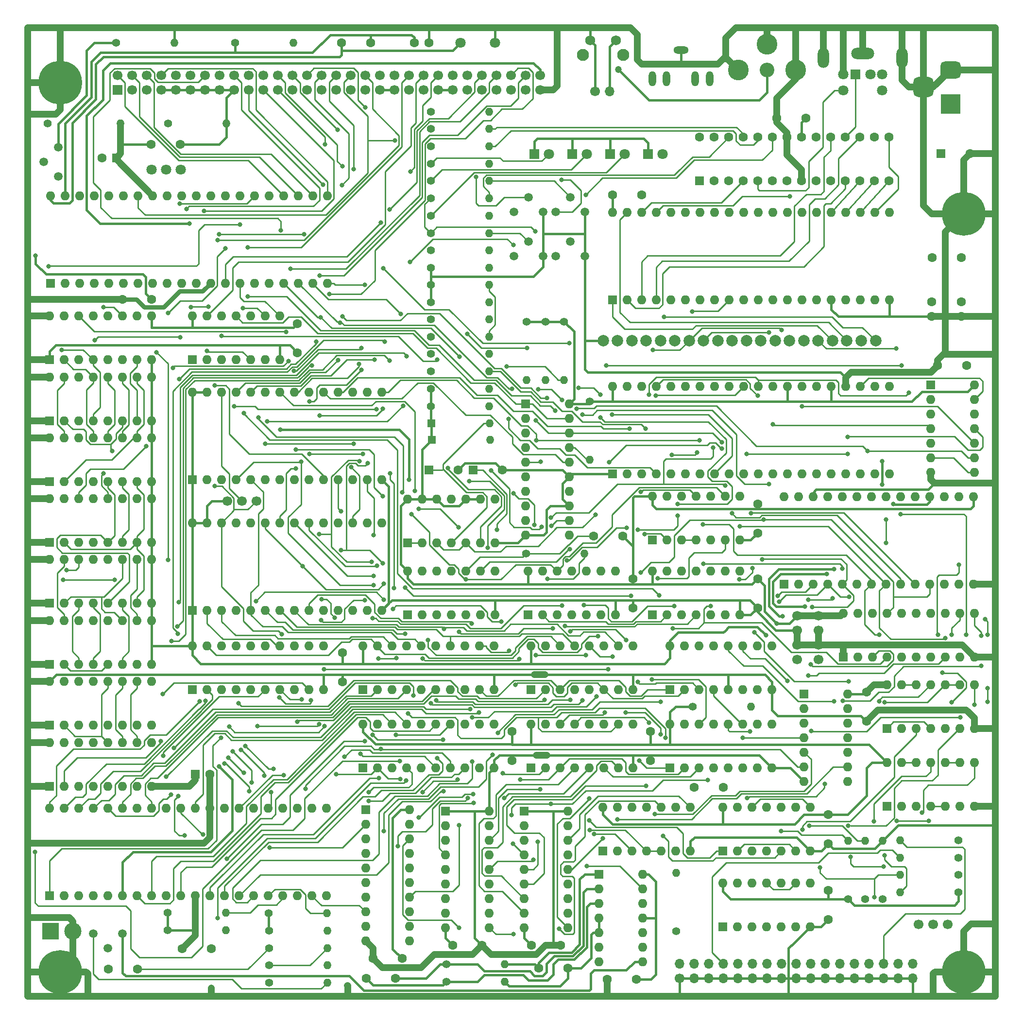
<source format=gbr>
%TF.GenerationSoftware,KiCad,Pcbnew,9.0.6*%
%TF.CreationDate,2026-01-15T01:14:34+00:00*%
%TF.ProjectId,EinsteinCE,45696e73-7465-4696-9e43-452e6b696361,rev?*%
%TF.SameCoordinates,Original*%
%TF.FileFunction,Copper,L2,Bot*%
%TF.FilePolarity,Positive*%
%FSLAX46Y46*%
G04 Gerber Fmt 4.6, Leading zero omitted, Abs format (unit mm)*
G04 Created by KiCad (PCBNEW 9.0.6) date 2026-01-15 01:14:34*
%MOMM*%
%LPD*%
G01*
G04 APERTURE LIST*
G04 Aperture macros list*
%AMRoundRect*
0 Rectangle with rounded corners*
0 $1 Rounding radius*
0 $2 $3 $4 $5 $6 $7 $8 $9 X,Y pos of 4 corners*
0 Add a 4 corners polygon primitive as box body*
4,1,4,$2,$3,$4,$5,$6,$7,$8,$9,$2,$3,0*
0 Add four circle primitives for the rounded corners*
1,1,$1+$1,$2,$3*
1,1,$1+$1,$4,$5*
1,1,$1+$1,$6,$7*
1,1,$1+$1,$8,$9*
0 Add four rect primitives between the rounded corners*
20,1,$1+$1,$2,$3,$4,$5,0*
20,1,$1+$1,$4,$5,$6,$7,0*
20,1,$1+$1,$6,$7,$8,$9,0*
20,1,$1+$1,$8,$9,$2,$3,0*%
G04 Aperture macros list end*
%TA.AperFunction,ComponentPad*%
%ADD10C,1.400000*%
%TD*%
%TA.AperFunction,ComponentPad*%
%ADD11O,1.400000X1.400000*%
%TD*%
%TA.AperFunction,ComponentPad*%
%ADD12C,1.600000*%
%TD*%
%TA.AperFunction,ComponentPad*%
%ADD13R,1.600000X1.600000*%
%TD*%
%TA.AperFunction,ComponentPad*%
%ADD14O,1.600000X1.600000*%
%TD*%
%TA.AperFunction,ComponentPad*%
%ADD15C,1.700000*%
%TD*%
%TA.AperFunction,ComponentPad*%
%ADD16C,1.800000*%
%TD*%
%TA.AperFunction,ComponentPad*%
%ADD17C,1.500000*%
%TD*%
%TA.AperFunction,ComponentPad*%
%ADD18C,0.800000*%
%TD*%
%TA.AperFunction,ComponentPad*%
%ADD19C,7.620000*%
%TD*%
%TA.AperFunction,ComponentPad*%
%ADD20O,1.700000X1.700000*%
%TD*%
%TA.AperFunction,ComponentPad*%
%ADD21C,2.550000*%
%TD*%
%TA.AperFunction,ComponentPad*%
%ADD22C,3.616000*%
%TD*%
%TA.AperFunction,ComponentPad*%
%ADD23R,3.000000X3.000000*%
%TD*%
%TA.AperFunction,ComponentPad*%
%ADD24C,3.000000*%
%TD*%
%TA.AperFunction,ComponentPad*%
%ADD25C,2.100000*%
%TD*%
%TA.AperFunction,ComponentPad*%
%ADD26C,1.750000*%
%TD*%
%TA.AperFunction,ComponentPad*%
%ADD27RoundRect,0.250000X0.550000X-0.550000X0.550000X0.550000X-0.550000X0.550000X-0.550000X-0.550000X0*%
%TD*%
%TA.AperFunction,ComponentPad*%
%ADD28R,1.800000X1.800000*%
%TD*%
%TA.AperFunction,ComponentPad*%
%ADD29R,1.700000X1.700000*%
%TD*%
%TA.AperFunction,ComponentPad*%
%ADD30R,1.400000X1.400000*%
%TD*%
%TA.AperFunction,ComponentPad*%
%ADD31O,2.616000X1.308000*%
%TD*%
%TA.AperFunction,ComponentPad*%
%ADD32O,1.308000X2.616000*%
%TD*%
%TA.AperFunction,ComponentPad*%
%ADD33O,2.000000X3.500000*%
%TD*%
%TA.AperFunction,ComponentPad*%
%ADD34O,4.000000X2.000000*%
%TD*%
%TA.AperFunction,ComponentPad*%
%ADD35C,2.000000*%
%TD*%
%TA.AperFunction,ComponentPad*%
%ADD36R,3.500000X3.500000*%
%TD*%
%TA.AperFunction,ComponentPad*%
%ADD37RoundRect,0.750000X-1.000000X0.750000X-1.000000X-0.750000X1.000000X-0.750000X1.000000X0.750000X0*%
%TD*%
%TA.AperFunction,ComponentPad*%
%ADD38RoundRect,0.875000X-0.875000X0.875000X-0.875000X-0.875000X0.875000X-0.875000X0.875000X0.875000X0*%
%TD*%
%TA.AperFunction,ViaPad*%
%ADD39C,0.800000*%
%TD*%
%TA.AperFunction,ViaPad*%
%ADD40C,1.200000*%
%TD*%
%TA.AperFunction,Conductor*%
%ADD41C,0.254000*%
%TD*%
%TA.AperFunction,Conductor*%
%ADD42C,1.200000*%
%TD*%
%TA.AperFunction,Conductor*%
%ADD43C,0.400000*%
%TD*%
%TA.AperFunction,Conductor*%
%ADD44C,0.800000*%
%TD*%
G04 APERTURE END LIST*
D10*
%TO.P,R3,1*%
%TO.N,+5V*%
X72810000Y-202090000D03*
D11*
%TO.P,R3,2*%
%TO.N,~{WAIT}*%
X82970000Y-202090000D03*
%TD*%
D12*
%TO.P,C122,1*%
%TO.N,Net-(I121-PB7)*%
X206030000Y-92640000D03*
%TO.P,C122,2*%
%TO.N,GND*%
X206030000Y-95180000D03*
%TD*%
%TO.P,C37,1*%
%TO.N,GND*%
X108625000Y-207020000D03*
%TO.P,C37,2*%
%TO.N,+5V*%
X113705000Y-207020000D03*
%TD*%
%TO.P,X121,1,1*%
%TO.N,Net-(I121-PB7)*%
X206050000Y-84890000D03*
%TO.P,X121,2,2*%
%TO.N,Net-(I121-PB6)*%
X211130000Y-84890000D03*
%TD*%
D13*
%TO.P,I17,1*%
%TO.N,/Addressing/A15*%
X157360000Y-134130000D03*
D14*
%TO.P,I17,2*%
%TO.N,~{ROMCE}*%
X159900000Y-134130000D03*
%TO.P,I17,3*%
%TO.N,Net-(I17-Pad3)*%
X162440000Y-134130000D03*
%TO.P,I17,4*%
X164980000Y-134130000D03*
%TO.P,I17,5*%
%TO.N,Net-(I17-Pad5)*%
X167520000Y-134130000D03*
%TO.P,I17,6*%
%TO.N,Net-(I17-Pad13)*%
X170060000Y-134130000D03*
%TO.P,I17,7,GND*%
%TO.N,GND*%
X172600000Y-134130000D03*
%TO.P,I17,8*%
%TO.N,Net-(I17-Pad5)*%
X172600000Y-126510000D03*
%TO.P,I17,9*%
%TO.N,~{RD}*%
X170060000Y-126510000D03*
%TO.P,I17,10*%
%TO.N,~{MREQ}*%
X167520000Y-126510000D03*
%TO.P,I17,11*%
%TO.N,~{ROM1}*%
X164980000Y-126510000D03*
%TO.P,I17,12*%
%TO.N,/Addressing/A14*%
X162440000Y-126510000D03*
%TO.P,I17,13*%
%TO.N,Net-(I17-Pad13)*%
X159900000Y-126510000D03*
%TO.P,I17,14,VCC*%
%TO.N,+5V*%
X157360000Y-126510000D03*
%TD*%
D13*
%TO.P,I42,1,~{CS}*%
%TO.N,~{FDC}*%
X180245000Y-141790000D03*
D14*
%TO.P,I42,2,R~{W}*%
%TO.N,~{WR}*%
X182785000Y-141790000D03*
%TO.P,I42,3,A0*%
%TO.N,/Addressing/A0*%
X185325000Y-141790000D03*
%TO.P,I42,4,A1*%
%TO.N,/Addressing/A1*%
X187865000Y-141790000D03*
%TO.P,I42,5,DAL0*%
%TO.N,/CPU and Buffers/D0*%
X190405000Y-141790000D03*
%TO.P,I42,6,DAL1*%
%TO.N,/CPU and Buffers/D1*%
X192945000Y-141790000D03*
%TO.P,I42,7,DAL2*%
%TO.N,/CPU and Buffers/D2*%
X195485000Y-141790000D03*
%TO.P,I42,8,DAL3*%
%TO.N,/CPU and Buffers/D3*%
X198025000Y-141790000D03*
%TO.P,I42,9,DAL4*%
%TO.N,/CPU and Buffers/D4*%
X200565000Y-141790000D03*
%TO.P,I42,10,DAL5*%
%TO.N,/CPU and Buffers/D5*%
X203105000Y-141790000D03*
%TO.P,I42,11,DAL6*%
%TO.N,/CPU and Buffers/D6*%
X205645000Y-141790000D03*
%TO.P,I42,12,DAL7*%
%TO.N,/CPU and Buffers/D7*%
X208185000Y-141790000D03*
%TO.P,I42,13,~{MR}*%
%TO.N,~{SFTRST}*%
X210725000Y-141790000D03*
%TO.P,I42,14,GND*%
%TO.N,GND*%
X213265000Y-141790000D03*
%TO.P,I42,15,VCC*%
%TO.N,+5V*%
X213265000Y-126550000D03*
%TO.P,I42,16,STEP*%
%TO.N,Net-(I42-STEP)*%
X210725000Y-126550000D03*
%TO.P,I42,17,DIRC*%
%TO.N,Net-(I42-DIRC)*%
X208185000Y-126550000D03*
%TO.P,I42,18,CLK*%
%TO.N,8MHZ*%
X205645000Y-126550000D03*
%TO.P,I42,19,~{RD}*%
%TO.N,fREAD*%
X203105000Y-126550000D03*
%TO.P,I42,20,MO*%
%TO.N,Net-(I42-MO)*%
X200565000Y-126550000D03*
%TO.P,I42,21,WG*%
%TO.N,Net-(I42-WG)*%
X198025000Y-126550000D03*
%TO.P,I42,22,WD*%
%TO.N,Net-(I42-WD)*%
X195485000Y-126550000D03*
%TO.P,I42,23,~{TR00}*%
%TO.N,fTRACK0*%
X192945000Y-126550000D03*
%TO.P,I42,24,~{IP}*%
%TO.N,fINDEX*%
X190405000Y-126550000D03*
%TO.P,I42,25,~{WPRT}*%
%TO.N,fWRITEPROT*%
X187865000Y-126550000D03*
%TO.P,I42,26,~{DDEN}*%
%TO.N,GND*%
X185325000Y-126550000D03*
%TO.P,I42,27,DRQ*%
%TO.N,unconnected-(I42-DRQ-Pad27)*%
X182785000Y-126550000D03*
%TO.P,I42,28,INTRQ*%
%TO.N,unconnected-(I42-INTRQ-Pad28)*%
X180245000Y-126550000D03*
%TD*%
D15*
%TO.P,M12,1,Pin_1*%
%TO.N,Net-(M12-Pin_1)*%
X203690000Y-201040000D03*
%TO.P,M12,2,Pin_2*%
%TO.N,Net-(M12-Pin_2)*%
X206230000Y-201040000D03*
%TO.P,M12,3,Pin_3*%
%TO.N,+5V*%
X208770000Y-201040000D03*
%TD*%
D10*
%TO.P,R123,1*%
%TO.N,Net-(D121-A)*%
X118700000Y-68550000D03*
D11*
%TO.P,R123,2*%
%TO.N,Net-(Q121-B)*%
X128860000Y-68550000D03*
%TD*%
D10*
%TO.P,R1,1*%
%TO.N,+5V*%
X72810000Y-199040000D03*
D11*
%TO.P,R1,2*%
%TO.N,~{NMI}*%
X82970000Y-199040000D03*
%TD*%
D13*
%TO.P,I48,1,Ms1*%
%TO.N,unconnected-(I48-Ms1-Pad1)*%
X169630000Y-201460000D03*
D14*
%TO.P,I48,2*%
%TO.N,N/C*%
X172170000Y-201460000D03*
%TO.P,I48,3,Ms2*%
%TO.N,unconnected-(I48-Ms2-Pad3)*%
X174710000Y-201460000D03*
%TO.P,I48,4,Q2*%
%TO.N,unconnected-(I48-Q2-Pad4)*%
X177250000Y-201460000D03*
%TO.P,I48,5,Q1*%
%TO.N,2MHZ*%
X179790000Y-201460000D03*
%TO.P,I48,6*%
%TO.N,N/C*%
X182330000Y-201460000D03*
%TO.P,I48,7,GND*%
%TO.N,GND*%
X184870000Y-201460000D03*
%TO.P,I48,8,Q3*%
%TO.N,unconnected-(I48-Q3-Pad8)*%
X184870000Y-193840000D03*
%TO.P,I48,9,Q0*%
%TO.N,Net-(I48-Cp1)*%
X182330000Y-193840000D03*
%TO.P,I48,10,Cp0*%
%TO.N,8MHZ*%
X179790000Y-193840000D03*
%TO.P,I48,11,Cp1*%
%TO.N,Net-(I48-Cp1)*%
X177250000Y-193840000D03*
%TO.P,I48,12,Mr1*%
%TO.N,GND*%
X174710000Y-193840000D03*
%TO.P,I48,13,Mr2*%
X172170000Y-193840000D03*
%TO.P,I48,14,VCC*%
%TO.N,+5V*%
X169630000Y-193840000D03*
%TD*%
D13*
%TO.P,I47,1*%
%TO.N,Net-(I47-Pad1)*%
X148030000Y-192320000D03*
D14*
%TO.P,I47,2*%
%TO.N,Net-(C10-Pad2)*%
X148030000Y-194860000D03*
%TO.P,I47,3*%
%TO.N,Net-(C10-Pad1)*%
X148030000Y-197400000D03*
%TO.P,I47,4*%
%TO.N,Net-(I47-Pad4)*%
X148030000Y-199940000D03*
%TO.P,I47,5*%
X148030000Y-202480000D03*
%TO.P,I47,6*%
%TO.N,8MHZ*%
X148030000Y-205020000D03*
%TO.P,I47,7,GND*%
%TO.N,GND*%
X148030000Y-207560000D03*
%TO.P,I47,8*%
%TO.N,SYSCLK*%
X155650000Y-207560000D03*
%TO.P,I47,9*%
%TO.N,Net-(I48-Cp1)*%
X155650000Y-205020000D03*
%TO.P,I47,10*%
%TO.N,unconnected-(I47-Pad10)*%
X155650000Y-202480000D03*
%TO.P,I47,11*%
%TO.N,+5V*%
X155650000Y-199940000D03*
%TO.P,I47,12*%
%TO.N,M1*%
X155650000Y-197400000D03*
%TO.P,I47,13*%
%TO.N,~{M1}*%
X155650000Y-194860000D03*
%TO.P,I47,14,VCC*%
%TO.N,+5V*%
X155650000Y-192320000D03*
%TD*%
D12*
%TO.P,C27,1*%
%TO.N,GND*%
X175680000Y-132900000D03*
%TO.P,C27,2*%
%TO.N,+5V*%
X175680000Y-127820000D03*
%TD*%
D16*
%TO.P,C8,1*%
%TO.N,GND*%
X129865000Y-47510000D03*
%TO.P,C8,2*%
%TO.N,Net-(I100-XTAL1)*%
X123865000Y-47510000D03*
%TD*%
D12*
%TO.P,C34,1*%
%TO.N,GND*%
X149490000Y-210600000D03*
%TO.P,C34,2*%
%TO.N,+5V*%
X154570000Y-210600000D03*
%TD*%
D17*
%TO.P,Q123,1,C*%
%TO.N,~{GRPH}*%
X133180000Y-84690000D03*
%TO.P,Q123,2,B*%
%TO.N,Net-(Q123-B)*%
X135720000Y-82150000D03*
%TO.P,Q123,3,E*%
%TO.N,GND*%
X138260000Y-84690000D03*
%TD*%
D18*
%TO.P,HA4,1,1*%
%TO.N,GND*%
X51252500Y-54390000D03*
X52089442Y-52369442D03*
X52089442Y-56410558D03*
X54110000Y-51532500D03*
D19*
X54110000Y-54390000D03*
D18*
X54110000Y-57247500D03*
X56130558Y-52369442D03*
X56130558Y-56410558D03*
X56967500Y-54390000D03*
%TD*%
D12*
%TO.P,C41,1*%
%TO.N,GND*%
X132820000Y-172505000D03*
%TO.P,C41,2*%
%TO.N,+5V*%
X132820000Y-167425000D03*
%TD*%
D13*
%TO.P,I52,1*%
%TO.N,Net-(D5-A)*%
X114632500Y-134630000D03*
D14*
%TO.P,I52,2*%
X117172500Y-134630000D03*
%TO.P,I52,3*%
%TO.N,RESET*%
X119712500Y-134630000D03*
%TO.P,I52,4*%
%TO.N,Net-(D4-A)*%
X122252500Y-134630000D03*
%TO.P,I52,5*%
%TO.N,RESET*%
X124792500Y-134630000D03*
%TO.P,I52,6*%
%TO.N,~{RESET}*%
X127332500Y-134630000D03*
%TO.P,I52,7,GND*%
%TO.N,GND*%
X129872500Y-134630000D03*
%TO.P,I52,8*%
%TO.N,unconnected-(I52-Pad8)*%
X129872500Y-127010000D03*
%TO.P,I52,9*%
%TO.N,+5V*%
X127332500Y-127010000D03*
%TO.P,I52,10*%
X124792500Y-127010000D03*
%TO.P,I52,11*%
%TO.N,unconnected-(I52-Pad11)*%
X122252500Y-127010000D03*
%TO.P,I52,12*%
%TO.N,+5V*%
X119712500Y-127010000D03*
%TO.P,I52,13*%
X117172500Y-127010000D03*
%TO.P,I52,14,VCC*%
X114632500Y-127010000D03*
%TD*%
D10*
%TO.P,R86,1*%
%TO.N,Net-(M11-Ground)*%
X118700000Y-101695000D03*
D11*
%TO.P,R86,2*%
%TO.N,AYA*%
X128860000Y-101695000D03*
%TD*%
D13*
%TO.P,I25,1,~{R}*%
%TO.N,~{RESET}*%
X169630000Y-188270000D03*
D14*
%TO.P,I25,2,D*%
%TO.N,Net-(I25A-D)*%
X172170000Y-188270000D03*
%TO.P,I25,3,C*%
%TO.N,~{ROM}*%
X174710000Y-188270000D03*
%TO.P,I25,4,~{S}*%
%TO.N,Net-(I25A-~{S})*%
X177250000Y-188270000D03*
%TO.P,I25,5,Q*%
%TO.N,~{ROMCE}*%
X179790000Y-188270000D03*
%TO.P,I25,6,~{Q}*%
%TO.N,Net-(I25A-D)*%
X182330000Y-188270000D03*
%TO.P,I25,7,GND*%
%TO.N,GND*%
X184870000Y-188270000D03*
%TO.P,I25,8,~{Q}*%
%TO.N,Net-(I25B-D)*%
X184870000Y-180650000D03*
%TO.P,I25,9,Q*%
%TO.N,Net-(I25B-Q)*%
X182330000Y-180650000D03*
%TO.P,I25,10,~{S}*%
%TO.N,Net-(I25A-~{S})*%
X179790000Y-180650000D03*
%TO.P,I25,11,C*%
%TO.N,~{ALPH}*%
X177250000Y-180650000D03*
%TO.P,I25,12,D*%
%TO.N,Net-(I25B-D)*%
X174710000Y-180650000D03*
%TO.P,I25,13,~{R}*%
%TO.N,~{RESET}*%
X172170000Y-180650000D03*
%TO.P,I25,14,VCC*%
%TO.N,+5V*%
X169630000Y-180650000D03*
%TD*%
D13*
%TO.P,I34,1*%
%TO.N,unconnected-(I34-Pad1)*%
X183770000Y-160960000D03*
D14*
%TO.P,I34,2*%
%TO.N,unconnected-(I34-Pad2)*%
X183770000Y-163500000D03*
%TO.P,I34,3*%
%TO.N,unconnected-(I34-Pad3)*%
X183770000Y-166040000D03*
%TO.P,I34,4*%
%TO.N,Net-(I26-E3)*%
X183770000Y-168580000D03*
%TO.P,I34,5*%
%TO.N,M1*%
X183770000Y-171120000D03*
%TO.P,I34,6*%
%TO.N,~{IORQ}*%
X183770000Y-173660000D03*
%TO.P,I34,7,GND*%
%TO.N,GND*%
X183770000Y-176200000D03*
%TO.P,I34,8*%
%TO.N,~{DRSEL}*%
X191390000Y-176200000D03*
%TO.P,I34,9*%
%TO.N,~{WR}*%
X191390000Y-173660000D03*
%TO.P,I34,10*%
%TO.N,Net-(I43-LE)*%
X191390000Y-171120000D03*
%TO.P,I34,11*%
%TO.N,unconnected-(I34-Pad11)*%
X191390000Y-168580000D03*
%TO.P,I34,12*%
%TO.N,unconnected-(I34-Pad12)*%
X191390000Y-166040000D03*
%TO.P,I34,13*%
%TO.N,unconnected-(I34-Pad13)*%
X191390000Y-163500000D03*
%TO.P,I34,14,VCC*%
%TO.N,+5V*%
X191390000Y-160960000D03*
%TD*%
D13*
%TO.P,C23,1*%
%TO.N,+5V*%
X207620000Y-66770000D03*
D12*
%TO.P,C23,2*%
%TO.N,GND*%
X212700000Y-66770000D03*
%TD*%
%TO.P,C121,1*%
%TO.N,GND*%
X178970000Y-60650000D03*
%TO.P,C121,2*%
%TO.N,Net-(I121-AREF)*%
X184050000Y-60650000D03*
%TD*%
D15*
%TO.P,M5,1,Pin_1*%
%TO.N,GND*%
X162040000Y-210440000D03*
D20*
%TO.P,M5,2,Pin_2*%
%TO.N,unconnected-(M5-Pin_2-Pad2)*%
X162040000Y-207900000D03*
%TO.P,M5,3,Pin_3*%
%TO.N,GND*%
X164580000Y-210440000D03*
%TO.P,M5,4,Pin_4*%
%TO.N,unconnected-(M5-Pin_4-Pad4)*%
X164580000Y-207900000D03*
%TO.P,M5,5,Pin_5*%
%TO.N,GND*%
X167120000Y-210440000D03*
%TO.P,M5,6,Pin_6*%
%TO.N,fDRIVE3*%
X167120000Y-207900000D03*
%TO.P,M5,7,Pin_7*%
%TO.N,GND*%
X169660000Y-210440000D03*
%TO.P,M5,8,Pin_8*%
%TO.N,fINDEX*%
X169660000Y-207900000D03*
%TO.P,M5,9,Pin_9*%
%TO.N,GND*%
X172200000Y-210440000D03*
%TO.P,M5,10,Pin_10*%
%TO.N,fDRIVE0*%
X172200000Y-207900000D03*
%TO.P,M5,11,Pin_11*%
%TO.N,GND*%
X174740000Y-210440000D03*
%TO.P,M5,12,Pin_12*%
%TO.N,fDRIVE1*%
X174740000Y-207900000D03*
%TO.P,M5,13,Pin_13*%
%TO.N,GND*%
X177280000Y-210440000D03*
%TO.P,M5,14,Pin_14*%
%TO.N,fDRIVE2*%
X177280000Y-207900000D03*
%TO.P,M5,15,Pin_15*%
%TO.N,GND*%
X179820000Y-210440000D03*
%TO.P,M5,16,Pin_16*%
%TO.N,fMOTOR1*%
X179820000Y-207900000D03*
%TO.P,M5,17,Pin_17*%
%TO.N,GND*%
X182360000Y-210440000D03*
%TO.P,M5,18,Pin_18*%
%TO.N,fDIR*%
X182360000Y-207900000D03*
%TO.P,M5,19,Pin_19*%
%TO.N,GND*%
X184900000Y-210440000D03*
%TO.P,M5,20,Pin_20*%
%TO.N,fSTEP*%
X184900000Y-207900000D03*
%TO.P,M5,21,Pin_21*%
%TO.N,GND*%
X187440000Y-210440000D03*
%TO.P,M5,22,Pin_22*%
%TO.N,fWDATA*%
X187440000Y-207900000D03*
%TO.P,M5,23,Pin_23*%
%TO.N,GND*%
X189980000Y-210440000D03*
%TO.P,M5,24,Pin_24*%
%TO.N,fWGATE*%
X189980000Y-207900000D03*
%TO.P,M5,25,Pin_25*%
%TO.N,GND*%
X192520000Y-210440000D03*
%TO.P,M5,26,Pin_26*%
%TO.N,fTRACK0*%
X192520000Y-207900000D03*
%TO.P,M5,27,Pin_27*%
%TO.N,GND*%
X195060000Y-210440000D03*
%TO.P,M5,28,Pin_28*%
%TO.N,fWRITEPROT*%
X195060000Y-207900000D03*
%TO.P,M5,29,Pin_29*%
%TO.N,GND*%
X197600000Y-210440000D03*
%TO.P,M5,30,Pin_30*%
%TO.N,fREAD*%
X197600000Y-207900000D03*
%TO.P,M5,31,Pin_31*%
%TO.N,GND*%
X200140000Y-210440000D03*
%TO.P,M5,32,Pin_32*%
%TO.N,fSIDE1*%
X200140000Y-207900000D03*
%TO.P,M5,33,Pin_33*%
%TO.N,GND*%
X202680000Y-210440000D03*
%TO.P,M5,34,Pin_34*%
%TO.N,unconnected-(M5-Pin_34-Pad34)*%
X202680000Y-207900000D03*
%TD*%
D13*
%TO.P,I6,1,S*%
%TO.N,~{MPX}*%
X136160000Y-173780000D03*
D14*
%TO.P,I6,2,I0a*%
%TO.N,/Addressing/A12*%
X138700000Y-173780000D03*
%TO.P,I6,3,I1a*%
%TO.N,/Addressing/A4*%
X141240000Y-173780000D03*
%TO.P,I6,4,Za*%
%TO.N,/System RAM and ROM/MA4*%
X143780000Y-173780000D03*
%TO.P,I6,5,I0b*%
%TO.N,/Addressing/A13*%
X146320000Y-173780000D03*
%TO.P,I6,6,I1b*%
%TO.N,/Addressing/A5*%
X148860000Y-173780000D03*
%TO.P,I6,7,Zb*%
%TO.N,/System RAM and ROM/MA5*%
X151400000Y-173780000D03*
%TO.P,I6,8,GND*%
%TO.N,GND*%
X153940000Y-173780000D03*
%TO.P,I6,9,Zc*%
%TO.N,/System RAM and ROM/MA6*%
X153940000Y-166160000D03*
%TO.P,I6,10,I1c*%
%TO.N,/Addressing/A6*%
X151400000Y-166160000D03*
%TO.P,I6,11,I0c*%
%TO.N,/Addressing/A14*%
X148860000Y-166160000D03*
%TO.P,I6,12,Zd*%
%TO.N,/System RAM and ROM/MA7*%
X146320000Y-166160000D03*
%TO.P,I6,13,I1d*%
%TO.N,/Addressing/A7*%
X143780000Y-166160000D03*
%TO.P,I6,14,I0d*%
%TO.N,/Addressing/A15*%
X141240000Y-166160000D03*
%TO.P,I6,15,E*%
%TO.N,GND*%
X138700000Y-166160000D03*
%TO.P,I6,16,VCC*%
%TO.N,+5V*%
X136160000Y-166160000D03*
%TD*%
D13*
%TO.P,I100,1,~{RAS}*%
%TO.N,~{VRAS}*%
X52420000Y-89360000D03*
D14*
%TO.P,I100,2,~{CAS}*%
%TO.N,~{VCAS}*%
X54960000Y-89360000D03*
%TO.P,I100,3,AD7*%
%TO.N,/VDP/VAD7*%
X57500000Y-89360000D03*
%TO.P,I100,4,AD6*%
%TO.N,/VDP/VAD6*%
X60040000Y-89360000D03*
%TO.P,I100,5,AD5*%
%TO.N,/VDP/VAD5*%
X62580000Y-89360000D03*
%TO.P,I100,6,AD4*%
%TO.N,/VDP/VAD4*%
X65120000Y-89360000D03*
%TO.P,I100,7,AD3*%
%TO.N,/VDP/VAD3*%
X67660000Y-89360000D03*
%TO.P,I100,8,AD2*%
%TO.N,/VDP/VAD2*%
X70200000Y-89360000D03*
%TO.P,I100,9,AD1*%
%TO.N,/VDP/VAD1*%
X72740000Y-89360000D03*
%TO.P,I100,10,AD0*%
%TO.N,/VDP/VAD0*%
X75280000Y-89360000D03*
%TO.P,I100,11,R/~{W}*%
%TO.N,VR{slash}~{W}*%
X77820000Y-89360000D03*
%TO.P,I100,12,VSS*%
%TO.N,GND*%
X80360000Y-89360000D03*
%TO.P,I100,13,MODE*%
%TO.N,/Addressing/A0*%
X82900000Y-89360000D03*
%TO.P,I100,14,~{CSW}*%
%TO.N,Net-(I100-~{CSW})*%
X85440000Y-89360000D03*
%TO.P,I100,15,~{CSR}*%
%TO.N,Net-(I100-~{CSR})*%
X87980000Y-89360000D03*
%TO.P,I100,16,~{INT}*%
%TO.N,unconnected-(I100-~{INT}-Pad16)*%
X90520000Y-89360000D03*
%TO.P,I100,17,CD7*%
%TO.N,/CPU and Buffers/D0*%
X93060000Y-89360000D03*
%TO.P,I100,18,CD6*%
%TO.N,/CPU and Buffers/D1*%
X95600000Y-89360000D03*
%TO.P,I100,19,CD5*%
%TO.N,/CPU and Buffers/D2*%
X98140000Y-89360000D03*
%TO.P,I100,20,CD4*%
%TO.N,/CPU and Buffers/D3*%
X100680000Y-89360000D03*
%TO.P,I100,21,CD3*%
%TO.N,/CPU and Buffers/D4*%
X100680000Y-74120000D03*
%TO.P,I100,22,CD2*%
%TO.N,/CPU and Buffers/D5*%
X98140000Y-74120000D03*
%TO.P,I100,23,CD1*%
%TO.N,/CPU and Buffers/D6*%
X95600000Y-74120000D03*
%TO.P,I100,24,CD0*%
%TO.N,/CPU and Buffers/D7*%
X93060000Y-74120000D03*
%TO.P,I100,25,RD7*%
%TO.N,/VDP/VD7*%
X90520000Y-74120000D03*
%TO.P,I100,26,RD6*%
%TO.N,/VDP/VD6*%
X87980000Y-74120000D03*
%TO.P,I100,27,RD5*%
%TO.N,/VDP/VD5*%
X85440000Y-74120000D03*
%TO.P,I100,28,RD4*%
%TO.N,/VDP/VD4*%
X82900000Y-74120000D03*
%TO.P,I100,29,RD3*%
%TO.N,/VDP/VD3*%
X80360000Y-74120000D03*
%TO.P,I100,30,RD2*%
%TO.N,/VDP/VD2*%
X77820000Y-74120000D03*
%TO.P,I100,31,RD1*%
%TO.N,/VDP/VD1*%
X75280000Y-74120000D03*
%TO.P,I100,32,RD0*%
%TO.N,/VDP/VD0*%
X72740000Y-74120000D03*
%TO.P,I100,33,VCC*%
%TO.N,+5VL*%
X70200000Y-74120000D03*
%TO.P,I100,34,~{RESET}/SYNC*%
%TO.N,~{RESET}*%
X67660000Y-74120000D03*
%TO.P,I100,35,EXTVDP*%
%TO.N,unconnected-(I100-EXTVDP-Pad35)*%
X65120000Y-74120000D03*
%TO.P,I100,36,COMVID*%
%TO.N,Y*%
X62580000Y-74120000D03*
%TO.P,I100,37,GROMCLK*%
%TO.N,unconnected-(I100-GROMCLK-Pad37)*%
X60040000Y-74120000D03*
%TO.P,I100,38,CPUCLK*%
%TO.N,unconnected-(I100-CPUCLK-Pad38)*%
X57500000Y-74120000D03*
%TO.P,I100,39,XTAL2*%
%TO.N,Net-(I100-XTAL2)*%
X54960000Y-74120000D03*
%TO.P,I100,40,XTAL1*%
%TO.N,Net-(I100-XTAL1)*%
X52420000Y-74120000D03*
%TD*%
D12*
%TO.P,C30,1*%
%TO.N,GND*%
X153960000Y-145940000D03*
%TO.P,C30,2*%
%TO.N,+5V*%
X153960000Y-140860000D03*
%TD*%
%TO.P,C47,1*%
%TO.N,GND*%
X207060000Y-103740000D03*
%TO.P,C47,2*%
%TO.N,+5V*%
X212140000Y-103740000D03*
%TD*%
%TO.P,C31,1*%
%TO.N,GND*%
X194630000Y-165700000D03*
%TO.P,C31,2*%
%TO.N,+5V*%
X194630000Y-160620000D03*
%TD*%
D13*
%TO.P,I28,1*%
%TO.N,Net-(I28-Pad1)*%
X205830000Y-107065000D03*
D14*
%TO.P,I28,2*%
%TO.N,~{PSG}*%
X205830000Y-109605000D03*
%TO.P,I28,3*%
%TO.N,/Addressing/A1*%
X205830000Y-112145000D03*
%TO.P,I28,4*%
%TO.N,Net-(I30-BC1)*%
X205830000Y-114685000D03*
%TO.P,I28,5*%
%TO.N,/Addressing/A0*%
X205830000Y-117225000D03*
%TO.P,I28,6*%
%TO.N,~{PSG}*%
X205830000Y-119765000D03*
%TO.P,I28,7,GND*%
%TO.N,GND*%
X205830000Y-122305000D03*
%TO.P,I28,8*%
%TO.N,~{PSG}*%
X213450000Y-122305000D03*
%TO.P,I28,9*%
%TO.N,~{WR}*%
X213450000Y-119765000D03*
%TO.P,I28,10*%
%TO.N,Net-(I30-BDIR)*%
X213450000Y-117225000D03*
%TO.P,I28,11*%
%TO.N,RESET*%
X213450000Y-114685000D03*
%TO.P,I28,12*%
%TO.N,Net-(I28-Pad1)*%
X213450000Y-112145000D03*
%TO.P,I28,13*%
%TO.N,~{SFTRST}*%
X213450000Y-109605000D03*
%TO.P,I28,14,VCC*%
%TO.N,+5V*%
X213450000Y-107065000D03*
%TD*%
D10*
%TO.P,R33,1*%
%TO.N,Net-(C10-Pad1)*%
X121420000Y-211050000D03*
D11*
%TO.P,R33,2*%
%TO.N,Net-(I47-Pad4)*%
X131580000Y-211050000D03*
%TD*%
D12*
%TO.P,C123,1*%
%TO.N,Net-(I121-PB6)*%
X211130000Y-92640000D03*
%TO.P,C123,2*%
%TO.N,GND*%
X211130000Y-95180000D03*
%TD*%
D13*
%TO.P,C25,1*%
%TO.N,Net-(D4-A)*%
X118390000Y-121890000D03*
D12*
%TO.P,C25,2*%
%TO.N,GND*%
X123470000Y-121890000D03*
%TD*%
D18*
%TO.P,HA3,1,1*%
%TO.N,GND*%
X51252500Y-209330000D03*
X52089442Y-207309442D03*
X52089442Y-211350558D03*
X54110000Y-206472500D03*
D19*
X54110000Y-209330000D03*
D18*
X54110000Y-212187500D03*
X56130558Y-207309442D03*
X56130558Y-211350558D03*
X56967500Y-209330000D03*
%TD*%
D10*
%TO.P,R125,1*%
%TO.N,Net-(D124-A)*%
X118700000Y-74560000D03*
D11*
%TO.P,R125,2*%
%TO.N,GRPH*%
X128860000Y-74560000D03*
%TD*%
D12*
%TO.P,X1,1,1*%
%TO.N,Net-(I100-XTAL1)*%
X103105000Y-47510000D03*
%TO.P,X1,2,2*%
%TO.N,Net-(I100-XTAL2)*%
X108185000Y-47510000D03*
%TD*%
D13*
%TO.P,I61,1,~{OE}*%
%TO.N,GND*%
X121280000Y-181320000D03*
D14*
%TO.P,I61,2,IO1*%
%TO.N,/CPU and Buffers/D4*%
X121280000Y-183860000D03*
%TO.P,I61,3,IO2*%
%TO.N,/CPU and Buffers/D5*%
X121280000Y-186400000D03*
%TO.P,I61,4,~{WE}*%
%TO.N,~{WR}*%
X121280000Y-188940000D03*
%TO.P,I61,5,~{RAS}*%
%TO.N,~{MREQ}*%
X121280000Y-191480000D03*
%TO.P,I61,6,A6*%
%TO.N,/System RAM and ROM/MA6*%
X121280000Y-194020000D03*
%TO.P,I61,7,A5*%
%TO.N,/System RAM and ROM/MA5*%
X121280000Y-196560000D03*
%TO.P,I61,8,A4*%
%TO.N,/System RAM and ROM/MA4*%
X121280000Y-199100000D03*
%TO.P,I61,9,VCC*%
%TO.N,+5V*%
X121280000Y-201640000D03*
%TO.P,I61,10,A7*%
%TO.N,/System RAM and ROM/MA7*%
X128900000Y-201640000D03*
%TO.P,I61,11,A3*%
%TO.N,/System RAM and ROM/MA3*%
X128900000Y-199100000D03*
%TO.P,I61,12,A2*%
%TO.N,/System RAM and ROM/MA2*%
X128900000Y-196560000D03*
%TO.P,I61,13,A1*%
%TO.N,/System RAM and ROM/MA1*%
X128900000Y-194020000D03*
%TO.P,I61,14,A0*%
%TO.N,/System RAM and ROM/MA0*%
X128900000Y-191480000D03*
%TO.P,I61,15,IO3*%
%TO.N,/CPU and Buffers/D6*%
X128900000Y-188940000D03*
%TO.P,I61,16,~{CAS}*%
%TO.N,~{CAS}*%
X128900000Y-186400000D03*
%TO.P,I61,17,IO4*%
%TO.N,/CPU and Buffers/D7*%
X128900000Y-183860000D03*
%TO.P,I61,18,VSS*%
%TO.N,GND*%
X128900000Y-181320000D03*
%TD*%
D13*
%TO.P,IC157,1,VBB*%
%TO.N,GND*%
X52260000Y-113330000D03*
D14*
%TO.P,IC157,2,IN*%
%TO.N,/VDP/VAD3*%
X54800000Y-113330000D03*
%TO.P,IC157,3,~{WE}*%
%TO.N,VR{slash}~{W}*%
X57340000Y-113330000D03*
%TO.P,IC157,4,~{RAS}*%
%TO.N,~{VRAS}*%
X59880000Y-113330000D03*
%TO.P,IC157,5,A0*%
%TO.N,/VDP/VAD1*%
X62420000Y-113330000D03*
%TO.P,IC157,6,A2*%
%TO.N,/VDP/VAD3*%
X64960000Y-113330000D03*
%TO.P,IC157,7,A1*%
%TO.N,/VDP/VAD2*%
X67500000Y-113330000D03*
%TO.P,IC157,8,VDD*%
%TO.N,+5V*%
X70040000Y-113330000D03*
%TO.P,IC157,9,VCC*%
X70040000Y-105710000D03*
%TO.P,IC157,10,A5*%
%TO.N,/VDP/VAD6*%
X67500000Y-105710000D03*
%TO.P,IC157,11,A4*%
%TO.N,/VDP/VAD5*%
X64960000Y-105710000D03*
%TO.P,IC157,12,A3*%
%TO.N,/VDP/VAD4*%
X62420000Y-105710000D03*
%TO.P,IC157,13,A6*%
%TO.N,/VDP/VAD7*%
X59880000Y-105710000D03*
%TO.P,IC157,14,OUT*%
%TO.N,/VDP/VD3*%
X57340000Y-105710000D03*
%TO.P,IC157,15,~{CAS}*%
%TO.N,~{VCAS}*%
X54800000Y-105710000D03*
%TO.P,IC157,16,VSS*%
%TO.N,GND*%
X52260000Y-105710000D03*
%TD*%
D17*
%TO.P,Q121,1,C*%
%TO.N,~{CTRL}*%
X133180000Y-76940000D03*
%TO.P,Q121,2,B*%
%TO.N,Net-(Q121-B)*%
X135720000Y-74400000D03*
%TO.P,Q121,3,E*%
%TO.N,GND*%
X138260000Y-76940000D03*
%TD*%
D10*
%TO.P,R53,1*%
%TO.N,~{BREAK}*%
X118700000Y-59510000D03*
D11*
%TO.P,R53,2*%
%TO.N,Net-(D5-A)*%
X128860000Y-59510000D03*
%TD*%
D10*
%TO.P,R28,1*%
%TO.N,+5V*%
X210700000Y-192475000D03*
D11*
%TO.P,R28,2*%
%TO.N,fWRITEPROT*%
X200540000Y-192475000D03*
%TD*%
D13*
%TO.P,I30,1,GND*%
%TO.N,GND*%
X150370000Y-122600000D03*
D14*
%TO.P,I30,2,n/c*%
%TO.N,unconnected-(I30-n{slash}c-Pad2)*%
X152910000Y-122600000D03*
%TO.P,I30,3,B*%
%TO.N,AYB*%
X155450000Y-122600000D03*
%TO.P,I30,4,A*%
%TO.N,AYA*%
X157990000Y-122600000D03*
%TO.P,I30,5,n/c*%
%TO.N,unconnected-(I30-n{slash}c-Pad5)*%
X160530000Y-122600000D03*
%TO.P,I30,6,IOB7*%
%TO.N,X7*%
X163070000Y-122600000D03*
%TO.P,I30,7,IOB6*%
%TO.N,X6*%
X165610000Y-122600000D03*
%TO.P,I30,8,IOB5*%
%TO.N,X5*%
X168150000Y-122600000D03*
%TO.P,I30,9,IOB4*%
%TO.N,X4*%
X170690000Y-122600000D03*
%TO.P,I30,10,IOB3*%
%TO.N,X3*%
X173230000Y-122600000D03*
%TO.P,I30,11,IOB2*%
%TO.N,X2*%
X175770000Y-122600000D03*
%TO.P,I30,12,IOB1*%
%TO.N,X1*%
X178310000Y-122600000D03*
%TO.P,I30,13,IOB0*%
%TO.N,X0*%
X180850000Y-122600000D03*
%TO.P,I30,14,IOA7*%
%TO.N,Y7*%
X183390000Y-122600000D03*
%TO.P,I30,15,IOA6*%
%TO.N,Y6*%
X185930000Y-122600000D03*
%TO.P,I30,16,IOA5*%
%TO.N,Y5*%
X188470000Y-122600000D03*
%TO.P,I30,17,IOA4*%
%TO.N,Y4*%
X191010000Y-122600000D03*
%TO.P,I30,18,IOA3*%
%TO.N,Y3*%
X193550000Y-122600000D03*
%TO.P,I30,19,IOA2*%
%TO.N,Y2*%
X196090000Y-122600000D03*
%TO.P,I30,20,IOA1*%
%TO.N,Y1*%
X198630000Y-122600000D03*
%TO.P,I30,21,IOA0*%
%TO.N,Y0*%
X198630000Y-107360000D03*
%TO.P,I30,22,CLOCK*%
%TO.N,2MHZ*%
X196090000Y-107360000D03*
%TO.P,I30,23,~{RESET}*%
%TO.N,~{SFTRST}*%
X193550000Y-107360000D03*
%TO.P,I30,24,~{A9}*%
%TO.N,GND*%
X191010000Y-107360000D03*
%TO.P,I30,25,A8*%
%TO.N,+5V*%
X188470000Y-107360000D03*
%TO.P,I30,26,TEST_2*%
%TO.N,unconnected-(I30-TEST_2-Pad26)*%
X185930000Y-107360000D03*
%TO.P,I30,27,BDIR*%
%TO.N,Net-(I30-BDIR)*%
X183390000Y-107360000D03*
%TO.P,I30,28,BC2*%
%TO.N,+5V*%
X180850000Y-107360000D03*
%TO.P,I30,29,BC1*%
%TO.N,Net-(I30-BC1)*%
X178310000Y-107360000D03*
%TO.P,I30,30,DA7*%
%TO.N,/CPU and Buffers/D7*%
X175770000Y-107360000D03*
%TO.P,I30,31,DA6*%
%TO.N,/CPU and Buffers/D6*%
X173230000Y-107360000D03*
%TO.P,I30,32,DA5*%
%TO.N,/CPU and Buffers/D5*%
X170690000Y-107360000D03*
%TO.P,I30,33,DA4*%
%TO.N,/CPU and Buffers/D4*%
X168150000Y-107360000D03*
%TO.P,I30,34,DA3*%
%TO.N,/CPU and Buffers/D3*%
X165610000Y-107360000D03*
%TO.P,I30,35,DA2*%
%TO.N,/CPU and Buffers/D2*%
X163070000Y-107360000D03*
%TO.P,I30,36,DA1*%
%TO.N,/CPU and Buffers/D1*%
X160530000Y-107360000D03*
%TO.P,I30,37,DA0*%
%TO.N,/CPU and Buffers/D0*%
X157990000Y-107360000D03*
%TO.P,I30,38,C*%
%TO.N,AYC*%
X155450000Y-107360000D03*
%TO.P,I30,39,TEST_1*%
%TO.N,unconnected-(I30-TEST_1-Pad39)*%
X152910000Y-107360000D03*
%TO.P,I30,40,VCC*%
%TO.N,+5V*%
X150370000Y-107360000D03*
%TD*%
D12*
%TO.P,C7,1*%
%TO.N,Net-(I100-XTAL2)*%
X115805000Y-47510000D03*
%TO.P,C7,2*%
%TO.N,GND*%
X118345000Y-47510000D03*
%TD*%
%TO.P,C11,1*%
%TO.N,Net-(Q4-B)*%
X62470000Y-208850000D03*
%TO.P,C11,2*%
%TO.N,Net-(I48-Cp1)*%
X67550000Y-208850000D03*
%TD*%
D17*
%TO.P,Q81,1,C*%
%TO.N,+5VL*%
X53740000Y-70730000D03*
%TO.P,Q81,2,B*%
%TO.N,Y*%
X51200000Y-68190000D03*
%TO.P,Q81,3,E*%
%TO.N,Net-(M81-In)*%
X53740000Y-65650000D03*
%TD*%
D21*
%TO.P,M81,1,In*%
%TO.N,Net-(M81-In)*%
X177300000Y-52230000D03*
D22*
%TO.P,M81,2,Ext*%
%TO.N,GND*%
X172300000Y-52230000D03*
X177300000Y-47730000D03*
X182300000Y-52230000D03*
%TD*%
D13*
%TO.P,I26,1,A0*%
%TO.N,/Addressing/A3*%
X160400000Y-173780000D03*
D14*
%TO.P,I26,2,A1*%
%TO.N,/Addressing/A4*%
X162940000Y-173780000D03*
%TO.P,I26,3,A2*%
%TO.N,/Addressing/A5*%
X165480000Y-173780000D03*
%TO.P,I26,4,E1*%
%TO.N,/Addressing/A6*%
X168020000Y-173780000D03*
%TO.P,I26,5,E2*%
%TO.N,/Addressing/A7*%
X170560000Y-173780000D03*
%TO.P,I26,6,E3*%
%TO.N,Net-(I26-E3)*%
X173100000Y-173780000D03*
%TO.P,I26,7,O7*%
%TO.N,~{ADC}*%
X175640000Y-173780000D03*
%TO.P,I26,8,GND*%
%TO.N,GND*%
X178180000Y-173780000D03*
%TO.P,I26,9,O6*%
%TO.N,~{PIO}*%
X178180000Y-166160000D03*
%TO.P,I26,10,O5*%
%TO.N,~{CTC}*%
X175640000Y-166160000D03*
%TO.P,I26,11,O4*%
%TO.N,Net-(I26-O4)*%
X173100000Y-166160000D03*
%TO.P,I26,12,O3*%
%TO.N,~{FDC}*%
X170560000Y-166160000D03*
%TO.P,I26,13,O2*%
%TO.N,~{PCI}*%
X168020000Y-166160000D03*
%TO.P,I26,14,O1*%
%TO.N,~{VDP}*%
X165480000Y-166160000D03*
%TO.P,I26,15,O0*%
%TO.N,~{PSG}*%
X162940000Y-166160000D03*
%TO.P,I26,16,VCC*%
%TO.N,+5V*%
X160400000Y-166160000D03*
%TD*%
D13*
%TO.P,I60,1,~{OE}*%
%TO.N,GND*%
X134950000Y-181320000D03*
D14*
%TO.P,I60,2,IO1*%
%TO.N,/CPU and Buffers/D0*%
X134950000Y-183860000D03*
%TO.P,I60,3,IO2*%
%TO.N,/CPU and Buffers/D1*%
X134950000Y-186400000D03*
%TO.P,I60,4,~{WE}*%
%TO.N,~{WR}*%
X134950000Y-188940000D03*
%TO.P,I60,5,~{RAS}*%
%TO.N,~{MREQ}*%
X134950000Y-191480000D03*
%TO.P,I60,6,A6*%
%TO.N,/System RAM and ROM/MA6*%
X134950000Y-194020000D03*
%TO.P,I60,7,A5*%
%TO.N,/System RAM and ROM/MA5*%
X134950000Y-196560000D03*
%TO.P,I60,8,A4*%
%TO.N,/System RAM and ROM/MA4*%
X134950000Y-199100000D03*
%TO.P,I60,9,VCC*%
%TO.N,+5V*%
X134950000Y-201640000D03*
%TO.P,I60,10,A7*%
%TO.N,/System RAM and ROM/MA7*%
X142570000Y-201640000D03*
%TO.P,I60,11,A3*%
%TO.N,/System RAM and ROM/MA3*%
X142570000Y-199100000D03*
%TO.P,I60,12,A2*%
%TO.N,/System RAM and ROM/MA2*%
X142570000Y-196560000D03*
%TO.P,I60,13,A1*%
%TO.N,/System RAM and ROM/MA1*%
X142570000Y-194020000D03*
%TO.P,I60,14,A0*%
%TO.N,/System RAM and ROM/MA0*%
X142570000Y-191480000D03*
%TO.P,I60,15,IO3*%
%TO.N,/CPU and Buffers/D2*%
X142570000Y-188940000D03*
%TO.P,I60,16,~{CAS}*%
%TO.N,~{CAS}*%
X142570000Y-186400000D03*
%TO.P,I60,17,IO4*%
%TO.N,/CPU and Buffers/D3*%
X142570000Y-183860000D03*
%TO.P,I60,18,VSS*%
%TO.N,GND*%
X142570000Y-181320000D03*
%TD*%
D13*
%TO.P,I1,1,A11*%
%TO.N,Net-(I1-A11)*%
X52290000Y-196110000D03*
D14*
%TO.P,I1,2,A12*%
%TO.N,Net-(I1-A12)*%
X54830000Y-196110000D03*
%TO.P,I1,3,A13*%
%TO.N,Net-(I1-A13)*%
X57370000Y-196110000D03*
%TO.P,I1,4,A14*%
%TO.N,Net-(I1-A14)*%
X59910000Y-196110000D03*
%TO.P,I1,5,A15*%
%TO.N,Net-(I1-A15)*%
X62450000Y-196110000D03*
%TO.P,I1,6,~{CLK}*%
%TO.N,SYSCLK*%
X64990000Y-196110000D03*
%TO.P,I1,7,D4*%
%TO.N,Net-(I1-D4)*%
X67530000Y-196110000D03*
%TO.P,I1,8,D3*%
%TO.N,Net-(I1-D3)*%
X70070000Y-196110000D03*
%TO.P,I1,9,D5*%
%TO.N,Net-(I1-D5)*%
X72610000Y-196110000D03*
%TO.P,I1,10,D6*%
%TO.N,Net-(I1-D6)*%
X75150000Y-196110000D03*
%TO.P,I1,11,VCC*%
%TO.N,+5V*%
X77690000Y-196110000D03*
%TO.P,I1,12,D2*%
%TO.N,Net-(I1-D2)*%
X80230000Y-196110000D03*
%TO.P,I1,13,D7*%
%TO.N,Net-(I1-D7)*%
X82770000Y-196110000D03*
%TO.P,I1,14,D0*%
%TO.N,Net-(I1-D0)*%
X85310000Y-196110000D03*
%TO.P,I1,15,D1*%
%TO.N,Net-(I1-D1)*%
X87850000Y-196110000D03*
%TO.P,I1,16,~{INT}*%
%TO.N,~{INT}*%
X90390000Y-196110000D03*
%TO.P,I1,17,~{NMI}*%
%TO.N,~{NMI}*%
X92930000Y-196110000D03*
%TO.P,I1,18,~{HALT}*%
%TO.N,Net-(I1-~{HALT})*%
X95470000Y-196110000D03*
%TO.P,I1,19,~{MREQ}*%
%TO.N,Net-(I1-~{MREQ})*%
X98010000Y-196110000D03*
%TO.P,I1,20,~{IORQ}*%
%TO.N,Net-(I1-~{IORQ})*%
X100550000Y-196110000D03*
%TO.P,I1,21,~{RD}*%
%TO.N,Net-(I1-~{RD})*%
X100550000Y-180870000D03*
%TO.P,I1,22,~{WR}*%
%TO.N,Net-(I1-~{WR})*%
X98010000Y-180870000D03*
%TO.P,I1,23,~{BUSACK}*%
%TO.N,~{BUSACK}*%
X95470000Y-180870000D03*
%TO.P,I1,24,~{WAIT}*%
%TO.N,~{WAIT}*%
X92930000Y-180870000D03*
%TO.P,I1,25,~{BUSRQ}*%
%TO.N,~{BUSREQ}*%
X90390000Y-180870000D03*
%TO.P,I1,26,~{RESET}*%
%TO.N,~{RESET}*%
X87850000Y-180870000D03*
%TO.P,I1,27,~{M1}*%
%TO.N,Net-(I1-~{M1})*%
X85310000Y-180870000D03*
%TO.P,I1,28,~{RFSH}*%
%TO.N,Net-(I1-~{RFSH})*%
X82770000Y-180870000D03*
%TO.P,I1,29,GND*%
%TO.N,GND*%
X80230000Y-180870000D03*
%TO.P,I1,30,A0*%
%TO.N,Net-(I1-A0)*%
X77690000Y-180870000D03*
%TO.P,I1,31,A1*%
%TO.N,Net-(I1-A1)*%
X75150000Y-180870000D03*
%TO.P,I1,32,A2*%
%TO.N,Net-(I1-A2)*%
X72610000Y-180870000D03*
%TO.P,I1,33,A3*%
%TO.N,Net-(I1-A3)*%
X70070000Y-180870000D03*
%TO.P,I1,34,A4*%
%TO.N,Net-(I1-A4)*%
X67530000Y-180870000D03*
%TO.P,I1,35,A5*%
%TO.N,Net-(I1-A5)*%
X64990000Y-180870000D03*
%TO.P,I1,36,A6*%
%TO.N,Net-(I1-A6)*%
X62450000Y-180870000D03*
%TO.P,I1,37,A7*%
%TO.N,Net-(I1-A7)*%
X59910000Y-180870000D03*
%TO.P,I1,38,A8*%
%TO.N,Net-(I1-A8)*%
X57370000Y-180870000D03*
%TO.P,I1,39,A9*%
%TO.N,Net-(I1-A9)*%
X54830000Y-180870000D03*
%TO.P,I1,40,A10*%
%TO.N,Net-(I1-A10)*%
X52290000Y-180870000D03*
%TD*%
D10*
%TO.P,R54,1*%
%TO.N,+5V*%
X118700000Y-107760000D03*
D11*
%TO.P,R54,2*%
%TO.N,Net-(D5-A)*%
X128860000Y-107760000D03*
%TD*%
D12*
%TO.P,C1,1*%
%TO.N,+5V*%
X152180000Y-133420000D03*
%TO.P,C1,2*%
%TO.N,Net-(C1-Pad2)*%
X147100000Y-133420000D03*
%TD*%
D10*
%TO.P,R11,1*%
%TO.N,+5V*%
X135370000Y-96050000D03*
D11*
%TO.P,R11,2*%
%TO.N,~{GRPH}*%
X135370000Y-106210000D03*
%TD*%
D13*
%TO.P,I21,1*%
%TO.N,Net-(I17-Pad13)*%
X157360000Y-147170000D03*
D14*
%TO.P,I21,2*%
%TO.N,Net-(I21-Pad2)*%
X159900000Y-147170000D03*
%TO.P,I21,3*%
%TO.N,Net-(I17-Pad3)*%
X162440000Y-147170000D03*
%TO.P,I21,4*%
%TO.N,Net-(I20-Pad4)*%
X164980000Y-147170000D03*
%TO.P,I21,5*%
%TO.N,unconnected-(I21-Pad5)*%
X167520000Y-147170000D03*
%TO.P,I21,6*%
%TO.N,unconnected-(I21-Pad6)*%
X170060000Y-147170000D03*
%TO.P,I21,7,GND*%
%TO.N,GND*%
X172600000Y-147170000D03*
%TO.P,I21,8*%
%TO.N,unconnected-(I21-Pad8)*%
X172600000Y-139550000D03*
%TO.P,I21,9*%
%TO.N,unconnected-(I21-Pad9)*%
X170060000Y-139550000D03*
%TO.P,I21,10*%
%TO.N,unconnected-(I21-Pad10)*%
X167520000Y-139550000D03*
%TO.P,I21,11*%
%TO.N,unconnected-(I21-Pad11)*%
X164980000Y-139550000D03*
%TO.P,I21,12*%
%TO.N,unconnected-(I21-Pad12)*%
X162440000Y-139550000D03*
%TO.P,I21,13*%
%TO.N,unconnected-(I21-Pad13)*%
X159900000Y-139550000D03*
%TO.P,I21,14,VCC*%
%TO.N,+5V*%
X157360000Y-139550000D03*
%TD*%
D13*
%TO.P,IC155,1,VBB*%
%TO.N,GND*%
X52260000Y-134550000D03*
D14*
%TO.P,IC155,2,IN*%
%TO.N,/VDP/VAD2*%
X54800000Y-134550000D03*
%TO.P,IC155,3,~{WE}*%
%TO.N,VR{slash}~{W}*%
X57340000Y-134550000D03*
%TO.P,IC155,4,~{RAS}*%
%TO.N,~{VRAS}*%
X59880000Y-134550000D03*
%TO.P,IC155,5,A0*%
%TO.N,/VDP/VAD1*%
X62420000Y-134550000D03*
%TO.P,IC155,6,A2*%
%TO.N,/VDP/VAD3*%
X64960000Y-134550000D03*
%TO.P,IC155,7,A1*%
%TO.N,/VDP/VAD2*%
X67500000Y-134550000D03*
%TO.P,IC155,8,VDD*%
%TO.N,+5V*%
X70040000Y-134550000D03*
%TO.P,IC155,9,VCC*%
X70040000Y-126930000D03*
%TO.P,IC155,10,A5*%
%TO.N,/VDP/VAD6*%
X67500000Y-126930000D03*
%TO.P,IC155,11,A4*%
%TO.N,/VDP/VAD5*%
X64960000Y-126930000D03*
%TO.P,IC155,12,A3*%
%TO.N,/VDP/VAD4*%
X62420000Y-126930000D03*
%TO.P,IC155,13,A6*%
%TO.N,/VDP/VAD7*%
X59880000Y-126930000D03*
%TO.P,IC155,14,OUT*%
%TO.N,/VDP/VD2*%
X57340000Y-126930000D03*
%TO.P,IC155,15,~{CAS}*%
%TO.N,~{VCAS}*%
X54800000Y-126930000D03*
%TO.P,IC155,16,VSS*%
%TO.N,GND*%
X52260000Y-126930000D03*
%TD*%
D10*
%TO.P,R36,1*%
%TO.N,+5V*%
X90480000Y-211220000D03*
D11*
%TO.P,R36,2*%
%TO.N,Net-(Q4-E)*%
X100640000Y-211220000D03*
%TD*%
D23*
%TO.P,M60,1,Pin_1*%
%TO.N,+5V*%
X52395000Y-202280000D03*
D24*
%TO.P,M60,2,Pin_2*%
%TO.N,GND*%
X56355000Y-202280000D03*
%TD*%
D25*
%TO.P,S1,*%
%TO.N,*%
X145220000Y-49580000D03*
X152230000Y-49580000D03*
D26*
%TO.P,S1,1,1*%
%TO.N,GND*%
X146470000Y-47090000D03*
%TO.P,S1,2,2*%
%TO.N,~{BREAK}*%
X150970000Y-47090000D03*
%TD*%
D10*
%TO.P,R30,1*%
%TO.N,+5V*%
X210700000Y-189465000D03*
D11*
%TO.P,R30,2*%
%TO.N,fINDEX*%
X200540000Y-189465000D03*
%TD*%
D27*
%TO.P,I121,1,PC6*%
%TO.N,unconnected-(I121-PC6-Pad1)*%
X165520000Y-71570000D03*
D12*
%TO.P,I121,2,PD0*%
%TO.N,unconnected-(I121-PD0-Pad2)*%
X168060000Y-71570000D03*
%TO.P,I121,3,PD1*%
%TO.N,unconnected-(I121-PD1-Pad3)*%
X170600000Y-71570000D03*
%TO.P,I121,4,PD2*%
%TO.N,MTDATA*%
X173140000Y-71570000D03*
%TO.P,I121,5,PD3*%
%TO.N,PS2-CLK*%
X175680000Y-71570000D03*
%TO.P,I121,6,PD4*%
%TO.N,MTSTROBE*%
X178220000Y-71570000D03*
%TO.P,I121,7,VCC*%
%TO.N,+5V*%
X180760000Y-71570000D03*
%TO.P,I121,8,GND*%
%TO.N,GND*%
X183300000Y-71570000D03*
%TO.P,I121,9,PB6*%
%TO.N,Net-(I121-PB6)*%
X185840000Y-71570000D03*
%TO.P,I121,10,PB7*%
%TO.N,Net-(I121-PB7)*%
X188380000Y-71570000D03*
%TO.P,I121,11,PD5*%
%TO.N,AY2*%
X190920000Y-71570000D03*
%TO.P,I121,12,PD6*%
%TO.N,AY1*%
X193460000Y-71570000D03*
%TO.P,I121,13,PD7*%
%TO.N,AY0*%
X196000000Y-71570000D03*
%TO.P,I121,14,PB0*%
%TO.N,AX2*%
X198540000Y-71570000D03*
%TO.P,I121,15,PB1*%
%TO.N,AX1*%
X198540000Y-63950000D03*
%TO.P,I121,16,PB2*%
%TO.N,AX0*%
X196000000Y-63950000D03*
%TO.P,I121,17,PB3*%
%TO.N,AX3*%
X193460000Y-63950000D03*
%TO.P,I121,18,PB4*%
%TO.N,PS2-DATA*%
X190920000Y-63950000D03*
%TO.P,I121,19,PB5*%
%TO.N,MTRESET*%
X188380000Y-63950000D03*
%TO.P,I121,20,AVCC*%
%TO.N,+5V*%
X185840000Y-63950000D03*
%TO.P,I121,21,AREF*%
%TO.N,Net-(I121-AREF)*%
X183300000Y-63950000D03*
%TO.P,I121,22,GND*%
%TO.N,GND*%
X180760000Y-63950000D03*
%TO.P,I121,23,PC0*%
%TO.N,SHIFT*%
X178220000Y-63950000D03*
%TO.P,I121,24,PC1*%
%TO.N,BREAK*%
X175680000Y-63950000D03*
%TO.P,I121,25,PC2*%
%TO.N,CTRL*%
X173140000Y-63950000D03*
%TO.P,I121,26,PC3*%
%TO.N,GRPH*%
X170600000Y-63950000D03*
%TO.P,I121,27,PC4*%
%TO.N,unconnected-(I121-PC4-Pad27)*%
X168060000Y-63950000D03*
%TO.P,I121,28,PC5*%
%TO.N,unconnected-(I121-PC5-Pad28)*%
X165520000Y-63950000D03*
%TD*%
%TO.P,X2,1,1*%
%TO.N,Net-(I47-Pad1)*%
X137480000Y-208680000D03*
%TO.P,X2,2,2*%
%TO.N,Net-(I47-Pad4)*%
X142560000Y-208680000D03*
%TD*%
D17*
%TO.P,Q124,1,C*%
%TO.N,~{SHFT}*%
X140490000Y-84690000D03*
%TO.P,Q124,2,B*%
%TO.N,Net-(Q124-B)*%
X143030000Y-82150000D03*
%TO.P,Q124,3,E*%
%TO.N,GND*%
X145570000Y-84690000D03*
%TD*%
D12*
%TO.P,C42,1*%
%TO.N,GND*%
X157020000Y-172505000D03*
%TO.P,C42,2*%
%TO.N,+5V*%
X157020000Y-167425000D03*
%TD*%
D15*
%TO.P,M18,1,Pin_1*%
%TO.N,+5V*%
X83200000Y-127320000D03*
%TO.P,M18,2,Pin_2*%
%TO.N,Net-(I24-A13)*%
X85740000Y-127320000D03*
%TO.P,M18,3,Pin_3*%
%TO.N,/Addressing/A13*%
X88280000Y-127320000D03*
%TD*%
D10*
%TO.P,R7,1*%
%TO.N,+5V*%
X164360000Y-163110000D03*
D11*
%TO.P,R7,2*%
%TO.N,Net-(I27-E3)*%
X174520000Y-163110000D03*
%TD*%
D10*
%TO.P,R40,1*%
%TO.N,+5V*%
X146440000Y-110000000D03*
D11*
%TO.P,R40,2*%
%TO.N,Net-(I36-I0b)*%
X146440000Y-120160000D03*
%TD*%
D13*
%TO.P,IC156,1,VBB*%
%TO.N,GND*%
X52260000Y-123920000D03*
D14*
%TO.P,IC156,2,IN*%
%TO.N,/VDP/VAD6*%
X54800000Y-123920000D03*
%TO.P,IC156,3,~{WE}*%
%TO.N,VR{slash}~{W}*%
X57340000Y-123920000D03*
%TO.P,IC156,4,~{RAS}*%
%TO.N,~{VRAS}*%
X59880000Y-123920000D03*
%TO.P,IC156,5,A0*%
%TO.N,/VDP/VAD1*%
X62420000Y-123920000D03*
%TO.P,IC156,6,A2*%
%TO.N,/VDP/VAD3*%
X64960000Y-123920000D03*
%TO.P,IC156,7,A1*%
%TO.N,/VDP/VAD2*%
X67500000Y-123920000D03*
%TO.P,IC156,8,VDD*%
%TO.N,+5V*%
X70040000Y-123920000D03*
%TO.P,IC156,9,VCC*%
X70040000Y-116300000D03*
%TO.P,IC156,10,A5*%
%TO.N,/VDP/VAD6*%
X67500000Y-116300000D03*
%TO.P,IC156,11,A4*%
%TO.N,/VDP/VAD5*%
X64960000Y-116300000D03*
%TO.P,IC156,12,A3*%
%TO.N,/VDP/VAD4*%
X62420000Y-116300000D03*
%TO.P,IC156,13,A6*%
%TO.N,/VDP/VAD7*%
X59880000Y-116300000D03*
%TO.P,IC156,14,OUT*%
%TO.N,/VDP/VD6*%
X57340000Y-116300000D03*
%TO.P,IC156,15,~{CAS}*%
%TO.N,~{VCAS}*%
X54800000Y-116300000D03*
%TO.P,IC156,16,VSS*%
%TO.N,GND*%
X52260000Y-116300000D03*
%TD*%
D10*
%TO.P,R91,1*%
%TO.N,Net-(I100-XTAL2)*%
X84560000Y-47510000D03*
D11*
%TO.P,R91,2*%
%TO.N,Net-(I100-XTAL1)*%
X94720000Y-47510000D03*
%TD*%
D12*
%TO.P,C46,1*%
%TO.N,GND*%
X155470000Y-73970000D03*
%TO.P,C46,2*%
%TO.N,+5V*%
X150390000Y-73970000D03*
%TD*%
%TO.P,C33,1*%
%TO.N,GND*%
X187970000Y-200230000D03*
%TO.P,C33,2*%
%TO.N,+5V*%
X187970000Y-195150000D03*
%TD*%
D28*
%TO.P,D122,1,K*%
%TO.N,GND*%
X143340000Y-66860000D03*
D16*
%TO.P,D122,2,A*%
%TO.N,Net-(D122-A)*%
X145880000Y-66860000D03*
%TD*%
D15*
%TO.P,M8,1,Pin_1*%
%TO.N,unconnected-(M8-Pin_1-Pad1)*%
X186250000Y-154960000D03*
%TO.P,M8,2,Pin_2*%
%TO.N,GND*%
X186250000Y-152420000D03*
%TO.P,M8,3,Pin_3*%
X186250000Y-149880000D03*
%TO.P,M8,4,Pin_4*%
%TO.N,+5V*%
X186250000Y-147340000D03*
%TD*%
D10*
%TO.P,R82,1*%
%TO.N,GND*%
X118700000Y-89685000D03*
D11*
%TO.P,R82,2*%
%TO.N,AYA*%
X128860000Y-89685000D03*
%TD*%
D10*
%TO.P,R27,1*%
%TO.N,+5V*%
X210700000Y-195470000D03*
D11*
%TO.P,R27,2*%
%TO.N,fTRACK0*%
X200540000Y-195470000D03*
%TD*%
D10*
%TO.P,R87,1*%
%TO.N,Net-(M11-Ground)*%
X118700000Y-104725000D03*
D11*
%TO.P,R87,2*%
%TO.N,AYB*%
X128860000Y-104725000D03*
%TD*%
D12*
%TO.P,C81,1*%
%TO.N,+5VL*%
X69970000Y-65190000D03*
%TO.P,C81,2*%
%TO.N,GND*%
X75050000Y-65190000D03*
%TD*%
D15*
%TO.P,S2,1,1*%
%TO.N,GND*%
X147320000Y-55930000D03*
D20*
%TO.P,S2,2,2*%
%TO.N,~{BREAK}*%
X149860000Y-55930000D03*
%TD*%
D16*
%TO.P,R88,1*%
%TO.N,Y*%
X69990000Y-69610000D03*
%TO.P,R88,2*%
%TO.N,Net-(R88-Pad2)*%
X72530000Y-69610000D03*
X75070000Y-69610000D03*
%TD*%
D12*
%TO.P,C32,1*%
%TO.N,GND*%
X188000000Y-187040000D03*
%TO.P,C32,2*%
%TO.N,+5V*%
X188000000Y-181960000D03*
%TD*%
D13*
%TO.P,I122,1,Y3*%
%TO.N,Y3*%
X150370000Y-92290000D03*
D14*
%TO.P,I122,2,AY2*%
%TO.N,AY2*%
X152910000Y-92290000D03*
%TO.P,I122,3,RESET*%
%TO.N,MTRESET*%
X155450000Y-92290000D03*
%TO.P,I122,4,AX3*%
%TO.N,AX3*%
X157990000Y-92290000D03*
%TO.P,I122,5,AX0*%
%TO.N,AX0*%
X160530000Y-92290000D03*
%TO.P,I122,6,X14*%
%TO.N,unconnected-(I122-X14-Pad6)*%
X163070000Y-92290000D03*
%TO.P,I122,7,X15*%
%TO.N,unconnected-(I122-X15-Pad7)*%
X165610000Y-92290000D03*
%TO.P,I122,8,X6*%
%TO.N,X6*%
X168150000Y-92290000D03*
%TO.P,I122,9,X7*%
%TO.N,X7*%
X170690000Y-92290000D03*
%TO.P,I122,10,X8*%
%TO.N,unconnected-(I122-X8-Pad10)*%
X173230000Y-92290000D03*
%TO.P,I122,11,X9*%
%TO.N,unconnected-(I122-X9-Pad11)*%
X175770000Y-92290000D03*
%TO.P,I122,12,X10*%
%TO.N,unconnected-(I122-X10-Pad12)*%
X178310000Y-92290000D03*
%TO.P,I122,13,X11*%
%TO.N,unconnected-(I122-X11-Pad13)*%
X180850000Y-92290000D03*
%TO.P,I122,14,N/C*%
%TO.N,unconnected-(I122-N{slash}C-Pad14)*%
X183390000Y-92290000D03*
%TO.P,I122,15,Y7*%
%TO.N,Y7*%
X185930000Y-92290000D03*
%TO.P,I122,16,VSS*%
%TO.N,GND*%
X188470000Y-92290000D03*
%TO.P,I122,17,Y6*%
%TO.N,Y6*%
X191010000Y-92290000D03*
%TO.P,I122,18,STROBE*%
%TO.N,MTSTROBE*%
X193550000Y-92290000D03*
%TO.P,I122,19,Y5*%
%TO.N,Y5*%
X196090000Y-92290000D03*
%TO.P,I122,20,VEE*%
%TO.N,GND*%
X198630000Y-92290000D03*
%TO.P,I122,21,Y4*%
%TO.N,Y4*%
X198630000Y-77050000D03*
%TO.P,I122,22,AX1*%
%TO.N,AX1*%
X196090000Y-77050000D03*
%TO.P,I122,23,AX2*%
%TO.N,AX2*%
X193550000Y-77050000D03*
%TO.P,I122,24,AY0*%
%TO.N,AY0*%
X191010000Y-77050000D03*
%TO.P,I122,25,AY1*%
%TO.N,AY1*%
X188470000Y-77050000D03*
%TO.P,I122,26,X13*%
%TO.N,unconnected-(I122-X13-Pad26)*%
X185930000Y-77050000D03*
%TO.P,I122,27,X12*%
%TO.N,unconnected-(I122-X12-Pad27)*%
X183390000Y-77050000D03*
%TO.P,I122,28,X5*%
%TO.N,X5*%
X180850000Y-77050000D03*
%TO.P,I122,29,X4*%
%TO.N,X4*%
X178310000Y-77050000D03*
%TO.P,I122,30,X3*%
%TO.N,X3*%
X175770000Y-77050000D03*
%TO.P,I122,31,X2*%
%TO.N,X2*%
X173230000Y-77050000D03*
%TO.P,I122,32,X1*%
%TO.N,X1*%
X170690000Y-77050000D03*
%TO.P,I122,33,X0*%
%TO.N,X0*%
X168150000Y-77050000D03*
%TO.P,I122,34,N/C*%
%TO.N,unconnected-(I122-N{slash}C-Pad34)*%
X165610000Y-77050000D03*
%TO.P,I122,35,Y0*%
%TO.N,Y0*%
X163070000Y-77050000D03*
%TO.P,I122,36,CS*%
%TO.N,+5V*%
X160530000Y-77050000D03*
%TO.P,I122,37,Y1*%
%TO.N,Y1*%
X157990000Y-77050000D03*
%TO.P,I122,38,DATA*%
%TO.N,MTDATA*%
X155450000Y-77050000D03*
%TO.P,I122,39,Y2*%
%TO.N,Y2*%
X152910000Y-77050000D03*
%TO.P,I122,40,VDD*%
%TO.N,+5V*%
X150370000Y-77050000D03*
%TD*%
D13*
%TO.P,IC158,1,VBB*%
%TO.N,GND*%
X52260000Y-102725000D03*
D14*
%TO.P,IC158,2,IN*%
%TO.N,/VDP/VAD7*%
X54800000Y-102725000D03*
%TO.P,IC158,3,~{WE}*%
%TO.N,VR{slash}~{W}*%
X57340000Y-102725000D03*
%TO.P,IC158,4,~{RAS}*%
%TO.N,~{VRAS}*%
X59880000Y-102725000D03*
%TO.P,IC158,5,A0*%
%TO.N,/VDP/VAD1*%
X62420000Y-102725000D03*
%TO.P,IC158,6,A2*%
%TO.N,/VDP/VAD3*%
X64960000Y-102725000D03*
%TO.P,IC158,7,A1*%
%TO.N,/VDP/VAD2*%
X67500000Y-102725000D03*
%TO.P,IC158,8,VDD*%
%TO.N,+5V*%
X70040000Y-102725000D03*
%TO.P,IC158,9,VCC*%
X70040000Y-95105000D03*
%TO.P,IC158,10,A5*%
%TO.N,/VDP/VAD6*%
X67500000Y-95105000D03*
%TO.P,IC158,11,A4*%
%TO.N,/VDP/VAD5*%
X64960000Y-95105000D03*
%TO.P,IC158,12,A3*%
%TO.N,/VDP/VAD4*%
X62420000Y-95105000D03*
%TO.P,IC158,13,A6*%
%TO.N,/VDP/VAD7*%
X59880000Y-95105000D03*
%TO.P,IC158,14,OUT*%
%TO.N,/VDP/VD7*%
X57340000Y-95105000D03*
%TO.P,IC158,15,~{CAS}*%
%TO.N,~{VCAS}*%
X54800000Y-95105000D03*
%TO.P,IC158,16,VSS*%
%TO.N,GND*%
X52260000Y-95105000D03*
%TD*%
D13*
%TO.P,I23,1,VPP*%
%TO.N,+5V*%
X77152500Y-146350000D03*
D14*
%TO.P,I23,2,A12*%
%TO.N,/Addressing/A12*%
X79692500Y-146350000D03*
%TO.P,I23,3,A7*%
%TO.N,/Addressing/A7*%
X82232500Y-146350000D03*
%TO.P,I23,4,A6*%
%TO.N,/Addressing/A6*%
X84772500Y-146350000D03*
%TO.P,I23,5,A5*%
%TO.N,/Addressing/A5*%
X87312500Y-146350000D03*
%TO.P,I23,6,A4*%
%TO.N,/Addressing/A4*%
X89852500Y-146350000D03*
%TO.P,I23,7,A3*%
%TO.N,/Addressing/A3*%
X92392500Y-146350000D03*
%TO.P,I23,8,A2*%
%TO.N,/Addressing/A2*%
X94932500Y-146350000D03*
%TO.P,I23,9,A1*%
%TO.N,/Addressing/A1*%
X97472500Y-146350000D03*
%TO.P,I23,10,A0*%
%TO.N,/Addressing/A0*%
X100012500Y-146350000D03*
%TO.P,I23,11,D0*%
%TO.N,/CPU and Buffers/D0*%
X102552500Y-146350000D03*
%TO.P,I23,12,D1*%
%TO.N,/CPU and Buffers/D1*%
X105092500Y-146350000D03*
%TO.P,I23,13,D2*%
%TO.N,/CPU and Buffers/D2*%
X107632500Y-146350000D03*
%TO.P,I23,14,GND*%
%TO.N,GND*%
X110172500Y-146350000D03*
%TO.P,I23,15,D3*%
%TO.N,/CPU and Buffers/D3*%
X110172500Y-131110000D03*
%TO.P,I23,16,D4*%
%TO.N,/CPU and Buffers/D4*%
X107632500Y-131110000D03*
%TO.P,I23,17,D5*%
%TO.N,/CPU and Buffers/D5*%
X105092500Y-131110000D03*
%TO.P,I23,18,D6*%
%TO.N,/CPU and Buffers/D6*%
X102552500Y-131110000D03*
%TO.P,I23,19,D7*%
%TO.N,/CPU and Buffers/D7*%
X100012500Y-131110000D03*
%TO.P,I23,20,~{CE}*%
%TO.N,~{ROMCE}*%
X97472500Y-131110000D03*
%TO.P,I23,21,A10*%
%TO.N,/Addressing/A10*%
X94932500Y-131110000D03*
%TO.P,I23,22,~{OE}*%
%TO.N,~{ROM1}*%
X92392500Y-131110000D03*
%TO.P,I23,23,A11*%
%TO.N,/Addressing/A11*%
X89852500Y-131110000D03*
%TO.P,I23,24,A9*%
%TO.N,/Addressing/A9*%
X87312500Y-131110000D03*
%TO.P,I23,25,A8*%
%TO.N,/Addressing/A8*%
X84772500Y-131110000D03*
%TO.P,I23,26,A13*%
%TO.N,/Addressing/A13*%
X82232500Y-131110000D03*
%TO.P,I23,27,~{PGM}*%
%TO.N,+5V*%
X79692500Y-131110000D03*
%TO.P,I23,28,VCC*%
X77152500Y-131110000D03*
%TD*%
D13*
%TO.P,C43,1*%
%TO.N,+5V*%
X77680000Y-174870000D03*
D12*
%TO.P,C43,2*%
%TO.N,GND*%
X80180000Y-174870000D03*
%TD*%
D18*
%TO.P,HA2,1,1*%
%TO.N,GND*%
X208732500Y-77250000D03*
X209569442Y-75229442D03*
X209569442Y-79270558D03*
X211590000Y-74392500D03*
D19*
X211590000Y-77250000D03*
D18*
X211590000Y-80107500D03*
X213610558Y-75229442D03*
X213610558Y-79270558D03*
X214447500Y-77250000D03*
%TD*%
D13*
%TO.P,I18,1*%
%TO.N,Net-(I18-Pad1)*%
X148680000Y-188310000D03*
D14*
%TO.P,I18,2*%
%TO.N,~{WR}*%
X151220000Y-188310000D03*
%TO.P,I18,3*%
%TO.N,Net-(I18-Pad3)*%
X153760000Y-188310000D03*
%TO.P,I18,4*%
%TO.N,~{MPX}*%
X156300000Y-188310000D03*
%TO.P,I18,5*%
X158840000Y-188310000D03*
%TO.P,I18,6*%
%TO.N,Net-(I18-Pad6)*%
X161380000Y-188310000D03*
%TO.P,I18,7,GND*%
%TO.N,GND*%
X163920000Y-188310000D03*
%TO.P,I18,8*%
%TO.N,~{CAS}*%
X163920000Y-180690000D03*
%TO.P,I18,9*%
%TO.N,Net-(C2-Pad2)*%
X161380000Y-180690000D03*
%TO.P,I18,10*%
%TO.N,~{RFSH}*%
X158840000Y-180690000D03*
%TO.P,I18,11*%
%TO.N,unconnected-(I18-Pad11)*%
X156300000Y-180690000D03*
%TO.P,I18,12*%
%TO.N,unconnected-(I18-Pad12)*%
X153760000Y-180690000D03*
%TO.P,I18,13*%
%TO.N,unconnected-(I18-Pad13)*%
X151220000Y-180690000D03*
%TO.P,I18,14,VCC*%
%TO.N,+5V*%
X148680000Y-180690000D03*
%TD*%
D10*
%TO.P,R126,1*%
%TO.N,Net-(D123-A)*%
X118700000Y-77600000D03*
D11*
%TO.P,R126,2*%
%TO.N,SHIFT*%
X128860000Y-77600000D03*
%TD*%
D10*
%TO.P,R81,1*%
%TO.N,GND*%
X118700000Y-86680000D03*
D11*
%TO.P,R81,2*%
%TO.N,AYC*%
X128860000Y-86680000D03*
%TD*%
D12*
%TO.P,C10,1*%
%TO.N,Net-(C10-Pad1)*%
X107430000Y-210470000D03*
%TO.P,C10,2*%
%TO.N,Net-(C10-Pad2)*%
X112510000Y-210470000D03*
%TD*%
D29*
%TO.P,M3,1,Pin_1*%
%TO.N,+5V*%
X64120000Y-55665000D03*
D15*
%TO.P,M3,2,Pin_2*%
%TO.N,/CPU and Buffers/D7*%
X64120000Y-53125000D03*
%TO.P,M3,3,Pin_3*%
%TO.N,+5V*%
X66660000Y-55665000D03*
%TO.P,M3,4,Pin_4*%
%TO.N,/CPU and Buffers/D6*%
X66660000Y-53125000D03*
%TO.P,M3,5,Pin_5*%
%TO.N,GND*%
X69200000Y-55665000D03*
%TO.P,M3,6,Pin_6*%
%TO.N,/CPU and Buffers/D5*%
X69200000Y-53125000D03*
%TO.P,M3,7,Pin_7*%
%TO.N,GND*%
X71740000Y-55665000D03*
%TO.P,M3,8,Pin_8*%
%TO.N,/CPU and Buffers/D4*%
X71740000Y-53125000D03*
%TO.P,M3,9,Pin_9*%
%TO.N,GND*%
X74280000Y-55665000D03*
%TO.P,M3,10,Pin_10*%
%TO.N,/CPU and Buffers/D3*%
X74280000Y-53125000D03*
%TO.P,M3,11,Pin_11*%
%TO.N,GND*%
X76820000Y-55665000D03*
%TO.P,M3,12,Pin_12*%
%TO.N,/CPU and Buffers/D2*%
X76820000Y-53125000D03*
%TO.P,M3,13,Pin_13*%
%TO.N,GND*%
X79360000Y-55665000D03*
%TO.P,M3,14,Pin_14*%
%TO.N,/CPU and Buffers/D1*%
X79360000Y-53125000D03*
%TO.P,M3,15,Pin_15*%
%TO.N,GND*%
X81900000Y-55665000D03*
%TO.P,M3,16,Pin_16*%
%TO.N,/CPU and Buffers/D0*%
X81900000Y-53125000D03*
%TO.P,M3,17,Pin_17*%
%TO.N,GND*%
X84440000Y-55665000D03*
%TO.P,M3,18,Pin_18*%
%TO.N,/Addressing/A15*%
X84440000Y-53125000D03*
%TO.P,M3,19,Pin_19*%
%TO.N,/Addressing/A14*%
X86980000Y-55665000D03*
%TO.P,M3,20,Pin_20*%
%TO.N,/Addressing/A13*%
X86980000Y-53125000D03*
%TO.P,M3,21,Pin_21*%
%TO.N,/Addressing/A12*%
X89520000Y-55665000D03*
%TO.P,M3,22,Pin_22*%
%TO.N,/Addressing/A11*%
X89520000Y-53125000D03*
%TO.P,M3,23,Pin_23*%
%TO.N,/Addressing/A10*%
X92060000Y-55665000D03*
%TO.P,M3,24,Pin_24*%
%TO.N,/Addressing/A9*%
X92060000Y-53125000D03*
%TO.P,M3,25,Pin_25*%
%TO.N,/Addressing/A8*%
X94600000Y-55665000D03*
%TO.P,M3,26,Pin_26*%
%TO.N,/Addressing/A7*%
X94600000Y-53125000D03*
%TO.P,M3,27,Pin_27*%
%TO.N,/Addressing/A6*%
X97140000Y-55665000D03*
%TO.P,M3,28,Pin_28*%
%TO.N,/Addressing/A5*%
X97140000Y-53125000D03*
%TO.P,M3,29,Pin_29*%
%TO.N,/Addressing/A4*%
X99680000Y-55665000D03*
%TO.P,M3,30,Pin_30*%
%TO.N,/Addressing/A3*%
X99680000Y-53125000D03*
%TO.P,M3,31,Pin_31*%
%TO.N,/Addressing/A2*%
X102220000Y-55665000D03*
%TO.P,M3,32,Pin_32*%
%TO.N,/Addressing/A1*%
X102220000Y-53125000D03*
%TO.P,M3,33,Pin_33*%
%TO.N,/Addressing/A0*%
X104760000Y-55665000D03*
%TO.P,M3,34,Pin_34*%
%TO.N,~{RESET}*%
X104760000Y-53125000D03*
%TO.P,M3,35,Pin_35*%
%TO.N,GND*%
X107300000Y-55665000D03*
%TO.P,M3,36,Pin_36*%
%TO.N,~{RFSH}*%
X107300000Y-53125000D03*
%TO.P,M3,37,Pin_37*%
%TO.N,GND*%
X109840000Y-55665000D03*
%TO.P,M3,38,Pin_38*%
%TO.N,~{M1}*%
X109840000Y-53125000D03*
%TO.P,M3,39,Pin_39*%
%TO.N,GND*%
X112380000Y-55665000D03*
%TO.P,M3,40,Pin_40*%
%TO.N,~{BUSACK}*%
X112380000Y-53125000D03*
%TO.P,M3,41,Pin_41*%
%TO.N,GND*%
X114920000Y-55665000D03*
%TO.P,M3,42,Pin_42*%
%TO.N,~{WR}*%
X114920000Y-53125000D03*
%TO.P,M3,43,Pin_43*%
%TO.N,GND*%
X117460000Y-55665000D03*
%TO.P,M3,44,Pin_44*%
%TO.N,~{RD}*%
X117460000Y-53125000D03*
%TO.P,M3,45,Pin_45*%
%TO.N,GND*%
X120000000Y-55665000D03*
%TO.P,M3,46,Pin_46*%
%TO.N,~{IORQ}*%
X120000000Y-53125000D03*
%TO.P,M3,47,Pin_47*%
%TO.N,GND*%
X122540000Y-55665000D03*
%TO.P,M3,48,Pin_48*%
%TO.N,~{MREQ}*%
X122540000Y-53125000D03*
%TO.P,M3,49,Pin_49*%
%TO.N,GND*%
X125080000Y-55665000D03*
%TO.P,M3,50,Pin_50*%
%TO.N,~{HALT}*%
X125080000Y-53125000D03*
%TO.P,M3,51,Pin_51*%
%TO.N,GND*%
X127620000Y-55665000D03*
%TO.P,M3,52,Pin_52*%
%TO.N,~{NMI}*%
X127620000Y-53125000D03*
%TO.P,M3,53,Pin_53*%
%TO.N,GND*%
X130160000Y-55665000D03*
%TO.P,M3,54,Pin_54*%
%TO.N,~{INT}*%
X130160000Y-53125000D03*
%TO.P,M3,55,Pin_55*%
%TO.N,GND*%
X132700000Y-55665000D03*
%TO.P,M3,56,Pin_56*%
%TO.N,~{WAIT}*%
X132700000Y-53125000D03*
%TO.P,M3,57,Pin_57*%
%TO.N,GND*%
X135240000Y-55665000D03*
%TO.P,M3,58,Pin_58*%
%TO.N,~{BUSREQ}*%
X135240000Y-53125000D03*
%TO.P,M3,59,Pin_59*%
%TO.N,GND*%
X137780000Y-55665000D03*
%TO.P,M3,60,Pin_60*%
%TO.N,SYSCLK*%
X137780000Y-53125000D03*
%TD*%
D13*
%TO.P,C20,1*%
%TO.N,Net-(D5-A)*%
X126090000Y-121930000D03*
D12*
%TO.P,C20,2*%
%TO.N,GND*%
X131170000Y-121930000D03*
%TD*%
D13*
%TO.P,IC151,1,VBB*%
%TO.N,GND*%
X52260000Y-177025000D03*
D14*
%TO.P,IC151,2,IN*%
%TO.N,/VDP/VAD0*%
X54800000Y-177025000D03*
%TO.P,IC151,3,~{WE}*%
%TO.N,VR{slash}~{W}*%
X57340000Y-177025000D03*
%TO.P,IC151,4,~{RAS}*%
%TO.N,~{VRAS}*%
X59880000Y-177025000D03*
%TO.P,IC151,5,A0*%
%TO.N,/VDP/VAD1*%
X62420000Y-177025000D03*
%TO.P,IC151,6,A2*%
%TO.N,/VDP/VAD3*%
X64960000Y-177025000D03*
%TO.P,IC151,7,A1*%
%TO.N,/VDP/VAD2*%
X67500000Y-177025000D03*
%TO.P,IC151,8,VDD*%
%TO.N,+5V*%
X70040000Y-177025000D03*
%TO.P,IC151,9,VCC*%
X70040000Y-169405000D03*
%TO.P,IC151,10,A5*%
%TO.N,/VDP/VAD6*%
X67500000Y-169405000D03*
%TO.P,IC151,11,A4*%
%TO.N,/VDP/VAD5*%
X64960000Y-169405000D03*
%TO.P,IC151,12,A3*%
%TO.N,/VDP/VAD4*%
X62420000Y-169405000D03*
%TO.P,IC151,13,A6*%
%TO.N,/VDP/VAD7*%
X59880000Y-169405000D03*
%TO.P,IC151,14,OUT*%
%TO.N,/VDP/VD0*%
X57340000Y-169405000D03*
%TO.P,IC151,15,~{CAS}*%
%TO.N,~{VCAS}*%
X54800000Y-169405000D03*
%TO.P,IC151,16,VSS*%
%TO.N,GND*%
X52260000Y-169405000D03*
%TD*%
D10*
%TO.P,R121,1*%
%TO.N,Net-(D121-A)*%
X118700000Y-62510000D03*
D11*
%TO.P,R121,2*%
%TO.N,CTRL*%
X128860000Y-62510000D03*
%TD*%
D10*
%TO.P,R8,1*%
%TO.N,+5V*%
X141950000Y-96050000D03*
D11*
%TO.P,R8,2*%
%TO.N,~{SHFT}*%
X141950000Y-106210000D03*
%TD*%
D13*
%TO.P,I24,1,VPP*%
%TO.N,+5V*%
X77152500Y-123590000D03*
D14*
%TO.P,I24,2,A12*%
%TO.N,/Addressing/A12*%
X79692500Y-123590000D03*
%TO.P,I24,3,A7*%
%TO.N,/Addressing/A7*%
X82232500Y-123590000D03*
%TO.P,I24,4,A6*%
%TO.N,/Addressing/A6*%
X84772500Y-123590000D03*
%TO.P,I24,5,A5*%
%TO.N,/Addressing/A5*%
X87312500Y-123590000D03*
%TO.P,I24,6,A4*%
%TO.N,/Addressing/A4*%
X89852500Y-123590000D03*
%TO.P,I24,7,A3*%
%TO.N,/Addressing/A3*%
X92392500Y-123590000D03*
%TO.P,I24,8,A2*%
%TO.N,/Addressing/A2*%
X94932500Y-123590000D03*
%TO.P,I24,9,A1*%
%TO.N,/Addressing/A1*%
X97472500Y-123590000D03*
%TO.P,I24,10,A0*%
%TO.N,/Addressing/A0*%
X100012500Y-123590000D03*
%TO.P,I24,11,D0*%
%TO.N,/CPU and Buffers/D0*%
X102552500Y-123590000D03*
%TO.P,I24,12,D1*%
%TO.N,/CPU and Buffers/D1*%
X105092500Y-123590000D03*
%TO.P,I24,13,D2*%
%TO.N,/CPU and Buffers/D2*%
X107632500Y-123590000D03*
%TO.P,I24,14,GND*%
%TO.N,GND*%
X110172500Y-123590000D03*
%TO.P,I24,15,D3*%
%TO.N,/CPU and Buffers/D3*%
X110172500Y-108350000D03*
%TO.P,I24,16,D4*%
%TO.N,/CPU and Buffers/D4*%
X107632500Y-108350000D03*
%TO.P,I24,17,D5*%
%TO.N,/CPU and Buffers/D5*%
X105092500Y-108350000D03*
%TO.P,I24,18,D6*%
%TO.N,/CPU and Buffers/D6*%
X102552500Y-108350000D03*
%TO.P,I24,19,D7*%
%TO.N,/CPU and Buffers/D7*%
X100012500Y-108350000D03*
%TO.P,I24,20,~{CE}*%
%TO.N,~{ROMCE}*%
X97472500Y-108350000D03*
%TO.P,I24,21,A10*%
%TO.N,/Addressing/A10*%
X94932500Y-108350000D03*
%TO.P,I24,22,~{OE}*%
%TO.N,~{ROM2}*%
X92392500Y-108350000D03*
%TO.P,I24,23,A11*%
%TO.N,/Addressing/A11*%
X89852500Y-108350000D03*
%TO.P,I24,24,A9*%
%TO.N,/Addressing/A9*%
X87312500Y-108350000D03*
%TO.P,I24,25,A8*%
%TO.N,/Addressing/A8*%
X84772500Y-108350000D03*
%TO.P,I24,26,A13*%
%TO.N,Net-(I24-A13)*%
X82232500Y-108350000D03*
%TO.P,I24,27,~{PGM}*%
%TO.N,+5V*%
X79692500Y-108350000D03*
%TO.P,I24,28,VCC*%
X77152500Y-108350000D03*
%TD*%
D10*
%TO.P,R50,1*%
%TO.N,+5V*%
X191430000Y-196660000D03*
D11*
%TO.P,R50,2*%
%TO.N,Net-(I25A-~{S})*%
X191430000Y-186500000D03*
%TD*%
D10*
%TO.P,R32,1*%
%TO.N,Net-(C10-Pad2)*%
X121420000Y-208030000D03*
D11*
%TO.P,R32,2*%
%TO.N,Net-(I47-Pad1)*%
X131580000Y-208030000D03*
%TD*%
D13*
%TO.P,I3,1,OEa*%
%TO.N,BUSACK*%
X106897500Y-160135000D03*
D14*
%TO.P,I3,2,I0a*%
%TO.N,Net-(I1-A7)*%
X109437500Y-160135000D03*
%TO.P,I3,3,O3b*%
%TO.N,/Addressing/A6*%
X111977500Y-160135000D03*
%TO.P,I3,4,I1a*%
%TO.N,Net-(I1-A5)*%
X114517500Y-160135000D03*
%TO.P,I3,5,O2b*%
%TO.N,/Addressing/A4*%
X117057500Y-160135000D03*
%TO.P,I3,6,I2a*%
%TO.N,Net-(I1-A3)*%
X119597500Y-160135000D03*
%TO.P,I3,7,O1b*%
%TO.N,/Addressing/A2*%
X122137500Y-160135000D03*
%TO.P,I3,8,I3a*%
%TO.N,Net-(I1-A1)*%
X124677500Y-160135000D03*
%TO.P,I3,9,O0b*%
%TO.N,/Addressing/A0*%
X127217500Y-160135000D03*
%TO.P,I3,10,GND*%
%TO.N,GND*%
X129757500Y-160135000D03*
%TO.P,I3,11,I0b*%
%TO.N,Net-(I1-A0)*%
X129757500Y-152515000D03*
%TO.P,I3,12,O3a*%
%TO.N,/Addressing/A1*%
X127217500Y-152515000D03*
%TO.P,I3,13,I1b*%
%TO.N,Net-(I1-A2)*%
X124677500Y-152515000D03*
%TO.P,I3,14,O2a*%
%TO.N,/Addressing/A3*%
X122137500Y-152515000D03*
%TO.P,I3,15,I2b*%
%TO.N,Net-(I1-A4)*%
X119597500Y-152515000D03*
%TO.P,I3,16,O1a*%
%TO.N,/Addressing/A5*%
X117057500Y-152515000D03*
%TO.P,I3,17,I3b*%
%TO.N,Net-(I1-A6)*%
X114517500Y-152515000D03*
%TO.P,I3,18,O0a*%
%TO.N,/Addressing/A7*%
X111977500Y-152515000D03*
%TO.P,I3,19,OEb*%
%TO.N,BUSACK*%
X109437500Y-152515000D03*
%TO.P,I3,20,VCC*%
%TO.N,+5V*%
X106897500Y-152515000D03*
%TD*%
D13*
%TO.P,I27,1,A0*%
%TO.N,/Addressing/A0*%
X160400000Y-160135000D03*
D14*
%TO.P,I27,2,A1*%
%TO.N,/Addressing/A1*%
X162940000Y-160135000D03*
%TO.P,I27,3,A2*%
%TO.N,/Addressing/A2*%
X165480000Y-160135000D03*
%TO.P,I27,4,E1*%
%TO.N,Net-(I26-O4)*%
X168020000Y-160135000D03*
%TO.P,I27,5,E2*%
%TO.N,GND*%
X170560000Y-160135000D03*
%TO.P,I27,6,E3*%
%TO.N,Net-(I27-E3)*%
X173100000Y-160135000D03*
%TO.P,I27,7,O7*%
%TO.N,~{JR}*%
X175640000Y-160135000D03*
%TO.P,I27,8,GND*%
%TO.N,GND*%
X178180000Y-160135000D03*
%TO.P,I27,9,O6*%
%TO.N,~{MB}*%
X178180000Y-152515000D03*
%TO.P,I27,10,O5*%
%TO.N,~{FIREINTMSK}*%
X175640000Y-152515000D03*
%TO.P,I27,11,O4*%
%TO.N,~{ROM}*%
X173100000Y-152515000D03*
%TO.P,I27,12,O3*%
%TO.N,~{DRSEL}*%
X170560000Y-152515000D03*
%TO.P,I27,13,O2*%
%TO.N,~{ALPH}*%
X168020000Y-152515000D03*
%TO.P,I27,14,O1*%
%TO.N,~{ADCINTMSK}*%
X165480000Y-152515000D03*
%TO.P,I27,15,O0*%
%TO.N,~{KYBDINTMSK}*%
X162940000Y-152515000D03*
%TO.P,I27,16,VCC*%
%TO.N,+5V*%
X160400000Y-152515000D03*
%TD*%
D13*
%TO.P,I36,1,OEa*%
%TO.N,Net-(I36-OEa)*%
X135260000Y-110380000D03*
D14*
%TO.P,I36,2,I0a*%
%TO.N,~{GRPH}*%
X135260000Y-112920000D03*
%TO.P,I36,3,O3b*%
%TO.N,/CPU and Buffers/D1*%
X135260000Y-115460000D03*
%TO.P,I36,4,I1a*%
%TO.N,~{SHFT}*%
X135260000Y-118000000D03*
%TO.P,I36,5,O2b*%
%TO.N,/CPU and Buffers/D2*%
X135260000Y-120540000D03*
%TO.P,I36,6,I2a*%
%TO.N,~{CTRL}*%
X135260000Y-123080000D03*
%TO.P,I36,7,O1b*%
%TO.N,/CPU and Buffers/D3*%
X135260000Y-125620000D03*
%TO.P,I36,8,I3a*%
%TO.N,Net-(I36-I0b)*%
X135260000Y-128160000D03*
%TO.P,I36,9,O0b*%
%TO.N,/CPU and Buffers/D4*%
X135260000Y-130700000D03*
%TO.P,I36,10,GND*%
%TO.N,GND*%
X135260000Y-133240000D03*
%TO.P,I36,11,I0b*%
%TO.N,Net-(I36-I0b)*%
X142880000Y-133240000D03*
%TO.P,I36,12,O3a*%
%TO.N,/CPU and Buffers/D0*%
X142880000Y-130700000D03*
%TO.P,I36,13,I1b*%
%TO.N,GND*%
X142880000Y-128160000D03*
%TO.P,I36,14,O2a*%
%TO.N,/CPU and Buffers/D6*%
X142880000Y-125620000D03*
%TO.P,I36,15,I2b*%
%TO.N,GND*%
X142880000Y-123080000D03*
%TO.P,I36,16,O1a*%
%TO.N,/CPU and Buffers/D7*%
X142880000Y-120540000D03*
%TO.P,I36,17,I3b*%
%TO.N,Net-(I36-I0b)*%
X142880000Y-118000000D03*
%TO.P,I36,18,O0a*%
%TO.N,/CPU and Buffers/D5*%
X142880000Y-115460000D03*
%TO.P,I36,19,OEb*%
%TO.N,Net-(I36-OEa)*%
X142880000Y-112920000D03*
%TO.P,I36,20,VCC*%
%TO.N,+5V*%
X142880000Y-110380000D03*
%TD*%
D10*
%TO.P,R127,1*%
%TO.N,Net-(D124-A)*%
X118700000Y-80640000D03*
D11*
%TO.P,R127,2*%
%TO.N,Net-(Q123-B)*%
X128860000Y-80640000D03*
%TD*%
D30*
%TO.P,D4,1,K*%
%TO.N,+5V*%
X118840000Y-113740000D03*
D11*
%TO.P,D4,2,A*%
%TO.N,Net-(D4-A)*%
X129000000Y-113740000D03*
%TD*%
D13*
%TO.P,I20,1*%
%TO.N,~{IORQ}*%
X114620000Y-147170000D03*
D14*
%TO.P,I20,2*%
%TO.N,~{M1}*%
X117160000Y-147170000D03*
%TO.P,I20,3*%
%TO.N,Net-(I20-Pad3)*%
X119700000Y-147170000D03*
%TO.P,I20,4*%
%TO.N,Net-(I20-Pad4)*%
X122240000Y-147170000D03*
%TO.P,I20,5*%
%TO.N,~{RD}*%
X124780000Y-147170000D03*
%TO.P,I20,6*%
%TO.N,Net-(I18-Pad1)*%
X127320000Y-147170000D03*
%TO.P,I20,7,GND*%
%TO.N,GND*%
X129860000Y-147170000D03*
%TO.P,I20,8*%
%TO.N,~{MPX}*%
X129860000Y-139550000D03*
%TO.P,I20,9*%
%TO.N,~{MREQ}*%
X127320000Y-139550000D03*
%TO.P,I20,10*%
%TO.N,Net-(C1-Pad2)*%
X124780000Y-139550000D03*
%TO.P,I20,11*%
%TO.N,unconnected-(I20-Pad11)*%
X122240000Y-139550000D03*
%TO.P,I20,12*%
%TO.N,unconnected-(I20-Pad12)*%
X119700000Y-139550000D03*
%TO.P,I20,13*%
%TO.N,unconnected-(I20-Pad13)*%
X117160000Y-139550000D03*
%TO.P,I20,14,VCC*%
%TO.N,+5V*%
X114620000Y-139550000D03*
%TD*%
D13*
%TO.P,IC153,1,VBB*%
%TO.N,GND*%
X52260000Y-155780000D03*
D14*
%TO.P,IC153,2,IN*%
%TO.N,/VDP/VAD1*%
X54800000Y-155780000D03*
%TO.P,IC153,3,~{WE}*%
%TO.N,VR{slash}~{W}*%
X57340000Y-155780000D03*
%TO.P,IC153,4,~{RAS}*%
%TO.N,~{VRAS}*%
X59880000Y-155780000D03*
%TO.P,IC153,5,A0*%
%TO.N,/VDP/VAD1*%
X62420000Y-155780000D03*
%TO.P,IC153,6,A2*%
%TO.N,/VDP/VAD3*%
X64960000Y-155780000D03*
%TO.P,IC153,7,A1*%
%TO.N,/VDP/VAD2*%
X67500000Y-155780000D03*
%TO.P,IC153,8,VDD*%
%TO.N,+5V*%
X70040000Y-155780000D03*
%TO.P,IC153,9,VCC*%
X70040000Y-148160000D03*
%TO.P,IC153,10,A5*%
%TO.N,/VDP/VAD6*%
X67500000Y-148160000D03*
%TO.P,IC153,11,A4*%
%TO.N,/VDP/VAD5*%
X64960000Y-148160000D03*
%TO.P,IC153,12,A3*%
%TO.N,/VDP/VAD4*%
X62420000Y-148160000D03*
%TO.P,IC153,13,A6*%
%TO.N,/VDP/VAD7*%
X59880000Y-148160000D03*
%TO.P,IC153,14,OUT*%
%TO.N,/VDP/VD1*%
X57340000Y-148160000D03*
%TO.P,IC153,15,~{CAS}*%
%TO.N,~{VCAS}*%
X54800000Y-148160000D03*
%TO.P,IC153,16,VSS*%
%TO.N,GND*%
X52260000Y-148160000D03*
%TD*%
D12*
%TO.P,C36,1*%
%TO.N,GND*%
X127620000Y-204730000D03*
%TO.P,C36,2*%
%TO.N,+5V*%
X122540000Y-204730000D03*
%TD*%
%TO.P,C44,1*%
%TO.N,GND*%
X95460000Y-101465000D03*
%TO.P,C44,2*%
%TO.N,+5V*%
X95460000Y-96385000D03*
%TD*%
%TO.P,C35,1*%
%TO.N,GND*%
X141290000Y-204730000D03*
%TO.P,C35,2*%
%TO.N,+5V*%
X136210000Y-204730000D03*
%TD*%
D10*
%TO.P,R10,1*%
%TO.N,+5V*%
X138670000Y-96050000D03*
D11*
%TO.P,R10,2*%
%TO.N,~{CTRL}*%
X138670000Y-106210000D03*
%TD*%
D10*
%TO.P,R4,1*%
%TO.N,+5V*%
X90480000Y-202200000D03*
D11*
%TO.P,R4,2*%
%TO.N,~{BUSREQ}*%
X100640000Y-202200000D03*
%TD*%
D10*
%TO.P,R35,1*%
%TO.N,Net-(Q4-B)*%
X90480000Y-208200000D03*
D11*
%TO.P,R35,2*%
%TO.N,Net-(Q4-E)*%
X100640000Y-208200000D03*
%TD*%
D10*
%TO.P,R85,1*%
%TO.N,Net-(M11-Pad2)*%
X118700000Y-98695000D03*
D11*
%TO.P,R85,2*%
%TO.N,AYA*%
X128860000Y-98695000D03*
%TD*%
D28*
%TO.P,D123,1,K*%
%TO.N,GND*%
X149940000Y-66860000D03*
D16*
%TO.P,D123,2,A*%
%TO.N,Net-(D123-A)*%
X152480000Y-66860000D03*
%TD*%
D13*
%TO.P,IC154,1,VBB*%
%TO.N,GND*%
X52260000Y-145140000D03*
D14*
%TO.P,IC154,2,IN*%
%TO.N,/VDP/VAD5*%
X54800000Y-145140000D03*
%TO.P,IC154,3,~{WE}*%
%TO.N,VR{slash}~{W}*%
X57340000Y-145140000D03*
%TO.P,IC154,4,~{RAS}*%
%TO.N,~{VRAS}*%
X59880000Y-145140000D03*
%TO.P,IC154,5,A0*%
%TO.N,/VDP/VAD1*%
X62420000Y-145140000D03*
%TO.P,IC154,6,A2*%
%TO.N,/VDP/VAD3*%
X64960000Y-145140000D03*
%TO.P,IC154,7,A1*%
%TO.N,/VDP/VAD2*%
X67500000Y-145140000D03*
%TO.P,IC154,8,VDD*%
%TO.N,+5V*%
X70040000Y-145140000D03*
%TO.P,IC154,9,VCC*%
X70040000Y-137520000D03*
%TO.P,IC154,10,A5*%
%TO.N,/VDP/VAD6*%
X67500000Y-137520000D03*
%TO.P,IC154,11,A4*%
%TO.N,/VDP/VAD5*%
X64960000Y-137520000D03*
%TO.P,IC154,12,A3*%
%TO.N,/VDP/VAD4*%
X62420000Y-137520000D03*
%TO.P,IC154,13,A6*%
%TO.N,/VDP/VAD7*%
X59880000Y-137520000D03*
%TO.P,IC154,14,OUT*%
%TO.N,/VDP/VD5*%
X57340000Y-137520000D03*
%TO.P,IC154,15,~{CAS}*%
%TO.N,~{VCAS}*%
X54800000Y-137520000D03*
%TO.P,IC154,16,VSS*%
%TO.N,GND*%
X52260000Y-137520000D03*
%TD*%
D10*
%TO.P,R52,1*%
%TO.N,Net-(M12-Pin_1)*%
X197470000Y-196660000D03*
D11*
%TO.P,R52,2*%
%TO.N,GND*%
X197470000Y-186500000D03*
%TD*%
D13*
%TO.P,I45,1*%
%TO.N,Net-(I42-MO)*%
X198180000Y-166930000D03*
D14*
%TO.P,I45,2*%
%TO.N,Net-(I43-O0)*%
X200720000Y-166930000D03*
%TO.P,I45,3*%
%TO.N,fDRIVE0*%
X203260000Y-166930000D03*
%TO.P,I45,4*%
%TO.N,Net-(I42-MO)*%
X205800000Y-166930000D03*
%TO.P,I45,5*%
%TO.N,Net-(I43-O1)*%
X208340000Y-166930000D03*
%TO.P,I45,6*%
%TO.N,fDRIVE1*%
X210880000Y-166930000D03*
%TO.P,I45,7,GND*%
%TO.N,GND*%
X213420000Y-166930000D03*
%TO.P,I45,8*%
%TO.N,fMOTOR1*%
X213420000Y-159310000D03*
%TO.P,I45,9*%
%TO.N,Net-(I42-MO)*%
X210880000Y-159310000D03*
%TO.P,I45,10*%
X208340000Y-159310000D03*
%TO.P,I45,11*%
%TO.N,fSIDE1*%
X205800000Y-159310000D03*
%TO.P,I45,12*%
%TO.N,Net-(I43-O4)*%
X203260000Y-159310000D03*
%TO.P,I45,13*%
X200720000Y-159310000D03*
%TO.P,I45,14,VCC*%
%TO.N,+5V*%
X198180000Y-159310000D03*
%TD*%
D31*
%TO.P,M11,1,1*%
%TO.N,GND*%
X162290000Y-48780000D03*
D32*
%TO.P,M11,2,2*%
%TO.N,Net-(M11-Pad2)*%
X157290000Y-53780000D03*
%TO.P,M11,3,Ground*%
%TO.N,Net-(M11-Ground)*%
X167290000Y-53780000D03*
%TO.P,M11,10,10*%
%TO.N,unconnected-(M11-Pad10)*%
X159790000Y-53780000D03*
%TO.P,M11,11,11*%
%TO.N,unconnected-(M11-Pad11)*%
X164790000Y-53780000D03*
%TD*%
D15*
%TO.P,M9,1,Pin_1*%
%TO.N,unconnected-(M9-Pin_1-Pad1)*%
X182520000Y-154930000D03*
%TO.P,M9,2,Pin_2*%
%TO.N,GND*%
X182520000Y-152390000D03*
%TO.P,M9,3,Pin_3*%
X182520000Y-149850000D03*
%TO.P,M9,4,Pin_4*%
%TO.N,+5V*%
X182520000Y-147310000D03*
%TD*%
D13*
%TO.P,I5,1,OEa*%
%TO.N,BUSACK*%
X107350000Y-181120000D03*
D14*
%TO.P,I5,2,I0a*%
%TO.N,Net-(I1-~{RFSH})*%
X107350000Y-183660000D03*
%TO.P,I5,3,O3b*%
%TO.N,~{M1}*%
X107350000Y-186200000D03*
%TO.P,I5,4,I1a*%
%TO.N,unconnected-(I5-I1a-Pad4)*%
X107350000Y-188740000D03*
%TO.P,I5,5,O2b*%
%TO.N,~{WR}*%
X107350000Y-191280000D03*
%TO.P,I5,6,I2a*%
%TO.N,Net-(I1-~{RD})*%
X107350000Y-193820000D03*
%TO.P,I5,7,O1b*%
%TO.N,~{IORQ}*%
X107350000Y-196360000D03*
%TO.P,I5,8,I3a*%
%TO.N,Net-(I1-~{MREQ})*%
X107350000Y-198900000D03*
%TO.P,I5,9,O0b*%
%TO.N,~{HALT}*%
X107350000Y-201440000D03*
%TO.P,I5,10,GND*%
%TO.N,GND*%
X107350000Y-203980000D03*
%TO.P,I5,11,I0b*%
%TO.N,Net-(I1-~{HALT})*%
X114970000Y-203980000D03*
%TO.P,I5,12,O3a*%
%TO.N,~{MREQ}*%
X114970000Y-201440000D03*
%TO.P,I5,13,I1b*%
%TO.N,Net-(I1-~{IORQ})*%
X114970000Y-198900000D03*
%TO.P,I5,14,O2a*%
%TO.N,~{RD}*%
X114970000Y-196360000D03*
%TO.P,I5,15,I2b*%
%TO.N,Net-(I1-~{WR})*%
X114970000Y-193820000D03*
%TO.P,I5,16,O1a*%
%TO.N,unconnected-(I5-O1a-Pad16)*%
X114970000Y-191280000D03*
%TO.P,I5,17,I3b*%
%TO.N,Net-(I1-~{M1})*%
X114970000Y-188740000D03*
%TO.P,I5,18,O0a*%
%TO.N,~{RFSH}*%
X114970000Y-186200000D03*
%TO.P,I5,19,OEb*%
%TO.N,BUSACK*%
X114970000Y-183660000D03*
%TO.P,I5,20,VCC*%
%TO.N,+5V*%
X114970000Y-181120000D03*
%TD*%
D17*
%TO.P,Q4,1,E*%
%TO.N,Net-(Q4-E)*%
X59910000Y-202720000D03*
%TO.P,Q4,2,B*%
%TO.N,Net-(Q4-B)*%
X62450000Y-205260000D03*
%TO.P,Q4,3,C*%
%TO.N,SYSCLK*%
X64990000Y-202720000D03*
%TD*%
D28*
%TO.P,M121,1*%
%TO.N,PS2-DATA*%
X192710000Y-52990000D03*
D16*
%TO.P,M121,2*%
%TO.N,unconnected-(M121-Pad2)*%
X195310000Y-52990000D03*
%TO.P,M121,3*%
%TO.N,GND*%
X190610000Y-52990000D03*
%TO.P,M121,4*%
%TO.N,+5V*%
X197410000Y-52990000D03*
%TO.P,M121,5*%
%TO.N,PS2-CLK*%
X190610000Y-55790000D03*
%TO.P,M121,6*%
%TO.N,unconnected-(M121-Pad6)*%
X197410000Y-55790000D03*
D33*
%TO.P,M121,7,GND*%
%TO.N,GND*%
X200860000Y-50140000D03*
D34*
X194010000Y-49340000D03*
D33*
X187160000Y-50140000D03*
%TD*%
D10*
%TO.P,R2,1*%
%TO.N,+5V*%
X90470000Y-199160000D03*
D11*
%TO.P,R2,2*%
%TO.N,~{INT}*%
X100630000Y-199160000D03*
%TD*%
D10*
%TO.P,R83,1*%
%TO.N,GND*%
X118700000Y-92685000D03*
D11*
%TO.P,R83,2*%
%TO.N,AYB*%
X128860000Y-92685000D03*
%TD*%
D18*
%TO.P,HA1,1,1*%
%TO.N,GND*%
X208732500Y-209330000D03*
X209569442Y-207309442D03*
X209569442Y-211350558D03*
X211590000Y-206472500D03*
D19*
X211590000Y-209330000D03*
D18*
X211590000Y-212187500D03*
X213610558Y-207309442D03*
X213610558Y-211350558D03*
X214447500Y-209330000D03*
%TD*%
D17*
%TO.P,Q122,1,C*%
%TO.N,~{BREAK}*%
X140490000Y-76940000D03*
%TO.P,Q122,2,B*%
%TO.N,Net-(Q122-B)*%
X143030000Y-74400000D03*
%TO.P,Q122,3,E*%
%TO.N,GND*%
X145570000Y-76940000D03*
%TD*%
D10*
%TO.P,R84,1*%
%TO.N,Net-(M11-Pad2)*%
X118700000Y-95685000D03*
D11*
%TO.P,R84,2*%
%TO.N,AYC*%
X128860000Y-95685000D03*
%TD*%
D13*
%TO.P,I22,1*%
%TO.N,/Addressing/A14*%
X135620000Y-147170000D03*
D14*
%TO.P,I22,2*%
%TO.N,Net-(I21-Pad2)*%
X138160000Y-147170000D03*
%TO.P,I22,3*%
%TO.N,~{ROM2}*%
X140700000Y-147170000D03*
%TO.P,I22,4*%
%TO.N,~{BUSACK}*%
X143240000Y-147170000D03*
%TO.P,I22,5*%
X145780000Y-147170000D03*
%TO.P,I22,6*%
%TO.N,BUSACK*%
X148320000Y-147170000D03*
%TO.P,I22,7,GND*%
%TO.N,GND*%
X150860000Y-147170000D03*
%TO.P,I22,8*%
%TO.N,unconnected-(I22-Pad8)*%
X150860000Y-139550000D03*
%TO.P,I22,9*%
%TO.N,unconnected-(I22-Pad9)*%
X148320000Y-139550000D03*
%TO.P,I22,10*%
%TO.N,unconnected-(I22-Pad10)*%
X145780000Y-139550000D03*
%TO.P,I22,11*%
%TO.N,~{BUS}*%
X143240000Y-139550000D03*
%TO.P,I22,12*%
%TO.N,~{RD}*%
X140700000Y-139550000D03*
%TO.P,I22,13*%
%TO.N,Net-(I20-Pad3)*%
X138160000Y-139550000D03*
%TO.P,I22,14,VCC*%
%TO.N,+5V*%
X135620000Y-139550000D03*
%TD*%
D28*
%TO.P,D121,1,K*%
%TO.N,GND*%
X136740000Y-66860000D03*
D16*
%TO.P,D121,2,A*%
%TO.N,Net-(D121-A)*%
X139280000Y-66860000D03*
%TD*%
D35*
%TO.P,M6,1,Pin_1*%
%TO.N,GND*%
X148730000Y-99390000D03*
%TO.P,M6,2,Pin_2*%
%TO.N,~{CTRL}*%
X151230000Y-99390000D03*
%TO.P,M6,3,Pin_3*%
%TO.N,~{SHFT}*%
X153730000Y-99390000D03*
%TO.P,M6,4,Pin_4*%
%TO.N,~{GRPH}*%
X156230000Y-99390000D03*
%TO.P,M6,5,Pin_5*%
%TO.N,X7*%
X158730000Y-99390000D03*
%TO.P,M6,6,Pin_6*%
%TO.N,X6*%
X161230000Y-99390000D03*
%TO.P,M6,7,Pin_7*%
%TO.N,X5*%
X163730000Y-99390000D03*
%TO.P,M6,8,Pin_8*%
%TO.N,X4*%
X166230000Y-99390000D03*
%TO.P,M6,9,Pin_9*%
%TO.N,X3*%
X168730000Y-99390000D03*
%TO.P,M6,10,Pin_10*%
%TO.N,X2*%
X171230000Y-99390000D03*
%TO.P,M6,11,Pin_11*%
%TO.N,X1*%
X173730000Y-99390000D03*
%TO.P,M6,12,Pin_12*%
%TO.N,X0*%
X176230000Y-99390000D03*
%TO.P,M6,13,Pin_13*%
%TO.N,Y7*%
X178730000Y-99390000D03*
%TO.P,M6,14,Pin_14*%
%TO.N,Y6*%
X181230000Y-99390000D03*
%TO.P,M6,15,Pin_15*%
%TO.N,Y5*%
X183730000Y-99390000D03*
%TO.P,M6,16,Pin_16*%
%TO.N,Y4*%
X186230000Y-99390000D03*
%TO.P,M6,17,Pin_17*%
%TO.N,Y3*%
X188730000Y-99390000D03*
%TO.P,M6,18,Pin_18*%
%TO.N,Y2*%
X191230000Y-99390000D03*
%TO.P,M6,19,Pin_19*%
%TO.N,Y1*%
X193690000Y-99390000D03*
%TO.P,M6,20,Pin_20*%
%TO.N,Y0*%
X196230000Y-99390000D03*
%TD*%
D12*
%TO.P,C28,1*%
%TO.N,GND*%
X175670000Y-145940000D03*
%TO.P,C28,2*%
%TO.N,+5V*%
X175670000Y-140860000D03*
%TD*%
%TO.P,C2,1*%
%TO.N,+5V*%
X169700000Y-177210000D03*
%TO.P,C2,2*%
%TO.N,Net-(C2-Pad2)*%
X164620000Y-177210000D03*
%TD*%
D10*
%TO.P,R31,1*%
%TO.N,+5V*%
X210700000Y-186465000D03*
D11*
%TO.P,R31,2*%
%TO.N,fREAD*%
X200540000Y-186465000D03*
%TD*%
D10*
%TO.P,R122,1*%
%TO.N,Net-(D122-A)*%
X118700000Y-65540000D03*
D11*
%TO.P,R122,2*%
%TO.N,BREAK*%
X128860000Y-65540000D03*
%TD*%
D10*
%TO.P,R89,1*%
%TO.N,Net-(R88-Pad2)*%
X72900000Y-61530000D03*
D11*
%TO.P,R89,2*%
%TO.N,GND*%
X83060000Y-61530000D03*
%TD*%
D10*
%TO.P,L81,1,1*%
%TO.N,+5V*%
X51885000Y-61530000D03*
D11*
%TO.P,L81,2,2*%
%TO.N,+5VL*%
X64585000Y-61530000D03*
%TD*%
D13*
%TO.P,I2,1,OEa*%
%TO.N,BUSACK*%
X77112500Y-160135000D03*
D14*
%TO.P,I2,2,I0a*%
%TO.N,Net-(I1-A8)*%
X79652500Y-160135000D03*
%TO.P,I2,3,O3b*%
%TO.N,/Addressing/A9*%
X82192500Y-160135000D03*
%TO.P,I2,4,I1a*%
%TO.N,Net-(I1-A10)*%
X84732500Y-160135000D03*
%TO.P,I2,5,O2b*%
%TO.N,/Addressing/A11*%
X87272500Y-160135000D03*
%TO.P,I2,6,I2a*%
%TO.N,Net-(I1-A12)*%
X89812500Y-160135000D03*
%TO.P,I2,7,O1b*%
%TO.N,/Addressing/A13*%
X92352500Y-160135000D03*
%TO.P,I2,8,I3a*%
%TO.N,Net-(I1-A14)*%
X94892500Y-160135000D03*
%TO.P,I2,9,O0b*%
%TO.N,/Addressing/A15*%
X97432500Y-160135000D03*
%TO.P,I2,10,GND*%
%TO.N,GND*%
X99972500Y-160135000D03*
%TO.P,I2,11,I0b*%
%TO.N,Net-(I1-A15)*%
X99972500Y-152515000D03*
%TO.P,I2,12,O3a*%
%TO.N,/Addressing/A14*%
X97432500Y-152515000D03*
%TO.P,I2,13,I1b*%
%TO.N,Net-(I1-A13)*%
X94892500Y-152515000D03*
%TO.P,I2,14,O2a*%
%TO.N,/Addressing/A12*%
X92352500Y-152515000D03*
%TO.P,I2,15,I2b*%
%TO.N,Net-(I1-A11)*%
X89812500Y-152515000D03*
%TO.P,I2,16,O1a*%
%TO.N,/Addressing/A10*%
X87272500Y-152515000D03*
%TO.P,I2,17,I3b*%
%TO.N,Net-(I1-A9)*%
X84732500Y-152515000D03*
%TO.P,I2,18,O0a*%
%TO.N,/Addressing/A8*%
X82192500Y-152515000D03*
%TO.P,I2,19,OEb*%
%TO.N,BUSACK*%
X79652500Y-152515000D03*
%TO.P,I2,20,VCC*%
%TO.N,+5V*%
X77112500Y-152515000D03*
%TD*%
D30*
%TO.P,D5,1,K*%
%TO.N,+5V*%
X118845000Y-116700000D03*
D11*
%TO.P,D5,2,A*%
%TO.N,Net-(D5-A)*%
X129005000Y-116700000D03*
%TD*%
D28*
%TO.P,D124,1,K*%
%TO.N,GND*%
X156540000Y-66860000D03*
D16*
%TO.P,D124,2,A*%
%TO.N,Net-(D124-A)*%
X159080000Y-66860000D03*
%TD*%
D13*
%TO.P,I32,1*%
%TO.N,unconnected-(I32-Pad1)*%
X77112500Y-102695000D03*
D14*
%TO.P,I32,2*%
%TO.N,unconnected-(I32-Pad2)*%
X79652500Y-102695000D03*
%TO.P,I32,3*%
%TO.N,unconnected-(I32-Pad3)*%
X82192500Y-102695000D03*
%TO.P,I32,4*%
%TO.N,~{VDP}*%
X84732500Y-102695000D03*
%TO.P,I32,5*%
%TO.N,~{RD}*%
X87272500Y-102695000D03*
%TO.P,I32,6*%
%TO.N,Net-(I100-~{CSR})*%
X89812500Y-102695000D03*
%TO.P,I32,7,GND*%
%TO.N,GND*%
X92352500Y-102695000D03*
%TO.P,I32,8*%
%TO.N,Net-(I100-~{CSW})*%
X92352500Y-95075000D03*
%TO.P,I32,9*%
%TO.N,~{VDP}*%
X89812500Y-95075000D03*
%TO.P,I32,10*%
%TO.N,~{WR}*%
X87272500Y-95075000D03*
%TO.P,I32,11*%
%TO.N,Net-(I36-OEa)*%
X84732500Y-95075000D03*
%TO.P,I32,12*%
%TO.N,~{KYBDINTMSK}*%
X82192500Y-95075000D03*
%TO.P,I32,13*%
%TO.N,~{RD}*%
X79652500Y-95075000D03*
%TO.P,I32,14,VCC*%
%TO.N,+5V*%
X77112500Y-95075000D03*
%TD*%
D10*
%TO.P,R6,1*%
%TO.N,Net-(C2-Pad2)*%
X161430000Y-202270000D03*
D11*
%TO.P,R6,2*%
%TO.N,Net-(I18-Pad6)*%
X161430000Y-192110000D03*
%TD*%
D13*
%TO.P,I43,1,OE*%
%TO.N,GND*%
X190580000Y-154530000D03*
D14*
%TO.P,I43,2,O0*%
%TO.N,Net-(I43-O0)*%
X193120000Y-154530000D03*
%TO.P,I43,3,D0*%
%TO.N,/CPU and Buffers/D0*%
X195660000Y-154530000D03*
%TO.P,I43,4,D1*%
%TO.N,/CPU and Buffers/D1*%
X198200000Y-154530000D03*
%TO.P,I43,5,O1*%
%TO.N,Net-(I43-O1)*%
X200740000Y-154530000D03*
%TO.P,I43,6,O2*%
%TO.N,unconnected-(I43-O2-Pad6)*%
X203280000Y-154530000D03*
%TO.P,I43,7,D2*%
%TO.N,/CPU and Buffers/D2*%
X205820000Y-154530000D03*
%TO.P,I43,8,D3*%
%TO.N,/CPU and Buffers/D3*%
X208360000Y-154530000D03*
%TO.P,I43,9,O3*%
%TO.N,unconnected-(I43-O3-Pad9)*%
X210900000Y-154530000D03*
%TO.P,I43,10,GND*%
%TO.N,GND*%
X213440000Y-154530000D03*
%TO.P,I43,11,LE*%
%TO.N,Net-(I43-LE)*%
X213440000Y-146910000D03*
%TO.P,I43,12,O4*%
%TO.N,Net-(I43-O4)*%
X210900000Y-146910000D03*
%TO.P,I43,13,D4*%
%TO.N,/CPU and Buffers/D4*%
X208360000Y-146910000D03*
%TO.P,I43,14,D5*%
%TO.N,/CPU and Buffers/D5*%
X205820000Y-146910000D03*
%TO.P,I43,15,O5*%
%TO.N,unconnected-(I43-O5-Pad15)*%
X203280000Y-146910000D03*
%TO.P,I43,16,O6*%
%TO.N,unconnected-(I43-O6-Pad16)*%
X200740000Y-146910000D03*
%TO.P,I43,17,D6*%
%TO.N,/CPU and Buffers/D6*%
X198200000Y-146910000D03*
%TO.P,I43,18,D7*%
%TO.N,/CPU and Buffers/D7*%
X195660000Y-146910000D03*
%TO.P,I43,19,O7*%
%TO.N,unconnected-(I43-O7-Pad19)*%
X193120000Y-146910000D03*
%TO.P,I43,20,VCC*%
%TO.N,+5V*%
X190580000Y-146910000D03*
%TD*%
D10*
%TO.P,R5,1*%
%TO.N,Net-(C1-Pad2)*%
X135310000Y-136440000D03*
D11*
%TO.P,R5,2*%
%TO.N,Net-(I18-Pad3)*%
X145470000Y-136440000D03*
%TD*%
D13*
%TO.P,C82,1*%
%TO.N,+5VL*%
X63900000Y-67510000D03*
D12*
%TO.P,C82,2*%
%TO.N,GND*%
X61400000Y-67510000D03*
%TD*%
%TO.P,C38,1*%
%TO.N,GND*%
X80450000Y-205310000D03*
%TO.P,C38,2*%
%TO.N,+5V*%
X75370000Y-205310000D03*
%TD*%
D10*
%TO.P,R124,1*%
%TO.N,Net-(D122-A)*%
X118700000Y-71550000D03*
D11*
%TO.P,R124,2*%
%TO.N,Net-(Q122-B)*%
X128860000Y-71550000D03*
%TD*%
D10*
%TO.P,R34,1*%
%TO.N,Net-(I48-Cp1)*%
X90480000Y-205200000D03*
D11*
%TO.P,R34,2*%
%TO.N,Net-(Q4-B)*%
X100640000Y-205200000D03*
%TD*%
D10*
%TO.P,R128,1*%
%TO.N,Net-(D123-A)*%
X118700000Y-83640000D03*
D11*
%TO.P,R128,2*%
%TO.N,Net-(Q124-B)*%
X128860000Y-83640000D03*
%TD*%
D13*
%TO.P,I44,1*%
%TO.N,Net-(I42-WD)*%
X198180000Y-180530000D03*
D14*
%TO.P,I44,2*%
X200720000Y-180530000D03*
%TO.P,I44,3*%
%TO.N,fWDATA*%
X203260000Y-180530000D03*
%TO.P,I44,4*%
%TO.N,Net-(I42-WG)*%
X205800000Y-180530000D03*
%TO.P,I44,5*%
X208340000Y-180530000D03*
%TO.P,I44,6*%
%TO.N,fWGATE*%
X210880000Y-180530000D03*
%TO.P,I44,7,GND*%
%TO.N,GND*%
X213420000Y-180530000D03*
%TO.P,I44,8*%
%TO.N,fDIR*%
X213420000Y-172910000D03*
%TO.P,I44,9*%
%TO.N,Net-(I42-DIRC)*%
X210880000Y-172910000D03*
%TO.P,I44,10*%
X208340000Y-172910000D03*
%TO.P,I44,11*%
%TO.N,fSTEP*%
X205800000Y-172910000D03*
%TO.P,I44,12*%
%TO.N,Net-(I42-STEP)*%
X203260000Y-172910000D03*
%TO.P,I44,13*%
X200720000Y-172910000D03*
%TO.P,I44,14,VCC*%
%TO.N,+5V*%
X198180000Y-172910000D03*
%TD*%
D13*
%TO.P,I7,1,S*%
%TO.N,~{MPX}*%
X136160000Y-160135000D03*
D14*
%TO.P,I7,2,I0a*%
%TO.N,/Addressing/A8*%
X138700000Y-160135000D03*
%TO.P,I7,3,I1a*%
%TO.N,/Addressing/A0*%
X141240000Y-160135000D03*
%TO.P,I7,4,Za*%
%TO.N,/System RAM and ROM/MA0*%
X143780000Y-160135000D03*
%TO.P,I7,5,I0b*%
%TO.N,/Addressing/A9*%
X146320000Y-160135000D03*
%TO.P,I7,6,I1b*%
%TO.N,/Addressing/A1*%
X148860000Y-160135000D03*
%TO.P,I7,7,Zb*%
%TO.N,/System RAM and ROM/MA1*%
X151400000Y-160135000D03*
%TO.P,I7,8,GND*%
%TO.N,GND*%
X153940000Y-160135000D03*
%TO.P,I7,9,Zc*%
%TO.N,/System RAM and ROM/MA2*%
X153940000Y-152515000D03*
%TO.P,I7,10,I1c*%
%TO.N,/Addressing/A2*%
X151400000Y-152515000D03*
%TO.P,I7,11,I0c*%
%TO.N,/Addressing/A10*%
X148860000Y-152515000D03*
%TO.P,I7,12,Zd*%
%TO.N,/System RAM and ROM/MA3*%
X146320000Y-152515000D03*
%TO.P,I7,13,I1d*%
%TO.N,/Addressing/A3*%
X143780000Y-152515000D03*
%TO.P,I7,14,I0d*%
%TO.N,/Addressing/A11*%
X141240000Y-152515000D03*
%TO.P,I7,15,E*%
%TO.N,GND*%
X138700000Y-152515000D03*
%TO.P,I7,16,VCC*%
%TO.N,+5V*%
X136160000Y-152515000D03*
%TD*%
D12*
%TO.P,C40,1*%
%TO.N,GND*%
X103310000Y-158860000D03*
%TO.P,C40,2*%
%TO.N,+5V*%
X103310000Y-153780000D03*
%TD*%
D13*
%TO.P,IC152,1,VBB*%
%TO.N,GND*%
X52260000Y-166390000D03*
D14*
%TO.P,IC152,2,IN*%
%TO.N,/VDP/VAD4*%
X54800000Y-166390000D03*
%TO.P,IC152,3,~{WE}*%
%TO.N,VR{slash}~{W}*%
X57340000Y-166390000D03*
%TO.P,IC152,4,~{RAS}*%
%TO.N,~{VRAS}*%
X59880000Y-166390000D03*
%TO.P,IC152,5,A0*%
%TO.N,/VDP/VAD1*%
X62420000Y-166390000D03*
%TO.P,IC152,6,A2*%
%TO.N,/VDP/VAD3*%
X64960000Y-166390000D03*
%TO.P,IC152,7,A1*%
%TO.N,/VDP/VAD2*%
X67500000Y-166390000D03*
%TO.P,IC152,8,VDD*%
%TO.N,+5V*%
X70040000Y-166390000D03*
%TO.P,IC152,9,VCC*%
X70040000Y-158770000D03*
%TO.P,IC152,10,A5*%
%TO.N,/VDP/VAD6*%
X67500000Y-158770000D03*
%TO.P,IC152,11,A4*%
%TO.N,/VDP/VAD5*%
X64960000Y-158770000D03*
%TO.P,IC152,12,A3*%
%TO.N,/VDP/VAD4*%
X62420000Y-158770000D03*
%TO.P,IC152,13,A6*%
%TO.N,/VDP/VAD7*%
X59880000Y-158770000D03*
%TO.P,IC152,14,OUT*%
%TO.N,/VDP/VD4*%
X57340000Y-158770000D03*
%TO.P,IC152,15,~{CAS}*%
%TO.N,~{VCAS}*%
X54800000Y-158770000D03*
%TO.P,IC152,16,VSS*%
%TO.N,GND*%
X52260000Y-158770000D03*
%TD*%
D10*
%TO.P,R55,1*%
%TO.N,+5V*%
X118700000Y-110780000D03*
D11*
%TO.P,R55,2*%
%TO.N,Net-(D4-A)*%
X128860000Y-110780000D03*
%TD*%
D12*
%TO.P,C45,1*%
%TO.N,GND*%
X64930000Y-92170000D03*
%TO.P,C45,2*%
%TO.N,+5V*%
X70010000Y-92170000D03*
%TD*%
D13*
%TO.P,I4,1,A->B*%
%TO.N,~{BUS}*%
X106897500Y-173780000D03*
D14*
%TO.P,I4,2,A0*%
%TO.N,/CPU and Buffers/D4*%
X109437500Y-173780000D03*
%TO.P,I4,3,A1*%
%TO.N,/CPU and Buffers/D3*%
X111977500Y-173780000D03*
%TO.P,I4,4,A2*%
%TO.N,/CPU and Buffers/D5*%
X114517500Y-173780000D03*
%TO.P,I4,5,A3*%
%TO.N,/CPU and Buffers/D6*%
X117057500Y-173780000D03*
%TO.P,I4,6,A4*%
%TO.N,/CPU and Buffers/D2*%
X119597500Y-173780000D03*
%TO.P,I4,7,A5*%
%TO.N,/CPU and Buffers/D7*%
X122137500Y-173780000D03*
%TO.P,I4,8,A6*%
%TO.N,/CPU and Buffers/D0*%
X124677500Y-173780000D03*
%TO.P,I4,9,A7*%
%TO.N,/CPU and Buffers/D1*%
X127217500Y-173780000D03*
%TO.P,I4,10,GND*%
%TO.N,GND*%
X129757500Y-173780000D03*
%TO.P,I4,11,B7*%
%TO.N,Net-(I1-D1)*%
X129757500Y-166160000D03*
%TO.P,I4,12,B6*%
%TO.N,Net-(I1-D0)*%
X127217500Y-166160000D03*
%TO.P,I4,13,B5*%
%TO.N,Net-(I1-D7)*%
X124677500Y-166160000D03*
%TO.P,I4,14,B4*%
%TO.N,Net-(I1-D2)*%
X122137500Y-166160000D03*
%TO.P,I4,15,B3*%
%TO.N,Net-(I1-D6)*%
X119597500Y-166160000D03*
%TO.P,I4,16,B2*%
%TO.N,Net-(I1-D5)*%
X117057500Y-166160000D03*
%TO.P,I4,17,B1*%
%TO.N,Net-(I1-D3)*%
X114517500Y-166160000D03*
%TO.P,I4,18,B0*%
%TO.N,Net-(I1-D4)*%
X111977500Y-166160000D03*
%TO.P,I4,19,CE*%
%TO.N,BUSACK*%
X109437500Y-166160000D03*
%TO.P,I4,20,VCC*%
%TO.N,+5V*%
X106897500Y-166160000D03*
%TD*%
D10*
%TO.P,R51,1*%
%TO.N,Net-(M12-Pin_2)*%
X194440000Y-196660000D03*
D11*
%TO.P,R51,2*%
%TO.N,Net-(I25B-Q)*%
X194440000Y-186500000D03*
%TD*%
D10*
%TO.P,R90,1*%
%TO.N,Net-(M81-In)*%
X63860000Y-47510000D03*
D11*
%TO.P,R90,2*%
%TO.N,GND*%
X74020000Y-47510000D03*
%TD*%
D36*
%TO.P,M7,1*%
%TO.N,+5V*%
X209290000Y-58190000D03*
D37*
%TO.P,M7,2*%
%TO.N,GND*%
X209290000Y-52190000D03*
D38*
%TO.P,M7,3*%
X204590000Y-55190000D03*
%TD*%
D39*
%TO.N,+5V*%
X178980000Y-148620000D03*
X177120000Y-150730000D03*
X49830000Y-84580000D03*
%TO.N,GND*%
X137550000Y-157569000D03*
X137990000Y-171590000D03*
D40*
X80440000Y-212179000D03*
D39*
X92490000Y-114910000D03*
X114890000Y-123590000D03*
D40*
X104180000Y-211750000D03*
D39*
%TO.N,Net-(D5-A)*%
X130230000Y-132297700D03*
%TO.N,Net-(I1-A4)*%
X113260000Y-172605200D03*
X49730000Y-188430000D03*
%TO.N,~{WAIT}*%
X101013400Y-91256800D03*
X74827233Y-106057233D03*
X82749700Y-173039700D03*
X98718700Y-99565267D03*
X87040000Y-177830000D03*
%TO.N,Net-(I1-A2)*%
X125612000Y-163562000D03*
X72610000Y-175300000D03*
%TO.N,~{RESET}*%
X95440000Y-165727000D03*
X121675900Y-121577500D03*
X112439500Y-64513800D03*
X138490000Y-161982700D03*
X146330000Y-182950000D03*
%TO.N,Net-(I1-A9)*%
X79395000Y-162095000D03*
%TO.N,Net-(I1-A0)*%
X127065200Y-164157800D03*
%TO.N,~{BUSREQ}*%
X74527447Y-149156413D03*
X84193600Y-170959500D03*
X90899067Y-178069067D03*
X99360000Y-88050000D03*
X97987117Y-103717117D03*
X87489067Y-176339067D03*
%TO.N,Net-(I1-A6)*%
X73400000Y-178490000D03*
X115649500Y-161160000D03*
X73952100Y-170296900D03*
%TO.N,SYSCLK*%
X81772500Y-173515300D03*
X76630000Y-78950000D03*
%TO.N,Net-(I1-D1)*%
X125947500Y-172720000D03*
%TO.N,~{INT}*%
X75830000Y-185600000D03*
X94230000Y-86870000D03*
X73738700Y-104123100D03*
X93896000Y-102912900D03*
X74680800Y-178690000D03*
%TO.N,Net-(I1-~{RFSH})*%
X90626900Y-187708900D03*
%TO.N,Net-(I1-A1)*%
X78980000Y-185442945D03*
X83195933Y-189625933D03*
X107223700Y-169140100D03*
X120864800Y-168856200D03*
X108579000Y-168071500D03*
%TO.N,Net-(I1-~{M1})*%
X93100000Y-175081550D03*
%TO.N,Net-(I1-D2)*%
X112610000Y-168063300D03*
X109684800Y-175547800D03*
%TO.N,Net-(I1-D5)*%
X81510000Y-199970000D03*
X114420000Y-175980000D03*
%TO.N,Net-(I1-D0)*%
X120940000Y-177845200D03*
%TO.N,~{NMI}*%
X83410000Y-172050000D03*
X111522200Y-102890000D03*
X73521000Y-151690600D03*
X111520500Y-76525800D03*
X86080000Y-174680000D03*
%TO.N,Net-(I1-A11)*%
X82145800Y-168519700D03*
%TO.N,Net-(I1-D7)*%
X119836900Y-172146400D03*
%TO.N,~{BUSACK}*%
X148250600Y-108788500D03*
X154781700Y-132335200D03*
X86380000Y-169980000D03*
X114500000Y-102060000D03*
X148250600Y-112746700D03*
X91250000Y-174010000D03*
X144483300Y-107596700D03*
X161731400Y-127821900D03*
X74783700Y-144949200D03*
X133090200Y-82738400D03*
X161750000Y-129840000D03*
X115069100Y-85663700D03*
%TO.N,Net-(I1-A10)*%
X78393200Y-162210700D03*
%TO.N,Net-(I1-A12)*%
X72081900Y-171728000D03*
%TO.N,/Addressing/A10*%
X114233900Y-142359000D03*
X153577700Y-143799300D03*
X106173000Y-103460000D03*
X100264800Y-65172200D03*
X108752700Y-140354000D03*
%TO.N,/Addressing/A14*%
X99939500Y-72212600D03*
X106308800Y-120392400D03*
X108407700Y-137946800D03*
X99247467Y-133122533D03*
%TO.N,/Addressing/A11*%
X118193100Y-151525500D03*
X110536300Y-141756300D03*
X96391400Y-138678500D03*
%TO.N,/Addressing/A8*%
X102507300Y-102802700D03*
X85160000Y-162580000D03*
%TO.N,/Addressing/A9*%
X108876200Y-102691500D03*
X110539400Y-144538400D03*
X103272400Y-69007600D03*
X136962300Y-154143700D03*
X145685000Y-154143700D03*
X112110000Y-146080000D03*
X88206300Y-144772700D03*
X131024700Y-148328000D03*
%TO.N,/Addressing/A15*%
X70915800Y-101380000D03*
X149586100Y-156629500D03*
X149059200Y-164177100D03*
X100091100Y-156629500D03*
X71994500Y-160913200D03*
X76105132Y-76453000D03*
X72885800Y-137580000D03*
%TO.N,BUSACK*%
X147818700Y-150848700D03*
%TO.N,/Addressing/A12*%
X99237000Y-166227000D03*
X79195200Y-76753000D03*
X131243600Y-174721800D03*
X110540000Y-184800000D03*
X129472100Y-171532400D03*
X88466800Y-166550000D03*
%TO.N,/Addressing/A13*%
X92762425Y-150533700D03*
X112990000Y-187470000D03*
X125175800Y-179096500D03*
X96190000Y-161860000D03*
X131489067Y-179089067D03*
X81024700Y-124722600D03*
%TO.N,/Addressing/A7*%
X119630000Y-162061000D03*
X156754600Y-165940500D03*
X84450000Y-110790000D03*
X102452100Y-62650300D03*
X109193000Y-111352700D03*
X143050700Y-161978300D03*
%TO.N,/Addressing/A1*%
X133461700Y-159294400D03*
X125865500Y-148621200D03*
X99285500Y-112397200D03*
X105268800Y-69515900D03*
X191633700Y-144037600D03*
X110292100Y-111206300D03*
X179383000Y-144830000D03*
X132366500Y-153442900D03*
%TO.N,/Addressing/A2*%
X97523000Y-119088300D03*
X106885800Y-119088300D03*
X121008800Y-149553800D03*
X154760400Y-158817100D03*
%TO.N,/Addressing/A5*%
X113850700Y-110703400D03*
X145119000Y-162000300D03*
X90152200Y-113441800D03*
X118675700Y-162523600D03*
X107278050Y-58731950D03*
%TO.N,/Addressing/A4*%
X105247300Y-117353500D03*
X114204800Y-150433600D03*
X89840000Y-117350000D03*
X117307600Y-154718200D03*
X134096500Y-154867200D03*
X134253800Y-175820100D03*
%TO.N,/Addressing/A3*%
X94844700Y-104669700D03*
X142986600Y-150035300D03*
X155061400Y-172510000D03*
X152757900Y-151539200D03*
X106645600Y-100640000D03*
X103190000Y-72270000D03*
%TO.N,/Addressing/A6*%
X108761700Y-141995400D03*
X114710000Y-164308100D03*
X97523000Y-109958500D03*
X159580600Y-168592600D03*
X106614600Y-104474600D03*
X96070000Y-120500000D03*
%TO.N,/Addressing/A0*%
X179157599Y-143855731D03*
X149270000Y-103671800D03*
X81005600Y-107190200D03*
X110023000Y-78840000D03*
X200781000Y-103671800D03*
X142858400Y-99847900D03*
X110403700Y-86735000D03*
%TO.N,/CPU and Buffers/D3*%
X139649600Y-180100000D03*
X165563100Y-116716200D03*
X172540000Y-131740000D03*
X137057200Y-116763100D03*
X173820000Y-179017000D03*
X96637733Y-80857733D03*
X166990000Y-175920000D03*
X116640000Y-182450000D03*
X187340000Y-176560000D03*
X184540917Y-157759083D03*
X208360000Y-151213900D03*
X126112157Y-178369500D03*
X132780000Y-182060000D03*
X81759900Y-80870000D03*
X107166400Y-89621500D03*
%TO.N,/CPU and Buffers/D5*%
X107881500Y-178073500D03*
X104803300Y-121426300D03*
X103300600Y-95186200D03*
X174500000Y-129442200D03*
X169433000Y-117060000D03*
X136983700Y-113259200D03*
X138950000Y-109337900D03*
%TO.N,/CPU and Buffers/D1*%
X158737700Y-162311700D03*
X160895200Y-149487300D03*
X132875300Y-107797700D03*
X167501100Y-145590000D03*
X130366800Y-167737500D03*
X92554900Y-80145300D03*
X102840400Y-96245300D03*
X160688200Y-119245500D03*
X165152883Y-118892883D03*
%TO.N,/CPU and Buffers/D6*%
X123380000Y-175830500D03*
X155307500Y-139801000D03*
X147590000Y-161379800D03*
X176715600Y-130551300D03*
X153360400Y-114674700D03*
X157910000Y-108920000D03*
X117249032Y-177999200D03*
X125903900Y-165038300D03*
%TO.N,~{BUS}*%
X141566400Y-145531700D03*
X108553500Y-147742600D03*
%TO.N,/CPU and Buffers/D0*%
X139680500Y-131638500D03*
X123700000Y-102200000D03*
X185195500Y-145775500D03*
X175692300Y-108980000D03*
X99524500Y-95284500D03*
X176471300Y-137482300D03*
X138041400Y-131843900D03*
X103077000Y-129140000D03*
X184896100Y-155754200D03*
X129209100Y-121992800D03*
X107852600Y-179529300D03*
%TO.N,/CPU and Buffers/D7*%
X201984700Y-108460000D03*
X156724100Y-108793700D03*
X101967000Y-147621690D03*
X103674000Y-171876500D03*
X99664200Y-144405400D03*
%TO.N,/CPU and Buffers/D4*%
X102175000Y-174910000D03*
X139660000Y-130210000D03*
X113397000Y-175720700D03*
X171171868Y-129440000D03*
X97840000Y-162020000D03*
X92316257Y-161534534D03*
X99610400Y-148060000D03*
X167943000Y-117999067D03*
X107178300Y-144562500D03*
X170005933Y-124614067D03*
%TO.N,/CPU and Buffers/D2*%
X106395900Y-171384200D03*
X137859900Y-120503500D03*
X113480800Y-94764100D03*
X196890000Y-150640000D03*
X108730000Y-133280000D03*
X166115500Y-131404000D03*
%TO.N,~{HALT}*%
X89640000Y-175140000D03*
X74637000Y-150471978D03*
X110689200Y-99550000D03*
X85640058Y-170652674D03*
%TO.N,~{MREQ}*%
X125382400Y-123828600D03*
X137350000Y-186690000D03*
X128602500Y-135418800D03*
X142936600Y-135679800D03*
%TO.N,~{RFSH}*%
X141090000Y-201850000D03*
X79960000Y-93490000D03*
X81540000Y-81870000D03*
X123600000Y-201660000D03*
X100189172Y-166532571D03*
X83560900Y-166613800D03*
X76931000Y-93504800D03*
%TO.N,~{WR}*%
X86830000Y-91710000D03*
X126195200Y-179942000D03*
X140431333Y-111573467D03*
X86830000Y-83140000D03*
X133004700Y-186994700D03*
X144130900Y-111223300D03*
X151240000Y-182771700D03*
X194840000Y-118608700D03*
%TO.N,~{M1}*%
X103054900Y-135899800D03*
X107722100Y-120697600D03*
X145875933Y-190895933D03*
X110365300Y-138195200D03*
%TO.N,~{IORQ}*%
X109590000Y-154740000D03*
X112320600Y-142511300D03*
X96880000Y-177420000D03*
X110033600Y-170470000D03*
X112704499Y-154715000D03*
X111572000Y-122463600D03*
X115119700Y-69882400D03*
%TO.N,~{RD}*%
X123647000Y-183840000D03*
X124780000Y-140995000D03*
X88636500Y-112733700D03*
X113730000Y-125820000D03*
X79660000Y-101160000D03*
X115345500Y-129639500D03*
%TO.N,/System RAM and ROM/MA6*%
X156196600Y-176954700D03*
%TO.N,~{MPX}*%
X146367700Y-184606500D03*
%TO.N,/System RAM and ROM/MA7*%
X133080000Y-202776100D03*
X146322567Y-179127433D03*
%TO.N,/System RAM and ROM/MA3*%
X158748700Y-167968800D03*
X150415100Y-154383200D03*
X152670000Y-164177100D03*
%TO.N,/System RAM and ROM/MA0*%
X148702600Y-186082400D03*
X136592400Y-189840900D03*
%TO.N,~{CAS}*%
X137725000Y-177553000D03*
%TO.N,~{ROMCE}*%
X155958100Y-133079600D03*
X142457000Y-137687300D03*
X109339300Y-138623200D03*
X161140000Y-145600000D03*
X159143500Y-185628200D03*
X152866000Y-131976400D03*
X145420000Y-145450000D03*
%TO.N,~{ROM1}*%
X110318500Y-126501500D03*
X155299732Y-125710000D03*
X95180000Y-118355500D03*
X95200000Y-121660000D03*
X136772300Y-131507500D03*
X133139700Y-125984000D03*
%TO.N,Net-(I17-Pad13)*%
X158291600Y-140793900D03*
%TO.N,Net-(I18-Pad3)*%
X139068100Y-140893700D03*
X147147200Y-185342300D03*
%TO.N,Net-(I20-Pad4)*%
X139943532Y-149503700D03*
X123662500Y-150086100D03*
X142049800Y-149067600D03*
%TO.N,~{ROM2}*%
X115902500Y-125533500D03*
X116602000Y-128646000D03*
X123570100Y-131923500D03*
%TO.N,Net-(I25B-Q)*%
X184710000Y-183867000D03*
%TO.N,~{ROM}*%
X180830000Y-158660000D03*
%TO.N,Net-(I25A-~{S})*%
X179790000Y-184790000D03*
%TO.N,~{FDC}*%
X174370000Y-167470000D03*
%TO.N,Net-(I26-E3)*%
X173100000Y-168570000D03*
%TO.N,~{VDP}*%
X157278700Y-158385700D03*
X86117000Y-112010000D03*
X85971200Y-93703900D03*
X158488700Y-143750500D03*
%TO.N,~{PSG}*%
X190399083Y-139129083D03*
X166249700Y-138240600D03*
%TO.N,~{KYBDINTMSK}*%
X145120000Y-112270000D03*
X141545300Y-109715300D03*
X125052100Y-98165800D03*
X82192500Y-98520300D03*
X135505300Y-100646600D03*
X172484700Y-140995000D03*
X177675700Y-124350000D03*
X174772000Y-138967600D03*
X137424500Y-107844700D03*
X119850000Y-102670000D03*
%TO.N,~{DRSEL}*%
X189003000Y-162174992D03*
%TO.N,Net-(I30-BDIR)*%
X183370000Y-110800000D03*
%TO.N,RESET*%
X173773000Y-119090000D03*
X169432546Y-118169500D03*
X191380000Y-116110000D03*
X149795300Y-120588200D03*
X191350000Y-119080000D03*
X147378500Y-129707500D03*
%TO.N,Net-(I30-BC1)*%
X178310000Y-113960000D03*
%TO.N,2MHZ*%
X197380000Y-120410000D03*
X187700000Y-140060000D03*
X197380000Y-124455000D03*
X183890000Y-145700000D03*
%TO.N,Net-(I43-LE)*%
X214621300Y-156057700D03*
X190470000Y-162150000D03*
X214621300Y-150795100D03*
%TO.N,M1*%
X157708200Y-181885200D03*
%TO.N,~{SHFT}*%
X131960000Y-103870000D03*
%TO.N,Net-(I43-O4)*%
X209488700Y-150641000D03*
%TO.N,fDIR*%
X204346600Y-181600800D03*
%TO.N,fSTEP*%
X195932133Y-183107867D03*
%TO.N,Net-(I42-MO)*%
X200565000Y-129600000D03*
X212028700Y-150630700D03*
X197809022Y-162397785D03*
%TO.N,fDRIVE1*%
X191475132Y-183867000D03*
%TO.N,fDRIVE0*%
X183449067Y-184600933D03*
%TO.N,fSIDE1*%
X196820000Y-162250000D03*
%TO.N,fMOTOR1*%
X213440000Y-162770000D03*
X210980000Y-164983900D03*
X185050000Y-167400000D03*
%TO.N,8MHZ*%
X199320000Y-127840000D03*
X179989067Y-147369067D03*
X189020000Y-139140000D03*
%TO.N,Net-(I42-WG)*%
X198030000Y-134620000D03*
X198030000Y-130570000D03*
%TO.N,Net-(I42-DIRC)*%
X215738100Y-159924400D03*
X215349500Y-147935700D03*
X215738100Y-150630900D03*
X215730000Y-162330000D03*
%TO.N,Net-(I42-STEP)*%
X209468700Y-162406600D03*
X210720000Y-138420000D03*
X207899433Y-157252433D03*
X207090000Y-150625200D03*
%TO.N,fREAD*%
X191830000Y-189330000D03*
X188728085Y-144230481D03*
X184468083Y-144506217D03*
X197640000Y-191019200D03*
%TO.N,fWRITEPROT*%
X186560000Y-191150000D03*
X196007000Y-196358400D03*
%TO.N,fINDEX*%
X199950017Y-183028117D03*
X191560933Y-158719067D03*
X175079067Y-150189067D03*
X205539600Y-183028100D03*
%TO.N,fTRACK0*%
X197769700Y-189032700D03*
%TO.N,Net-(D124-A)*%
X136916200Y-80335200D03*
%TO.N,X4*%
X177662500Y-97933400D03*
%TO.N,AYA*%
X132233200Y-112985200D03*
%TO.N,AYB*%
X156102200Y-114701500D03*
%TO.N,Y1*%
X181277800Y-74262200D03*
%TO.N,Y4*%
X199800400Y-100760000D03*
%TO.N,X5*%
X150315768Y-112216400D03*
X179841600Y-97518700D03*
X157410000Y-100990000D03*
%TO.N,X7*%
X164240000Y-94280000D03*
%TO.N,Y0*%
X159392400Y-95249200D03*
%TO.N,/VDP/VD2*%
X69134700Y-117768600D03*
%TO.N,/VDP/VD4*%
X82900000Y-83320000D03*
X72921400Y-94555300D03*
X54582000Y-141080000D03*
X63600200Y-141080000D03*
%TO.N,/VDP/VD7*%
X93492900Y-97882100D03*
%TO.N,VR{slash}~{W}*%
X75020000Y-98780000D03*
X60113100Y-99300200D03*
%TO.N,~{VRAS}*%
X54377500Y-100968700D03*
%TO.N,/VDP/VD6*%
X74924067Y-75504067D03*
%TO.N,/VDP/VAD0*%
X71657600Y-169131400D03*
%TO.N,/VDP/VAD4*%
X61634000Y-122498000D03*
%TO.N,/VDP/VD5*%
X85440000Y-79120000D03*
X52040000Y-86402000D03*
X55181100Y-139347100D03*
%TO.N,/VDP/VAD5*%
X61684500Y-93537500D03*
%TO.N,/VDP/VAD3*%
X63138100Y-118630400D03*
D40*
%TO.N,Net-(M81-In)*%
X151370976Y-52110000D03*
D39*
%TO.N,Net-(Q121-B)*%
X126610000Y-70820000D03*
%TO.N,~{BREAK}*%
X141530000Y-71390000D03*
%TO.N,SHIFT*%
X145690000Y-73970000D03*
%TD*%
D41*
%TO.N,Net-(C1-Pad2)*%
X124780000Y-139550000D02*
X127280000Y-137050000D01*
X147100000Y-133420000D02*
X144321300Y-133420000D01*
X134700000Y-137050000D02*
X135310000Y-136440000D01*
X144321300Y-133420000D02*
X142790200Y-134951100D01*
X127280000Y-137050000D02*
X134700000Y-137050000D01*
X141146000Y-136440000D02*
X135310000Y-136440000D01*
X142790200Y-134951100D02*
X142634900Y-134951100D01*
X142634900Y-134951100D02*
X141146000Y-136440000D01*
D42*
%TO.N,+5V*%
X190150000Y-147340000D02*
X190580000Y-146910000D01*
D41*
X127332000Y-127010000D02*
X127332500Y-127010000D01*
D43*
X153960000Y-135200000D02*
X152180000Y-133420000D01*
X180860000Y-110000000D02*
X188530000Y-110000000D01*
X175670000Y-140860000D02*
X174690000Y-141840000D01*
X176871000Y-146511000D02*
X178980000Y-148620000D01*
X119712000Y-127010000D02*
X120313000Y-127610500D01*
X148680000Y-181930000D02*
X150350000Y-183600000D01*
X70010000Y-97080000D02*
X77110000Y-97080000D01*
X118700000Y-110780000D02*
X118700000Y-113600000D01*
X166690000Y-150190000D02*
X169690000Y-150190000D01*
X106898000Y-152515000D02*
X106898000Y-154098500D01*
X178980000Y-148620000D02*
X181210000Y-148620000D01*
D42*
X195940000Y-159310000D02*
X194630000Y-160620000D01*
D43*
X157360000Y-139550000D02*
X157360000Y-141810000D01*
X146440000Y-110000000D02*
X150310000Y-110000000D01*
X157020000Y-169591000D02*
X156830000Y-169781000D01*
X103280000Y-155690000D02*
X106890000Y-155690000D01*
X114632500Y-127010000D02*
X117172000Y-127010000D01*
X106898000Y-166849000D02*
X106898000Y-167538000D01*
X160390000Y-152525000D02*
X160400000Y-152515000D01*
D42*
X77680000Y-174870000D02*
X77680000Y-175950000D01*
D43*
X202550000Y-110000000D02*
X204284000Y-108266000D01*
X70040000Y-102725000D02*
X70040000Y-105710000D01*
X188470000Y-107360000D02*
X188470000Y-109940000D01*
X138670000Y-96050000D02*
X135370000Y-96050000D01*
X157920000Y-193580000D02*
X156660000Y-192320000D01*
X77112500Y-152515000D02*
X70085000Y-152515000D01*
X160400000Y-164090000D02*
X161380000Y-163110000D01*
X161810000Y-150190000D02*
X166690000Y-150190000D01*
X77152500Y-146350000D02*
X77152500Y-131110000D01*
X153960000Y-140860000D02*
X153960000Y-141750000D01*
X160400000Y-166160000D02*
X160400000Y-169771000D01*
D42*
X77690000Y-201930000D02*
X77690000Y-202990000D01*
D43*
X143680000Y-109580000D02*
X143680000Y-97780000D01*
X194690000Y-173800000D02*
X195580000Y-172910000D01*
X80550000Y-127320000D02*
X83200000Y-127320000D01*
X68999000Y-88279000D02*
X68680000Y-87960000D01*
X209949000Y-197761000D02*
X210700000Y-197010000D01*
X77152500Y-123590000D02*
X77152500Y-108350000D01*
X194690000Y-178640000D02*
X194690000Y-173800000D01*
X136160000Y-155680000D02*
X136170000Y-155690000D01*
D41*
X106898000Y-154098500D02*
X106897500Y-154098000D01*
D43*
X136160000Y-169741000D02*
X136200000Y-169781000D01*
X77112500Y-152515000D02*
X77112500Y-146390000D01*
X113432000Y-138362000D02*
X113432000Y-128211000D01*
D41*
X120313000Y-127610500D02*
X119712500Y-127010000D01*
D43*
X70040000Y-137520000D02*
X70040000Y-145140000D01*
X176871000Y-142061000D02*
X176871000Y-146511000D01*
X153960000Y-135200000D02*
X153960000Y-126770000D01*
X180850000Y-107360000D02*
X180850000Y-109990000D01*
X117172000Y-118372000D02*
X118845000Y-116700000D01*
X123592000Y-128211000D02*
X124792000Y-127010000D01*
X192531000Y-197761000D02*
X209949000Y-197761000D01*
X90470000Y-199160000D02*
X90470000Y-202190000D01*
X174580000Y-149230000D02*
X175620000Y-149230000D01*
X169720000Y-183600000D02*
X182090000Y-183600000D01*
X150350000Y-183600000D02*
X169720000Y-183600000D01*
X77152500Y-131110000D02*
X77152500Y-123590000D01*
X135700000Y-141840000D02*
X115670000Y-141840000D01*
D42*
X77690000Y-202990000D02*
X75370000Y-205310000D01*
D43*
X154570000Y-210600000D02*
X157100000Y-210600000D01*
D41*
X106897500Y-166848500D02*
X106897500Y-166160000D01*
D43*
X70040000Y-145140000D02*
X70040000Y-148160000D01*
D41*
X106897500Y-154098000D02*
X106897500Y-152515000D01*
D43*
X117172500Y-127010000D02*
X119712000Y-127010000D01*
X175680000Y-127820000D02*
X175680000Y-128590000D01*
X212790000Y-128640000D02*
X213265000Y-128165000D01*
X153960000Y-140860000D02*
X153960000Y-135200000D01*
X136160000Y-152515000D02*
X136160000Y-155680000D01*
X70040000Y-123920000D02*
X70040000Y-126930000D01*
X150390000Y-77030000D02*
X150370000Y-77050000D01*
X70040000Y-113330000D02*
X70040000Y-116300000D01*
X106898000Y-166160000D02*
X106898000Y-166849000D01*
X106898000Y-154098500D02*
X106898000Y-155682000D01*
X146060000Y-110380000D02*
X146440000Y-110000000D01*
X51650000Y-87810000D02*
X49830000Y-85990000D01*
X113490000Y-181120000D02*
X112060000Y-182550000D01*
X114620000Y-139550000D02*
X113432000Y-138362000D01*
X150390000Y-73970000D02*
X150390000Y-77030000D01*
X134950000Y-201640000D02*
X134950000Y-203470000D01*
X141950000Y-96050000D02*
X138670000Y-96050000D01*
X117172000Y-127010000D02*
X117172500Y-127010000D01*
X191390000Y-160960000D02*
X194290000Y-160960000D01*
X212249000Y-108266000D02*
X213450000Y-107065000D01*
X170650000Y-149230000D02*
X174580000Y-149230000D01*
X157920000Y-209780000D02*
X157920000Y-193580000D01*
X106890000Y-155690000D02*
X136170000Y-155690000D01*
X121280000Y-203470000D02*
X122540000Y-204730000D01*
X153960000Y-126770000D02*
X154220000Y-126510000D01*
X136170000Y-155690000D02*
X159400000Y-155690000D01*
X175680000Y-128590000D02*
X175730000Y-128640000D01*
X112060000Y-182550000D02*
X112060000Y-205375000D01*
X204284000Y-108266000D02*
X212249000Y-108266000D01*
X106898000Y-155682000D02*
X106890000Y-155690000D01*
X150310000Y-110000000D02*
X180860000Y-110000000D01*
X79692500Y-131110000D02*
X79692500Y-128178000D01*
X115670000Y-141840000D02*
X114620000Y-140790000D01*
X160400000Y-169771000D02*
X160390000Y-169781000D01*
X157360000Y-128010000D02*
X157990000Y-128640000D01*
X183730000Y-181960000D02*
X188000000Y-181960000D01*
X113432000Y-128211000D02*
X114632000Y-127010000D01*
X77112500Y-154192000D02*
X78610000Y-155690000D01*
X153960000Y-141750000D02*
X154050000Y-141840000D01*
X79692500Y-128178000D02*
X80550000Y-127320000D01*
X169630000Y-180650000D02*
X169630000Y-183510000D01*
X124792500Y-127010000D02*
X127332000Y-127010000D01*
X170940000Y-196660000D02*
X187950000Y-196660000D01*
X112060000Y-205375000D02*
X113705000Y-207020000D01*
X181210000Y-148620000D02*
X182520000Y-147310000D01*
X175620000Y-149230000D02*
X177120000Y-150730000D01*
X134950000Y-203470000D02*
X136210000Y-204730000D01*
D42*
X198180000Y-159310000D02*
X195940000Y-159310000D01*
D43*
X132749000Y-169670000D02*
X132860000Y-169781000D01*
X68999000Y-91159000D02*
X68999000Y-88279000D01*
X70010000Y-95105000D02*
X70010000Y-97080000D01*
X77112500Y-152515000D02*
X77112500Y-154192000D01*
X118840000Y-116695000D02*
X118845000Y-116700000D01*
X157390000Y-141840000D02*
X154050000Y-141840000D01*
X160400000Y-166160000D02*
X160400000Y-164090000D01*
X160390000Y-169781000D02*
X195051000Y-169781000D01*
X160880000Y-151120000D02*
X161810000Y-150190000D01*
X114620000Y-140790000D02*
X114620000Y-139550000D01*
X157910000Y-199940000D02*
X155650000Y-199940000D01*
X157360000Y-141810000D02*
X157390000Y-141840000D01*
X70040000Y-126930000D02*
X70040000Y-134550000D01*
X132820000Y-169741000D02*
X132860000Y-169781000D01*
X70085000Y-152515000D02*
X70040000Y-152470000D01*
X213265000Y-128165000D02*
X213265000Y-126550000D01*
X103310000Y-155660000D02*
X103280000Y-155690000D01*
X142880000Y-110380000D02*
X146060000Y-110380000D01*
X159400000Y-155690000D02*
X160390000Y-154700000D01*
X157360000Y-126510000D02*
X157360000Y-128010000D01*
D42*
X182520000Y-147310000D02*
X186220000Y-147310000D01*
D43*
X160390000Y-154700000D02*
X160390000Y-152525000D01*
X70040000Y-152470000D02*
X70040000Y-155780000D01*
X169630000Y-193840000D02*
X169630000Y-195350000D01*
X188470000Y-109940000D02*
X188530000Y-110000000D01*
X187970000Y-196640000D02*
X187950000Y-196660000D01*
D41*
X106898000Y-166849000D02*
X106897500Y-166848500D01*
D43*
X72810000Y-199040000D02*
X72810000Y-202090000D01*
X169630000Y-183510000D02*
X169720000Y-183600000D01*
X169990000Y-149890000D02*
X170650000Y-149230000D01*
X70040000Y-148160000D02*
X70040000Y-152470000D01*
X109030000Y-169670000D02*
X132749000Y-169670000D01*
X118700000Y-113600000D02*
X118840000Y-113740000D01*
X77152500Y-108350000D02*
X79692500Y-108350000D01*
X148680000Y-180690000D02*
X148680000Y-181930000D01*
X156660000Y-192320000D02*
X155650000Y-192320000D01*
X191430000Y-196660000D02*
X192531000Y-197761000D01*
X157100000Y-210600000D02*
X157920000Y-209780000D01*
X191370000Y-181960000D02*
X194690000Y-178640000D01*
X180850000Y-109990000D02*
X180860000Y-110000000D01*
X103310000Y-153780000D02*
X103310000Y-155660000D01*
X188000000Y-181960000D02*
X191370000Y-181960000D01*
X195051000Y-169781000D02*
X198180000Y-172910000D01*
X182090000Y-183600000D02*
X183730000Y-181960000D01*
X114632000Y-127010000D02*
X114632500Y-127010000D01*
X154220000Y-126510000D02*
X157360000Y-126510000D01*
X143680000Y-97780000D02*
X141950000Y-96050000D01*
X142880000Y-110380000D02*
X143680000Y-109580000D01*
X135620000Y-141760000D02*
X135700000Y-141840000D01*
X150370000Y-107360000D02*
X150370000Y-109940000D01*
X77112500Y-95075000D02*
X77112500Y-97077500D01*
X175730000Y-128640000D02*
X212790000Y-128640000D01*
X161380000Y-163110000D02*
X164360000Y-163110000D01*
X136160000Y-166160000D02*
X136160000Y-169741000D01*
X94765000Y-97080000D02*
X95460000Y-96385000D01*
X160400000Y-152515000D02*
X160400000Y-151600000D01*
X77112500Y-97077500D02*
X77110000Y-97080000D01*
X106898000Y-167538000D02*
X109030000Y-169670000D01*
X194290000Y-160960000D02*
X194630000Y-160620000D01*
X154050000Y-141840000D02*
X135700000Y-141840000D01*
X70040000Y-105710000D02*
X70040000Y-113330000D01*
X77110000Y-97080000D02*
X94765000Y-97080000D01*
X160400000Y-151600000D02*
X160880000Y-151120000D01*
X121280000Y-201640000D02*
X121280000Y-203470000D01*
X70010000Y-92170000D02*
X68999000Y-91159000D01*
D42*
X76605000Y-177025000D02*
X70040000Y-177025000D01*
D43*
X114970000Y-181120000D02*
X113490000Y-181120000D01*
X77152500Y-131110000D02*
X79692500Y-131110000D01*
X120914000Y-128211000D02*
X123592000Y-128211000D01*
X118700000Y-107760000D02*
X118700000Y-110780000D01*
X77530000Y-202090000D02*
X77690000Y-201930000D01*
X135620000Y-139550000D02*
X135620000Y-141760000D01*
X49830000Y-85990000D02*
X49830000Y-84580000D01*
X70040000Y-116300000D02*
X70040000Y-123920000D01*
X120313000Y-127610500D02*
X120914000Y-128211000D01*
X169690000Y-150190000D02*
X169990000Y-149890000D01*
X156830000Y-169781000D02*
X160390000Y-169781000D01*
X136200000Y-169781000D02*
X156830000Y-169781000D01*
D42*
X186250000Y-147340000D02*
X190150000Y-147340000D01*
D43*
X157990000Y-128640000D02*
X175730000Y-128640000D01*
X117172000Y-127010000D02*
X117172000Y-118372000D01*
X90470000Y-202190000D02*
X90480000Y-202200000D01*
X78610000Y-155690000D02*
X103280000Y-155690000D01*
X124792000Y-127010000D02*
X124792500Y-127010000D01*
X68530000Y-87810000D02*
X51650000Y-87810000D01*
X70040000Y-134550000D02*
X70040000Y-137520000D01*
X174690000Y-141840000D02*
X157390000Y-141840000D01*
X118840000Y-113740000D02*
X118840000Y-116695000D01*
D42*
X186220000Y-147310000D02*
X186250000Y-147340000D01*
X77680000Y-175950000D02*
X76605000Y-177025000D01*
D43*
X195580000Y-172910000D02*
X198180000Y-172910000D01*
X175670000Y-140860000D02*
X176871000Y-142061000D01*
X187950000Y-196660000D02*
X191430000Y-196660000D01*
X188530000Y-110000000D02*
X202550000Y-110000000D01*
D42*
X77690000Y-196110000D02*
X77690000Y-201930000D01*
D43*
X72810000Y-202090000D02*
X77530000Y-202090000D01*
X187970000Y-195150000D02*
X187970000Y-196640000D01*
X68680000Y-87960000D02*
X68530000Y-87810000D01*
X150370000Y-109940000D02*
X150310000Y-110000000D01*
X210700000Y-197010000D02*
X210700000Y-195470000D01*
X77112500Y-146390000D02*
X77152500Y-146350000D01*
X169630000Y-195350000D02*
X170940000Y-196660000D01*
X132860000Y-169781000D02*
X136200000Y-169781000D01*
X132820000Y-167425000D02*
X132820000Y-169741000D01*
X157020000Y-167425000D02*
X157020000Y-169591000D01*
D42*
%TO.N,GND*%
X48566000Y-102725000D02*
X48461000Y-102620000D01*
D43*
X216909000Y-180530000D02*
X217059000Y-180680000D01*
D42*
X217059000Y-213579000D02*
X211890000Y-213579000D01*
X194010000Y-44881000D02*
X200950000Y-44881000D01*
D43*
X118700000Y-88210000D02*
X136540000Y-88210000D01*
D42*
X110226000Y-208621000D02*
X116989000Y-208621000D01*
D43*
X188800000Y-187840000D02*
X196130000Y-187840000D01*
D42*
X54110000Y-212187500D02*
X54110000Y-213549000D01*
X211590000Y-209330000D02*
X211590000Y-211350600D01*
X212020000Y-163720000D02*
X196610000Y-163720000D01*
D43*
X111374000Y-145149000D02*
X110773000Y-145749500D01*
X172600000Y-144630000D02*
X172620000Y-144610000D01*
D42*
X48461000Y-44881000D02*
X54070000Y-44881000D01*
D41*
X129758000Y-158900500D02*
X129757500Y-158901000D01*
D42*
X214447500Y-209330000D02*
X216819000Y-209330000D01*
D43*
X129969000Y-120729000D02*
X131170000Y-121930000D01*
X150860000Y-147170000D02*
X150860000Y-144620000D01*
X53340000Y-100140000D02*
X52260000Y-101220000D01*
X174660000Y-144950000D02*
X174680000Y-144950000D01*
X136730000Y-157569000D02*
X129660000Y-157569000D01*
X129758000Y-157666000D02*
X129660000Y-157569000D01*
D42*
X182300000Y-52230000D02*
X182300000Y-53810000D01*
X211590000Y-212187500D02*
X211590000Y-213279000D01*
X74000000Y-44881000D02*
X118270000Y-44881000D01*
D43*
X153940000Y-160135000D02*
X153940000Y-157579000D01*
X126320000Y-181344100D02*
X126295900Y-181320000D01*
X143340000Y-66860000D02*
X143340000Y-64230000D01*
D42*
X48461000Y-54350000D02*
X48461000Y-44881000D01*
X48461000Y-199860000D02*
X48461000Y-186910000D01*
X180760000Y-63950000D02*
X180760000Y-67070000D01*
X208380000Y-80460000D02*
X209569442Y-79270558D01*
X217059000Y-209090000D02*
X217059000Y-213579000D01*
D43*
X178180000Y-160135000D02*
X178180000Y-163750000D01*
D42*
X178970000Y-61360000D02*
X180760000Y-63150000D01*
X190610000Y-44941000D02*
X190670000Y-44881000D01*
D41*
X129757500Y-158901000D02*
X129757500Y-160135000D01*
D43*
X118345000Y-44956000D02*
X118270000Y-44881000D01*
D42*
X52260000Y-137520000D02*
X48491000Y-137520000D01*
D43*
X128900000Y-181320000D02*
X128900000Y-174638000D01*
D42*
X180150000Y-213579000D02*
X162210000Y-213579000D01*
D43*
X143340000Y-64230000D02*
X143400000Y-64170000D01*
D42*
X52260000Y-166390000D02*
X48481000Y-166390000D01*
D43*
X133870000Y-134630000D02*
X135260000Y-133240000D01*
X92360000Y-100140000D02*
X53340000Y-100140000D01*
D42*
X200860000Y-54030000D02*
X202020000Y-55190000D01*
D43*
X141679000Y-121879000D02*
X142880000Y-123080000D01*
X147320000Y-55930000D02*
X147320000Y-47940000D01*
D42*
X204590000Y-55190000D02*
X204590000Y-44921000D01*
D44*
X68781000Y-93571000D02*
X67380000Y-92170000D01*
D43*
X200140000Y-183830000D02*
X217059000Y-183830000D01*
D42*
X55690000Y-199860000D02*
X56355000Y-200525000D01*
X54110000Y-57247500D02*
X54110000Y-59200000D01*
X162150000Y-51210000D02*
X168720000Y-51210000D01*
D43*
X123470000Y-121890000D02*
X124631000Y-120729000D01*
D42*
X178970000Y-57140000D02*
X178970000Y-60650000D01*
X155440000Y-51210000D02*
X162150000Y-51210000D01*
D43*
X126320000Y-203430000D02*
X127620000Y-204730000D01*
D42*
X48551000Y-123920000D02*
X48461000Y-123830000D01*
D43*
X184870000Y-188260000D02*
X184870000Y-188270000D01*
X145570000Y-84690000D02*
X145570000Y-99390000D01*
D42*
X205830000Y-123570000D02*
X206490000Y-124230000D01*
X213420000Y-166930000D02*
X216939000Y-166930000D01*
X217059000Y-183830000D02*
X217059000Y-200980000D01*
D43*
X192520000Y-210440000D02*
X195060000Y-210440000D01*
D42*
X206000000Y-77260000D02*
X206010000Y-77250000D01*
D43*
X188000000Y-187040000D02*
X188800000Y-187840000D01*
X132850000Y-171580000D02*
X153920000Y-171580000D01*
X128900000Y-181320000D02*
X126320000Y-181320000D01*
D42*
X48461000Y-155830000D02*
X48461000Y-148130000D01*
X206230000Y-213579000D02*
X202640000Y-213579000D01*
X48631000Y-158770000D02*
X48461000Y-158600000D01*
D43*
X184870000Y-201460000D02*
X186740000Y-201460000D01*
D42*
X52260000Y-134550000D02*
X48521000Y-134550000D01*
X187160000Y-44911000D02*
X187190000Y-44881000D01*
D43*
X114890000Y-116590000D02*
X114890000Y-123590000D01*
D42*
X183300000Y-69610000D02*
X183300000Y-71570000D01*
D43*
X174320000Y-144610000D02*
X174660000Y-144950000D01*
D42*
X187190000Y-44881000D02*
X190670000Y-44881000D01*
D43*
X111374000Y-145148000D02*
X111374000Y-145149000D01*
X155820000Y-64170000D02*
X149940000Y-64170000D01*
D42*
X80230000Y-180870000D02*
X80230000Y-185890000D01*
X48546000Y-177025000D02*
X48461000Y-176940000D01*
X48461000Y-145060000D02*
X48461000Y-137490000D01*
D43*
X92490000Y-114910000D02*
X113210000Y-114910000D01*
D42*
X206030000Y-95180000D02*
X208380000Y-95180000D01*
D43*
X177280000Y-210440000D02*
X174740000Y-210440000D01*
D44*
X80360000Y-89360000D02*
X78959000Y-90761000D01*
D43*
X178850000Y-149850000D02*
X182520000Y-149850000D01*
X198630000Y-95140000D02*
X198670000Y-95180000D01*
D41*
X129757500Y-173121500D02*
X129757500Y-173780000D01*
D43*
X153940000Y-173780000D02*
X153940000Y-171600000D01*
X132820000Y-172505000D02*
X132820000Y-171610000D01*
D42*
X178970000Y-60650000D02*
X178970000Y-61360000D01*
D43*
X200140000Y-210440000D02*
X202680000Y-210440000D01*
D42*
X48461000Y-158600000D02*
X48461000Y-155830000D01*
D43*
X111912000Y-144610000D02*
X129840000Y-144610000D01*
D42*
X190580000Y-152420000D02*
X211330000Y-152420000D01*
D43*
X170100000Y-50030000D02*
X170100000Y-49830000D01*
D42*
X48461000Y-105510000D02*
X48461000Y-102620000D01*
D43*
X138360000Y-133240000D02*
X138860000Y-132740000D01*
X138860000Y-128880000D02*
X139580000Y-128160000D01*
X185850000Y-125320000D02*
X205400000Y-125320000D01*
X137550000Y-157569000D02*
X136730000Y-157569000D01*
X118700000Y-89685000D02*
X118700000Y-92685000D01*
D42*
X206270000Y-209620000D02*
X206270000Y-213539000D01*
X58940000Y-213559000D02*
X58960000Y-213579000D01*
D43*
X143360000Y-122600000D02*
X142880000Y-123080000D01*
D42*
X180760000Y-63150000D02*
X180760000Y-63950000D01*
X208380000Y-95180000D02*
X208380000Y-101460000D01*
X58960000Y-213579000D02*
X54140000Y-213579000D01*
D43*
X84440000Y-55665000D02*
X83060000Y-57045000D01*
D42*
X56355000Y-207085000D02*
X56130558Y-207309442D01*
D43*
X124631000Y-120729000D02*
X129969000Y-120729000D01*
D42*
X126019000Y-206331000D02*
X127620000Y-204730000D01*
D43*
X53461000Y-157569000D02*
X52260000Y-158770000D01*
X137260000Y-64170000D02*
X136740000Y-64690000D01*
D42*
X217019000Y-52190000D02*
X217059000Y-52150000D01*
X48461000Y-209480000D02*
X48461000Y-199860000D01*
D43*
X140020000Y-181320000D02*
X134950000Y-181320000D01*
X156540000Y-66860000D02*
X156540000Y-64890000D01*
D42*
X208380000Y-95180000D02*
X208380000Y-80460000D01*
D43*
X182360000Y-210440000D02*
X184900000Y-210440000D01*
D42*
X204590000Y-55190000D02*
X204590000Y-75850000D01*
D43*
X99972500Y-160135000D02*
X99972500Y-157606000D01*
D42*
X149470000Y-213579000D02*
X145920000Y-213579000D01*
X58610000Y-209330000D02*
X58940000Y-209660000D01*
X149470000Y-213579000D02*
X145920000Y-213579000D01*
D43*
X138260000Y-86490000D02*
X138260000Y-84690000D01*
X186770000Y-188270000D02*
X188000000Y-187040000D01*
D42*
X80440000Y-213579000D02*
X80440000Y-212179000D01*
D43*
X129758000Y-173121000D02*
X129758000Y-172462000D01*
X95460000Y-101465000D02*
X94135000Y-100140000D01*
X162290000Y-48780000D02*
X162290000Y-51070000D01*
D42*
X51252500Y-209330000D02*
X48611000Y-209330000D01*
D43*
X184870000Y-201460000D02*
X182145000Y-204185000D01*
X141679000Y-126959000D02*
X142880000Y-128160000D01*
D42*
X211590000Y-202290000D02*
X212900000Y-200980000D01*
X154660000Y-50430000D02*
X155440000Y-51210000D01*
X64930000Y-92170000D02*
X48501000Y-92170000D01*
X186250000Y-149880000D02*
X186250000Y-152420000D01*
D43*
X185325000Y-125845000D02*
X185850000Y-125320000D01*
D42*
X52260000Y-102725000D02*
X48566000Y-102725000D01*
D43*
X140020000Y-181320000D02*
X140020000Y-204730000D01*
D42*
X108625000Y-207020000D02*
X110226000Y-208621000D01*
D43*
X136740000Y-64690000D02*
X136740000Y-66860000D01*
X126295900Y-181320000D02*
X121280000Y-181320000D01*
D42*
X80180000Y-180820000D02*
X80230000Y-180870000D01*
D43*
X162040000Y-213409000D02*
X162210000Y-213579000D01*
D42*
X208380000Y-101460000D02*
X208080000Y-101760000D01*
D43*
X135260000Y-133240000D02*
X138360000Y-133240000D01*
X181071000Y-205259000D02*
X181071000Y-210450000D01*
X143400000Y-64170000D02*
X137260000Y-64170000D01*
X184900000Y-210440000D02*
X187440000Y-210440000D01*
D42*
X118270000Y-44881000D02*
X129860000Y-44881000D01*
D43*
X174680000Y-144950000D02*
X175670000Y-145940000D01*
X81800000Y-65190000D02*
X75050000Y-65190000D01*
D42*
X48461000Y-123830000D02*
X48461000Y-116400000D01*
X170100000Y-46670000D02*
X171889000Y-44881000D01*
D43*
X164580000Y-210440000D02*
X162040000Y-210440000D01*
X146470000Y-45021000D02*
X146330000Y-44881000D01*
X111374000Y-145148000D02*
X111912000Y-144610000D01*
D42*
X140940000Y-44881000D02*
X140770000Y-45051000D01*
X217059000Y-101760000D02*
X217059000Y-124230000D01*
X206290000Y-55190000D02*
X209290000Y-52190000D01*
X108625000Y-205255000D02*
X107350000Y-203980000D01*
X54140000Y-213579000D02*
X48461000Y-213579000D01*
X206490000Y-124230000D02*
X217059000Y-124230000D01*
D43*
X188470000Y-92290000D02*
X188470000Y-93930000D01*
D42*
X52260000Y-155780000D02*
X48511000Y-155780000D01*
D43*
X198630000Y-92290000D02*
X198630000Y-95140000D01*
D42*
X206270000Y-213539000D02*
X206230000Y-213579000D01*
D43*
X170560000Y-157669000D02*
X170460000Y-157569000D01*
X175670000Y-146670000D02*
X178850000Y-149850000D01*
D42*
X140770000Y-54980000D02*
X140085000Y-55665000D01*
D43*
X196130000Y-187840000D02*
X197470000Y-186500000D01*
D42*
X217059000Y-154530000D02*
X217059000Y-167050000D01*
X177330000Y-44881000D02*
X177330000Y-47700000D01*
D43*
X128900000Y-174638000D02*
X129758000Y-173780000D01*
D42*
X211590000Y-67880000D02*
X211590000Y-74392500D01*
X54110000Y-44921000D02*
X54070000Y-44881000D01*
X56355000Y-200525000D02*
X56355000Y-202280000D01*
X48461000Y-116400000D02*
X48461000Y-113350000D01*
X182150000Y-44881000D02*
X182300000Y-45031000D01*
X190580000Y-154530000D02*
X190580000Y-152420000D01*
X153510000Y-44881000D02*
X154660000Y-46031000D01*
D43*
X197470000Y-186500000D02*
X200140000Y-183830000D01*
X153920000Y-171580000D02*
X156990000Y-171580000D01*
X179820000Y-210440000D02*
X177280000Y-210440000D01*
D42*
X140020000Y-204730000D02*
X141290000Y-204730000D01*
X138674000Y-204730000D02*
X140020000Y-204730000D01*
X191010000Y-105840000D02*
X191010000Y-107360000D01*
D43*
X189720000Y-95180000D02*
X198670000Y-95180000D01*
D42*
X48461000Y-102620000D02*
X48461000Y-95220000D01*
D43*
X189980000Y-210440000D02*
X192520000Y-210440000D01*
D42*
X187160000Y-50140000D02*
X187160000Y-44911000D01*
X190610000Y-52990000D02*
X190610000Y-44941000D01*
D43*
X181071000Y-210450000D02*
X181081000Y-210440000D01*
X129758000Y-158900500D02*
X129758000Y-157666000D01*
X187440000Y-210440000D02*
X189980000Y-210440000D01*
D42*
X145920000Y-213579000D02*
X104200000Y-213579000D01*
X80440000Y-213579000D02*
X58960000Y-213579000D01*
D43*
X195060000Y-210440000D02*
X197600000Y-210440000D01*
D44*
X74949000Y-90761000D02*
X72139000Y-93571000D01*
D43*
X136540000Y-88210000D02*
X138260000Y-86490000D01*
D42*
X202640000Y-213579000D02*
X201610000Y-213579000D01*
D43*
X185325000Y-126550000D02*
X185325000Y-125845000D01*
D42*
X54110000Y-213549000D02*
X54140000Y-213579000D01*
D43*
X103310000Y-158860000D02*
X103310000Y-157639000D01*
D42*
X206010000Y-77250000D02*
X208732500Y-77250000D01*
D43*
X164650000Y-185890000D02*
X182500000Y-185890000D01*
D42*
X48461000Y-113350000D02*
X48461000Y-105510000D01*
D43*
X163920000Y-186620000D02*
X164650000Y-185890000D01*
X163920000Y-188310000D02*
X163920000Y-186620000D01*
X131221000Y-121879000D02*
X141679000Y-121879000D01*
D42*
X170100000Y-49830000D02*
X170100000Y-46670000D01*
X182520000Y-149850000D02*
X182520000Y-152390000D01*
D43*
X156990000Y-171580000D02*
X175980000Y-171580000D01*
X179140000Y-164710000D02*
X193640000Y-164710000D01*
X138860000Y-132740000D02*
X138860000Y-128880000D01*
X138640000Y-157569000D02*
X137550000Y-157569000D01*
D42*
X204590000Y-55190000D02*
X206290000Y-55190000D01*
X48461000Y-148130000D02*
X48461000Y-145060000D01*
X137050000Y-171590000D02*
X137990000Y-171590000D01*
D43*
X172600000Y-147170000D02*
X174440000Y-147170000D01*
D42*
X213420000Y-165120000D02*
X212020000Y-163720000D01*
D43*
X129660000Y-157569000D02*
X103380000Y-157569000D01*
D42*
X48461000Y-134610000D02*
X48461000Y-126890000D01*
X52260000Y-169405000D02*
X48616000Y-169405000D01*
X205830000Y-122305000D02*
X205830000Y-123570000D01*
D43*
X147320000Y-47940000D02*
X146470000Y-47090000D01*
D42*
X48461000Y-176940000D02*
X48461000Y-169250000D01*
D43*
X118700000Y-86680000D02*
X118700000Y-88210000D01*
X153940000Y-144610000D02*
X172620000Y-144610000D01*
X175670000Y-145940000D02*
X175670000Y-146670000D01*
D42*
X48501000Y-54390000D02*
X48461000Y-54350000D01*
D43*
X153930000Y-157569000D02*
X138640000Y-157569000D01*
D44*
X78959000Y-90761000D02*
X74949000Y-90761000D01*
D43*
X113210000Y-114910000D02*
X114890000Y-116590000D01*
D42*
X204630000Y-44881000D02*
X217059000Y-44881000D01*
D41*
X129758000Y-173121000D02*
X129757500Y-173121500D01*
D43*
X100010000Y-157569000D02*
X53461000Y-157569000D01*
D42*
X208732500Y-209330000D02*
X206560000Y-209330000D01*
X104200000Y-213579000D02*
X80440000Y-213579000D01*
X168720000Y-51210000D02*
X169680000Y-50250000D01*
X217059000Y-141820000D02*
X217059000Y-154530000D01*
D43*
X79360000Y-55665000D02*
X76820000Y-55665000D01*
D42*
X149490000Y-213559000D02*
X149470000Y-213579000D01*
D43*
X71740000Y-55665000D02*
X74280000Y-55665000D01*
X92352500Y-100148000D02*
X92360000Y-100140000D01*
X182145000Y-204185000D02*
X181071000Y-205259000D01*
D42*
X48461000Y-95220000D02*
X48461000Y-92210000D01*
D43*
X118345000Y-47510000D02*
X118345000Y-44956000D01*
D42*
X104200000Y-211770000D02*
X104180000Y-211750000D01*
X51252500Y-54390000D02*
X48501000Y-54390000D01*
D43*
X181350000Y-173780000D02*
X183770000Y-176200000D01*
D42*
X211890000Y-213579000D02*
X206230000Y-213579000D01*
D43*
X149940000Y-64170000D02*
X143400000Y-64170000D01*
X138260000Y-76940000D02*
X138260000Y-80790000D01*
D42*
X213420000Y-180530000D02*
X216909000Y-180530000D01*
X216819000Y-209330000D02*
X217059000Y-209090000D01*
D43*
X120000000Y-55665000D02*
X122540000Y-55665000D01*
D42*
X104200000Y-213579000D02*
X104200000Y-211770000D01*
X108625000Y-207020000D02*
X108625000Y-205255000D01*
X52260000Y-116300000D02*
X48561000Y-116300000D01*
X211590000Y-206472500D02*
X211590000Y-202290000D01*
X52260000Y-148160000D02*
X48491000Y-148160000D01*
X127620000Y-204730000D02*
X129221000Y-206331000D01*
X48461000Y-59970000D02*
X48461000Y-54350000D01*
D43*
X181071000Y-210450000D02*
X181061000Y-210440000D01*
D42*
X212700000Y-66770000D02*
X217009000Y-66770000D01*
X136730000Y-157569000D02*
X138640000Y-157569000D01*
X214447500Y-77250000D02*
X217019000Y-77250000D01*
D43*
X153940000Y-157579000D02*
X153930000Y-157569000D01*
D42*
X200860000Y-50140000D02*
X200860000Y-44971000D01*
D43*
X162040000Y-210440000D02*
X162040000Y-213409000D01*
D42*
X177330000Y-44881000D02*
X182150000Y-44881000D01*
X207060000Y-103740000D02*
X205890000Y-104910000D01*
D43*
X84440000Y-55665000D02*
X81900000Y-55665000D01*
X109840000Y-55665000D02*
X112380000Y-55665000D01*
X181071000Y-213560000D02*
X181090000Y-213579000D01*
X174740000Y-210440000D02*
X172200000Y-210440000D01*
D42*
X48461000Y-186910000D02*
X48461000Y-176940000D01*
X182520000Y-152390000D02*
X186220000Y-152390000D01*
X180760000Y-67070000D02*
X183300000Y-69610000D01*
D43*
X103380000Y-157569000D02*
X100010000Y-157569000D01*
X126320000Y-181344100D02*
X126320000Y-203430000D01*
D42*
X140940000Y-44881000D02*
X146330000Y-44881000D01*
D43*
X103310000Y-157639000D02*
X103380000Y-157569000D01*
X138260000Y-80790000D02*
X145570000Y-80790000D01*
D42*
X217059000Y-66720000D02*
X217059000Y-77290000D01*
D43*
X153960000Y-144630000D02*
X153940000Y-144610000D01*
D42*
X48511000Y-155780000D02*
X48461000Y-155830000D01*
X217019000Y-77250000D02*
X217059000Y-77290000D01*
X213265000Y-141790000D02*
X217029000Y-141790000D01*
X211130000Y-95180000D02*
X216979000Y-95180000D01*
X48481000Y-113330000D02*
X48461000Y-113350000D01*
D43*
X145570000Y-80790000D02*
X145570000Y-84690000D01*
X131170000Y-121930000D02*
X131221000Y-121879000D01*
X129840000Y-144610000D02*
X150870000Y-144610000D01*
X190080000Y-104910000D02*
X191010000Y-105840000D01*
D41*
X110773000Y-145749500D02*
X110172500Y-146350000D01*
D42*
X58940000Y-209660000D02*
X58940000Y-213559000D01*
D43*
X129860000Y-147170000D02*
X129860000Y-144630000D01*
D42*
X171889000Y-44881000D02*
X177330000Y-44881000D01*
D43*
X174440000Y-147170000D02*
X175670000Y-145940000D01*
D42*
X194010000Y-49340000D02*
X194010000Y-44881000D01*
D43*
X129872500Y-134630000D02*
X133870000Y-134630000D01*
D42*
X200860000Y-50140000D02*
X200860000Y-54030000D01*
X48461000Y-166410000D02*
X48461000Y-158600000D01*
X52260000Y-113330000D02*
X48481000Y-113330000D01*
D43*
X162290000Y-51070000D02*
X162150000Y-51210000D01*
D42*
X206560000Y-209330000D02*
X206270000Y-209620000D01*
X48481000Y-166390000D02*
X48461000Y-166410000D01*
X48461000Y-126890000D02*
X48461000Y-123830000D01*
X191940000Y-104910000D02*
X191010000Y-105840000D01*
X140770000Y-45051000D02*
X140770000Y-54980000D01*
D43*
X202680000Y-210440000D02*
X202680000Y-213539000D01*
D42*
X211590000Y-209330000D02*
X214447500Y-209330000D01*
D43*
X198670000Y-95180000D02*
X206030000Y-95180000D01*
X145570000Y-104410000D02*
X146070000Y-104910000D01*
X126320000Y-181320000D02*
X126320000Y-181344100D01*
X174450000Y-134130000D02*
X175680000Y-132900000D01*
X157020000Y-171610000D02*
X156990000Y-171580000D01*
D42*
X212700000Y-66770000D02*
X211590000Y-67880000D01*
X205890000Y-104910000D02*
X191940000Y-104910000D01*
D43*
X157020000Y-172505000D02*
X157020000Y-171610000D01*
D42*
X54110000Y-59200000D02*
X53340000Y-59970000D01*
D43*
X110773000Y-145749500D02*
X110172000Y-146350000D01*
D42*
X119279000Y-206331000D02*
X126019000Y-206331000D01*
X182150000Y-44881000D02*
X187190000Y-44881000D01*
X200950000Y-44881000D02*
X204630000Y-44881000D01*
X48461000Y-137490000D02*
X48461000Y-134610000D01*
X129221000Y-206331000D02*
X137073000Y-206331000D01*
X208080000Y-101760000D02*
X217059000Y-101760000D01*
X182300000Y-45031000D02*
X182300000Y-52230000D01*
X48501000Y-126930000D02*
X48461000Y-126890000D01*
D44*
X67380000Y-92170000D02*
X64930000Y-92170000D01*
D42*
X48461000Y-213579000D02*
X48461000Y-209480000D01*
D43*
X202680000Y-213539000D02*
X202640000Y-213579000D01*
X178180000Y-163750000D02*
X179140000Y-164710000D01*
X150370000Y-122600000D02*
X143360000Y-122600000D01*
D42*
X80180000Y-174870000D02*
X80180000Y-180820000D01*
D43*
X178180000Y-160135000D02*
X178180000Y-158820000D01*
D42*
X140085000Y-55665000D02*
X137780000Y-55665000D01*
D43*
X130640000Y-171580000D02*
X132850000Y-171580000D01*
X172620000Y-144610000D02*
X174320000Y-144610000D01*
D42*
X204590000Y-75850000D02*
X206000000Y-77260000D01*
X217059000Y-167050000D02*
X217059000Y-180680000D01*
X169680000Y-50250000D02*
X170100000Y-49830000D01*
X217029000Y-141790000D02*
X217059000Y-141820000D01*
D43*
X145570000Y-99390000D02*
X148730000Y-99390000D01*
D42*
X190670000Y-44881000D02*
X194010000Y-44881000D01*
X48461000Y-169250000D02*
X48461000Y-166410000D01*
X48561000Y-116300000D02*
X48461000Y-116400000D01*
D43*
X193640000Y-164710000D02*
X194630000Y-165700000D01*
D42*
X54110000Y-51532500D02*
X54110000Y-44921000D01*
D43*
X169660000Y-210440000D02*
X167120000Y-210440000D01*
D42*
X217059000Y-44881000D02*
X217059000Y-52150000D01*
D43*
X145570000Y-76940000D02*
X145570000Y-80790000D01*
D42*
X196610000Y-163720000D02*
X194630000Y-165700000D01*
D43*
X138260000Y-80790000D02*
X138260000Y-84690000D01*
D42*
X207060000Y-102780000D02*
X208080000Y-101760000D01*
X52260000Y-177025000D02*
X48546000Y-177025000D01*
X177330000Y-47700000D02*
X177300000Y-47730000D01*
D43*
X172200000Y-210440000D02*
X169660000Y-210440000D01*
X74020000Y-44901000D02*
X74000000Y-44881000D01*
D42*
X217059000Y-200980000D02*
X217059000Y-209090000D01*
D43*
X129865000Y-47510000D02*
X129865000Y-44886000D01*
D42*
X52260000Y-145140000D02*
X48541000Y-145140000D01*
D43*
X178180000Y-173780000D02*
X181350000Y-173780000D01*
D42*
X48461000Y-199860000D02*
X55690000Y-199860000D01*
X217059000Y-52150000D02*
X217059000Y-66720000D01*
D43*
X83060000Y-61530000D02*
X83060000Y-63930000D01*
D42*
X186220000Y-152390000D02*
X186250000Y-152420000D01*
X146330000Y-44881000D02*
X153510000Y-44881000D01*
D43*
X139580000Y-128160000D02*
X142880000Y-128160000D01*
X129758000Y-173780000D02*
X129758000Y-173121000D01*
X181081000Y-210440000D02*
X182360000Y-210440000D01*
X145570000Y-99390000D02*
X145570000Y-104410000D01*
D42*
X52260000Y-105710000D02*
X48661000Y-105710000D01*
D43*
X167120000Y-210440000D02*
X164580000Y-210440000D01*
D42*
X53340000Y-59970000D02*
X48461000Y-59970000D01*
X48491000Y-148160000D02*
X48461000Y-148130000D01*
X48521000Y-134550000D02*
X48461000Y-134610000D01*
D43*
X150870000Y-144610000D02*
X153940000Y-144610000D01*
X178180000Y-158820000D02*
X176929000Y-157569000D01*
X170560000Y-160135000D02*
X170560000Y-157669000D01*
D42*
X207060000Y-103740000D02*
X207060000Y-102780000D01*
X212900000Y-200980000D02*
X217059000Y-200980000D01*
D43*
X175980000Y-171580000D02*
X178180000Y-173780000D01*
X76820000Y-55665000D02*
X74280000Y-55665000D01*
X141679000Y-124281000D02*
X141679000Y-126959000D01*
D42*
X208380000Y-95180000D02*
X211130000Y-95180000D01*
X149490000Y-210600000D02*
X149490000Y-213559000D01*
D44*
X72139000Y-93571000D02*
X68781000Y-93571000D01*
D42*
X52260000Y-126930000D02*
X48501000Y-126930000D01*
D43*
X129872000Y-134630000D02*
X129872500Y-134630000D01*
X156540000Y-64890000D02*
X155820000Y-64170000D01*
D42*
X79210000Y-186910000D02*
X48461000Y-186910000D01*
D43*
X146470000Y-47090000D02*
X146470000Y-45021000D01*
D42*
X181090000Y-213579000D02*
X180150000Y-213579000D01*
X217059000Y-95260000D02*
X217059000Y-101760000D01*
X48461000Y-92210000D02*
X48461000Y-59970000D01*
X217059000Y-180680000D02*
X217059000Y-183830000D01*
X202020000Y-55190000D02*
X204590000Y-55190000D01*
X204590000Y-44921000D02*
X204630000Y-44881000D01*
D43*
X188470000Y-93930000D02*
X189720000Y-95180000D01*
X172600000Y-134130000D02*
X174450000Y-134130000D01*
D42*
X182300000Y-53810000D02*
X178970000Y-57140000D01*
X217059000Y-124230000D02*
X217059000Y-141820000D01*
D43*
X153960000Y-145940000D02*
X153960000Y-144630000D01*
D42*
X56355000Y-202280000D02*
X56355000Y-207085000D01*
D43*
X142570000Y-181320000D02*
X140020000Y-181320000D01*
X129865000Y-44886000D02*
X129860000Y-44881000D01*
D42*
X211330000Y-152420000D02*
X213440000Y-154530000D01*
X201610000Y-213579000D02*
X181090000Y-213579000D01*
X216979000Y-95180000D02*
X217059000Y-95260000D01*
D43*
X94135000Y-100140000D02*
X92360000Y-100140000D01*
X176929000Y-157569000D02*
X170460000Y-157569000D01*
X110172000Y-123590000D02*
X111374000Y-124791000D01*
D42*
X52260000Y-95105000D02*
X48576000Y-95105000D01*
D43*
X181061000Y-210440000D02*
X179820000Y-210440000D01*
X129758000Y-160135000D02*
X129758000Y-158900500D01*
D42*
X161170000Y-213579000D02*
X149470000Y-213579000D01*
D43*
X149940000Y-64170000D02*
X149940000Y-66860000D01*
X129860000Y-144630000D02*
X129840000Y-144610000D01*
X170460000Y-157569000D02*
X153930000Y-157569000D01*
D42*
X209290000Y-52190000D02*
X217019000Y-52190000D01*
X137073000Y-206331000D02*
X138674000Y-204730000D01*
D43*
X186740000Y-201460000D02*
X187970000Y-200230000D01*
D42*
X52260000Y-158770000D02*
X48631000Y-158770000D01*
X48491000Y-137520000D02*
X48461000Y-137490000D01*
X213440000Y-154530000D02*
X217059000Y-154530000D01*
X48611000Y-209330000D02*
X48461000Y-209480000D01*
D43*
X150860000Y-144620000D02*
X150870000Y-144610000D01*
X132820000Y-171610000D02*
X132850000Y-171580000D01*
D42*
X170320000Y-50250000D02*
X172300000Y-52230000D01*
X56967500Y-209330000D02*
X58610000Y-209330000D01*
D43*
X205400000Y-125320000D02*
X206490000Y-124230000D01*
D42*
X200860000Y-44971000D02*
X200950000Y-44881000D01*
X116989000Y-208621000D02*
X119279000Y-206331000D01*
D43*
X197600000Y-210440000D02*
X200140000Y-210440000D01*
D42*
X52260000Y-123920000D02*
X48551000Y-123920000D01*
X48616000Y-169405000D02*
X48461000Y-169250000D01*
X217059000Y-77290000D02*
X217059000Y-95260000D01*
D43*
X184870000Y-188270000D02*
X186770000Y-188270000D01*
X83060000Y-57045000D02*
X83060000Y-61530000D01*
D42*
X186250000Y-152420000D02*
X190580000Y-152420000D01*
X48501000Y-92170000D02*
X48461000Y-92210000D01*
X48576000Y-95105000D02*
X48461000Y-95220000D01*
X211590000Y-213279000D02*
X211890000Y-213579000D01*
D43*
X83060000Y-63930000D02*
X81800000Y-65190000D01*
D42*
X216939000Y-166930000D02*
X217059000Y-167050000D01*
X80230000Y-185890000D02*
X79210000Y-186910000D01*
D43*
X74020000Y-47510000D02*
X74020000Y-44901000D01*
D42*
X169680000Y-50250000D02*
X170320000Y-50250000D01*
X213420000Y-166930000D02*
X213420000Y-165120000D01*
X154660000Y-46031000D02*
X154660000Y-50430000D01*
D43*
X153940000Y-171600000D02*
X153920000Y-171580000D01*
X142880000Y-123080000D02*
X141679000Y-124281000D01*
X111374000Y-124791000D02*
X111374000Y-145148000D01*
D42*
X137990000Y-171590000D02*
X138960000Y-171590000D01*
D43*
X110172000Y-146350000D02*
X111374000Y-145148000D01*
D42*
X129860000Y-44881000D02*
X140940000Y-44881000D01*
D43*
X129758000Y-172462000D02*
X130640000Y-171580000D01*
D42*
X162210000Y-213579000D02*
X161170000Y-213579000D01*
D43*
X92352500Y-102695000D02*
X92352500Y-100148000D01*
X182500000Y-185890000D02*
X184870000Y-188260000D01*
D42*
X48661000Y-105710000D02*
X48461000Y-105510000D01*
X48541000Y-145140000D02*
X48461000Y-145060000D01*
D43*
X99972500Y-157606000D02*
X100010000Y-157569000D01*
D42*
X217009000Y-66770000D02*
X217059000Y-66720000D01*
X54070000Y-44881000D02*
X74000000Y-44881000D01*
D43*
X118700000Y-88210000D02*
X118700000Y-89685000D01*
X81900000Y-55665000D02*
X79360000Y-55665000D01*
X52260000Y-101220000D02*
X52260000Y-102725000D01*
X181071000Y-210450000D02*
X181071000Y-213560000D01*
X172600000Y-147170000D02*
X172600000Y-144630000D01*
X146070000Y-104910000D02*
X190080000Y-104910000D01*
%TO.N,Net-(C10-Pad2)*%
X135960000Y-209240000D02*
X136760000Y-210040000D01*
X143479000Y-206551000D02*
X145261000Y-204769000D01*
X145861000Y-194860000D02*
X148030000Y-194860000D01*
X126850000Y-208030000D02*
X128060000Y-209240000D01*
X140189000Y-206551000D02*
X143479000Y-206551000D01*
X145261000Y-195460000D02*
X145861000Y-194860000D01*
X120330000Y-208030000D02*
X121420000Y-208030000D01*
X138830000Y-207910000D02*
X140189000Y-206551000D01*
X138830000Y-209400000D02*
X138830000Y-207910000D01*
X121420000Y-208030000D02*
X126850000Y-208030000D01*
X128060000Y-209240000D02*
X135960000Y-209240000D01*
X138190000Y-210040000D02*
X138830000Y-209400000D01*
X136760000Y-210040000D02*
X138190000Y-210040000D01*
X117890000Y-210470000D02*
X120330000Y-208030000D01*
X145261000Y-204769000D02*
X145261000Y-195460000D01*
X112510000Y-210470000D02*
X117890000Y-210470000D01*
%TO.N,Net-(C10-Pad1)*%
X135710000Y-210820000D02*
X139060000Y-210820000D01*
X140070000Y-208010000D02*
X140928000Y-207152000D01*
X108631000Y-211671000D02*
X120799000Y-211671000D01*
X139060000Y-210820000D02*
X140070000Y-209810000D01*
X128050000Y-209870000D02*
X134760000Y-209870000D01*
X107430000Y-210470000D02*
X108631000Y-211671000D01*
X145862000Y-198038000D02*
X146500000Y-197400000D01*
X140928000Y-207152000D02*
X143728000Y-207152000D01*
X145862000Y-205018000D02*
X145862000Y-198038000D01*
X134760000Y-209870000D02*
X135710000Y-210820000D01*
X146500000Y-197400000D02*
X148030000Y-197400000D01*
X126870000Y-211050000D02*
X128050000Y-209870000D01*
X121420000Y-211050000D02*
X126870000Y-211050000D01*
X120799000Y-211671000D02*
X121420000Y-211050000D01*
X140070000Y-209810000D02*
X140070000Y-208010000D01*
X143728000Y-207152000D02*
X145862000Y-205018000D01*
D41*
%TO.N,Net-(Q4-B)*%
X97640000Y-208200000D02*
X90480000Y-208200000D01*
X100640000Y-205200000D02*
X97640000Y-208200000D01*
%TO.N,Net-(D5-A)*%
X114632500Y-134630000D02*
X117172500Y-134630000D01*
X130230000Y-131263400D02*
X131955200Y-129538200D01*
X131955200Y-129538200D02*
X131955200Y-126102700D01*
X127782500Y-121930000D02*
X126090000Y-121930000D01*
X130230000Y-132297700D02*
X130230000Y-131263400D01*
X131955200Y-126102700D02*
X127782500Y-121930000D01*
%TO.N,Net-(D4-A)*%
X118954400Y-121890000D02*
X120707300Y-121890000D01*
X127971300Y-113740000D02*
X120822100Y-120889200D01*
X118390000Y-121890000D02*
X118954400Y-121890000D01*
X128487400Y-128395100D02*
X128487400Y-126552900D01*
X122252500Y-134630000D02*
X128487400Y-128395100D01*
X128487400Y-126552900D02*
X127752100Y-125817600D01*
X127752100Y-125817600D02*
X124864500Y-125817600D01*
X124864500Y-125817600D02*
X120822100Y-121775200D01*
X120707300Y-121890000D02*
X120822100Y-121775200D01*
X129000000Y-113740000D02*
X127971300Y-113740000D01*
X120822100Y-120889200D02*
X120822100Y-121775200D01*
%TO.N,Net-(Q123-B)*%
X129888700Y-80640000D02*
X134210000Y-80640000D01*
X128860000Y-80640000D02*
X129888700Y-80640000D01*
X134210000Y-80640000D02*
X135720000Y-82150000D01*
%TO.N,Net-(I1-A4)*%
X66360000Y-205300000D02*
X67920000Y-206860000D01*
X65560000Y-197860000D02*
X66360000Y-198660000D01*
X96740000Y-179129400D02*
X103264200Y-172605200D01*
X78960100Y-194889900D02*
X89180000Y-184670000D01*
X66360000Y-198660000D02*
X66360000Y-205300000D01*
X89180000Y-184670000D02*
X94650000Y-184670000D01*
X49730000Y-197310000D02*
X50280000Y-197860000D01*
X103264200Y-172605200D02*
X113260000Y-172605200D01*
X67920000Y-206860000D02*
X76970000Y-206860000D01*
X50280000Y-197860000D02*
X65560000Y-197860000D01*
X78960100Y-204869900D02*
X78960100Y-194889900D01*
X49730000Y-188430000D02*
X49730000Y-197310000D01*
X94650000Y-184670000D02*
X96740000Y-182580000D01*
X76970000Y-206860000D02*
X78960100Y-204869900D01*
X96740000Y-182580000D02*
X96740000Y-179129400D01*
%TO.N,~{WAIT}*%
X76640600Y-104279400D02*
X74862767Y-106057233D01*
X82992867Y-173039700D02*
X82749700Y-173039700D01*
X98718700Y-99565267D02*
X98728800Y-99575367D01*
X87040000Y-177086833D02*
X82992867Y-173039700D01*
X87040000Y-177830000D02*
X87040000Y-177086833D01*
X94354300Y-103485300D02*
X93560200Y-104279400D01*
X74862767Y-106057233D02*
X74827233Y-106057233D01*
X124710200Y-64132600D02*
X118622000Y-64132600D01*
X106561600Y-91256800D02*
X101013400Y-91256800D01*
X135709500Y-51916300D02*
X136460000Y-52666800D01*
X136460000Y-57240000D02*
X134660000Y-59040000D01*
X117671300Y-74908700D02*
X108964600Y-83615400D01*
X98728800Y-99863800D02*
X95107300Y-103485300D01*
X127832800Y-61010000D02*
X124710200Y-64132600D01*
X108964600Y-83615400D02*
X108964600Y-88853800D01*
X93560200Y-104279400D02*
X76640600Y-104279400D01*
X95107300Y-103485300D02*
X94354300Y-103485300D01*
X98728800Y-99575367D02*
X98728800Y-99863800D01*
X131086400Y-59040000D02*
X129116400Y-61010000D01*
X136460000Y-52666800D02*
X136460000Y-57240000D01*
X134660000Y-59040000D02*
X131086400Y-59040000D01*
X129116400Y-61010000D02*
X127832800Y-61010000D01*
X117671300Y-65083300D02*
X117671300Y-74908700D01*
X118622000Y-64132600D02*
X117671300Y-65083300D01*
X132700000Y-53125000D02*
X133908700Y-51916300D01*
X108964600Y-88853800D02*
X106561600Y-91256800D01*
X133908700Y-51916300D02*
X135709500Y-51916300D01*
%TO.N,Net-(I1-D3)*%
X105367100Y-164062900D02*
X112420400Y-164062900D01*
X91288550Y-175808550D02*
X93621450Y-175808550D01*
X112420400Y-164062900D02*
X114517500Y-166160000D01*
X86580000Y-180517100D02*
X91288550Y-175808550D01*
X80810000Y-189200000D02*
X86580000Y-183430000D01*
X70070000Y-190040000D02*
X70910000Y-189200000D01*
X93621450Y-175808550D02*
X105367100Y-164062900D01*
X86580000Y-183430000D02*
X86580000Y-180517100D01*
X70910000Y-189200000D02*
X80810000Y-189200000D01*
X70070000Y-196110000D02*
X70070000Y-190040000D01*
%TO.N,Net-(I1-A2)*%
X80574700Y-167335300D02*
X83095300Y-167335300D01*
X72610000Y-175300000D02*
X80574700Y-167335300D01*
X104859200Y-163100800D02*
X117440000Y-163100800D01*
X99463800Y-168496200D02*
X104859200Y-163100800D01*
X84256200Y-168496200D02*
X99463800Y-168496200D01*
X83095300Y-167335300D02*
X84256200Y-168496200D01*
X117901200Y-163562000D02*
X125612000Y-163562000D01*
X117440000Y-163100800D02*
X117901200Y-163562000D01*
%TO.N,Net-(I1-D6)*%
X118421200Y-167336300D02*
X108606300Y-167336300D01*
X90906700Y-182613300D02*
X88996700Y-182613300D01*
X91632700Y-179317300D02*
X91632700Y-181887300D01*
X108167500Y-165783700D02*
X107379600Y-164995800D01*
X108167500Y-166897500D02*
X108167500Y-165783700D01*
X88996700Y-182613300D02*
X80570000Y-191040000D01*
X108606300Y-167336300D02*
X108167500Y-166897500D01*
X91632700Y-181887300D02*
X90906700Y-182613300D01*
X119597500Y-166160000D02*
X118421200Y-167336300D01*
X76110000Y-191040000D02*
X75150000Y-192000000D01*
X105954200Y-164995800D02*
X91632700Y-179317300D01*
X80570000Y-191040000D02*
X76110000Y-191040000D01*
X107379600Y-164995800D02*
X105954200Y-164995800D01*
X75150000Y-192000000D02*
X75150000Y-196110000D01*
%TO.N,Net-(I1-A7)*%
X72301600Y-173000200D02*
X70373600Y-173000200D01*
X81211800Y-164090000D02*
X72301600Y-173000200D01*
X108308800Y-161263700D02*
X103956300Y-161263700D01*
X62580000Y-179490000D02*
X61290000Y-179490000D01*
X68250500Y-175123300D02*
X65234700Y-175123300D01*
X103956300Y-161263700D02*
X101130000Y-164090000D01*
X65234700Y-175123300D02*
X63690000Y-176668000D01*
X101130000Y-164090000D02*
X81211800Y-164090000D01*
X63690000Y-176668000D02*
X63690000Y-178380000D01*
X109437500Y-160135000D02*
X108308800Y-161263700D01*
X61290000Y-179490000D02*
X59910000Y-180870000D01*
X63690000Y-178380000D02*
X62580000Y-179490000D01*
X70373600Y-173000200D02*
X68250500Y-175123300D01*
%TO.N,~{RESET}*%
X129774100Y-125315300D02*
X131007800Y-126549000D01*
X131007800Y-126549000D02*
X131007800Y-128151600D01*
X104584900Y-162645100D02*
X117448400Y-162645100D01*
X101730000Y-165500000D02*
X104584900Y-162645100D01*
X167290800Y-189480500D02*
X168501300Y-188270000D01*
X125247900Y-125315300D02*
X129774100Y-125315300D01*
X103581300Y-54303700D02*
X104760000Y-53125000D01*
X161570800Y-184150800D02*
X162650000Y-185230000D01*
X121675900Y-121577500D02*
X121675900Y-121743300D01*
X107683500Y-60255300D02*
X107683400Y-60255300D01*
X67660000Y-74120000D02*
X67660000Y-76240000D01*
X107683500Y-64513800D02*
X112439500Y-64513800D01*
X67660000Y-76240000D02*
X68900000Y-77480000D01*
X68900000Y-77480000D02*
X100393300Y-77480000D01*
X100393300Y-77480000D02*
X107683500Y-70189800D01*
X107683400Y-60255300D02*
X103581300Y-56153200D01*
X162650000Y-185230000D02*
X162650000Y-188712500D01*
X95667000Y-165500000D02*
X101730000Y-165500000D01*
X95440000Y-165727000D02*
X95667000Y-165500000D01*
X147530800Y-184150800D02*
X161570800Y-184150800D01*
X123002600Y-161294300D02*
X123526400Y-161818100D01*
X131007800Y-128151600D02*
X127332500Y-131826900D01*
X118799200Y-161294300D02*
X123002600Y-161294300D01*
X121675900Y-121743300D02*
X125247900Y-125315300D01*
X127332500Y-131826900D02*
X127332500Y-133501300D01*
X103581300Y-56153200D02*
X103581300Y-54303700D01*
X107683500Y-64513800D02*
X107683500Y-60255300D01*
X162650000Y-188712500D02*
X163418000Y-189480500D01*
X117448400Y-162645100D02*
X118799200Y-161294300D01*
X138230100Y-162242600D02*
X138490000Y-161982700D01*
X146330000Y-182950000D02*
X147530800Y-184150800D01*
X126508600Y-161818100D02*
X126933100Y-162242600D01*
X163418000Y-189480500D02*
X167290800Y-189480500D01*
X107683500Y-70189800D02*
X107683500Y-64513800D01*
X168501300Y-188270000D02*
X169630000Y-188270000D01*
X127332500Y-134630000D02*
X127332500Y-133501300D01*
X123526400Y-161818100D02*
X126508600Y-161818100D01*
X126933100Y-162242600D02*
X138230100Y-162242600D01*
%TO.N,Net-(I1-A9)*%
X78273267Y-163579733D02*
X68753100Y-173099900D01*
X58610000Y-178290000D02*
X57990000Y-178910000D01*
X57990000Y-178910000D02*
X56760000Y-178910000D01*
X54830000Y-180870000D02*
X55159900Y-180870000D01*
X68753100Y-173099900D02*
X62138100Y-173099900D01*
X54830000Y-180840000D02*
X54830000Y-180870000D01*
X62138100Y-173099900D02*
X58610000Y-176628000D01*
X79395000Y-162482032D02*
X78297300Y-163579733D01*
X58610000Y-176628000D02*
X58610000Y-178290000D01*
X78297300Y-163579733D02*
X78273267Y-163579733D01*
X79395000Y-162095000D02*
X79395000Y-162482032D01*
X56760000Y-178910000D02*
X54830000Y-180840000D01*
%TO.N,Net-(I1-A0)*%
X81039000Y-167791000D02*
X79032700Y-169797300D01*
X127065200Y-164157800D02*
X126913400Y-164309600D01*
X79032700Y-178398600D02*
X77690000Y-179741300D01*
X117111100Y-163581100D02*
X105098900Y-163581100D01*
X82781000Y-167791000D02*
X81039000Y-167791000D01*
X126913400Y-164309600D02*
X117839600Y-164309600D01*
X83949500Y-168959500D02*
X82781000Y-167791000D01*
X79032700Y-169797300D02*
X79032700Y-178398600D01*
X77690000Y-179741300D02*
X77690000Y-180870000D01*
X105098900Y-163581100D02*
X99720500Y-168959500D01*
X99720500Y-168959500D02*
X83949500Y-168959500D01*
X117839600Y-164309600D02*
X117111100Y-163581100D01*
%TO.N,~{BUSREQ}*%
X97300500Y-104020000D02*
X97300500Y-104019068D01*
X117203100Y-74416900D02*
X117203100Y-64863600D01*
X95696800Y-105623900D02*
X96123700Y-105197000D01*
X87489067Y-176339067D02*
X87489067Y-174254967D01*
X90899067Y-178069067D02*
X90899067Y-180360933D01*
X80118500Y-105854200D02*
X95466300Y-105854200D01*
X97589568Y-103730000D02*
X97974234Y-103730000D01*
X75513200Y-147745800D02*
X75512500Y-147745100D01*
X80117800Y-105853500D02*
X80118500Y-105854200D01*
X133970000Y-54395000D02*
X135240000Y-53125000D01*
X99360000Y-88050000D02*
X103570000Y-88050000D01*
X128433900Y-58481300D02*
X132588700Y-58481300D01*
X96123700Y-105196800D02*
X97300500Y-104020000D01*
X87489067Y-174254967D02*
X84193600Y-170959500D01*
X95696600Y-105623900D02*
X95696800Y-105623900D01*
X117203100Y-64863600D02*
X118493100Y-63573600D01*
X74577000Y-149106860D02*
X74577000Y-149073000D01*
X97300500Y-104019068D02*
X97589568Y-103730000D01*
X103570000Y-88050000D02*
X117203100Y-74416900D01*
X74577000Y-149073000D02*
X75513200Y-148136800D01*
X123341600Y-63573600D02*
X128433900Y-58481300D01*
X75512500Y-107688900D02*
X77347900Y-105853500D01*
X118493100Y-63573600D02*
X123341600Y-63573600D01*
X77347900Y-105853500D02*
X80117800Y-105853500D01*
X74527447Y-149156413D02*
X74577000Y-149106860D01*
X96123700Y-105197000D02*
X96123700Y-105196800D01*
X90899067Y-180360933D02*
X90390000Y-180870000D01*
X75512500Y-147745100D02*
X75512500Y-107688900D01*
X133970000Y-57100000D02*
X133970000Y-54395000D01*
X75513200Y-148136800D02*
X75513200Y-147745800D01*
X95466300Y-105854200D02*
X95696600Y-105623900D01*
X97974234Y-103730000D02*
X97987117Y-103717117D01*
X132588700Y-58481300D02*
X133970000Y-57100000D01*
%TO.N,Net-(I1-D4)*%
X93855700Y-176384300D02*
X105713200Y-164526800D01*
X67530000Y-196110000D02*
X68880000Y-197460000D01*
X73880000Y-191340000D02*
X75150000Y-190070000D01*
X80780000Y-190070000D02*
X89120000Y-181730000D01*
X89120000Y-178820000D02*
X91555700Y-176384300D01*
X89120000Y-181730000D02*
X89120000Y-178820000D01*
X110344300Y-164526800D02*
X111977500Y-166160000D01*
X68880000Y-197460000D02*
X73210000Y-197460000D01*
X73210000Y-197460000D02*
X73880000Y-196790000D01*
X105713200Y-164526800D02*
X110344300Y-164526800D01*
X73880000Y-196790000D02*
X73880000Y-191340000D01*
X91555700Y-176384300D02*
X93855700Y-176384300D01*
X75150000Y-190070000D02*
X80780000Y-190070000D01*
%TO.N,Net-(I1-A6)*%
X73400000Y-178490000D02*
X72625300Y-179264700D01*
X70412400Y-182190000D02*
X63770000Y-182190000D01*
X105503700Y-159006300D02*
X100950000Y-163560000D01*
X115649500Y-161160000D02*
X115649500Y-159651300D01*
X72065300Y-179264700D02*
X71340000Y-179990000D01*
X71340000Y-179990000D02*
X71340000Y-181262400D01*
X71340000Y-181262400D02*
X70412400Y-182190000D01*
X80689000Y-163560000D02*
X73952100Y-170296900D01*
X115649500Y-159651300D02*
X115004500Y-159006300D01*
X72625300Y-179264700D02*
X72065300Y-179264700D01*
X115004500Y-159006300D02*
X105503700Y-159006300D01*
X100950000Y-163560000D02*
X80689000Y-163560000D01*
X63770000Y-182190000D02*
X62450000Y-180870000D01*
D43*
%TO.N,SYSCLK*%
X104521000Y-210051000D02*
X107048000Y-212578000D01*
X84109000Y-184751000D02*
X84109000Y-175851800D01*
X61530000Y-52280000D02*
X62810000Y-51000000D01*
X80390000Y-188470000D02*
X84109000Y-184751000D01*
X136600000Y-51000000D02*
X137780000Y-52180000D01*
X65521000Y-210051000D02*
X104521000Y-210051000D01*
X146560000Y-212310000D02*
X146560000Y-209640000D01*
X152770000Y-209060000D02*
X154270000Y-207560000D01*
X61040000Y-78950000D02*
X58700000Y-76610000D01*
X76630000Y-78950000D02*
X61040000Y-78950000D01*
X58700000Y-60220000D02*
X61530000Y-57390000D01*
X64990000Y-209520000D02*
X65521000Y-210051000D01*
X107048000Y-212578000D02*
X146292000Y-212578000D01*
X84109000Y-175851800D02*
X81772500Y-173515300D01*
X58700000Y-76610000D02*
X58700000Y-60220000D01*
X66790000Y-188470000D02*
X80390000Y-188470000D01*
X62810000Y-51000000D02*
X136600000Y-51000000D01*
X64990000Y-190270000D02*
X66790000Y-188470000D01*
X147140000Y-209060000D02*
X152770000Y-209060000D01*
X137780000Y-52180000D02*
X137780000Y-53125000D01*
X64990000Y-202720000D02*
X64990000Y-209520000D01*
X61530000Y-57390000D02*
X61530000Y-52280000D01*
X64990000Y-196110000D02*
X64990000Y-190270000D01*
X146560000Y-209640000D02*
X147140000Y-209060000D01*
X154270000Y-207560000D02*
X155650000Y-207560000D01*
X146292000Y-212578000D02*
X146560000Y-212310000D01*
D41*
%TO.N,Net-(I1-~{MREQ})*%
X106221300Y-197771300D02*
X99651300Y-197771300D01*
X98010000Y-196130000D02*
X98010000Y-196110000D01*
X99651300Y-197771300D02*
X98010000Y-196130000D01*
X107350000Y-198900000D02*
X106221300Y-197771300D01*
%TO.N,Net-(I1-D1)*%
X108570000Y-189880000D02*
X88980000Y-189880000D01*
X86715200Y-197244800D02*
X87850000Y-196110000D01*
X125947500Y-175672500D02*
X125062500Y-176557500D01*
X84793500Y-197244800D02*
X86715200Y-197244800D01*
X84132000Y-194728000D02*
X84132000Y-196583300D01*
X125062500Y-176557500D02*
X120249032Y-176557500D01*
X109686300Y-181483700D02*
X109686300Y-186473700D01*
X109686300Y-186473700D02*
X109686300Y-188763700D01*
X118080332Y-178726200D02*
X112443800Y-178726200D01*
X120249032Y-176557500D02*
X118080332Y-178726200D01*
X125947500Y-172720000D02*
X125947500Y-175672500D01*
X112443800Y-178726200D02*
X109686300Y-181483700D01*
X84132000Y-196583300D02*
X84793500Y-197244800D01*
X109686300Y-188763700D02*
X108570000Y-189880000D01*
X88980000Y-189880000D02*
X84132000Y-194728000D01*
%TO.N,~{INT}*%
X116747400Y-74042600D02*
X116747400Y-62995200D01*
X74038100Y-103823700D02*
X73738700Y-104123100D01*
X96831100Y-195869300D02*
X96831100Y-198241100D01*
X95930800Y-194969000D02*
X96831100Y-195869300D01*
X93896000Y-102912900D02*
X92985200Y-103823700D01*
X74841800Y-185600000D02*
X74021300Y-184779500D01*
X128890000Y-56133100D02*
X128890000Y-54395000D01*
X116747400Y-62995200D02*
X118499200Y-61243400D01*
X75830000Y-185600000D02*
X74841800Y-185600000D01*
X74021300Y-184779500D02*
X74021300Y-179388700D01*
X96831100Y-198241100D02*
X97750000Y-199160000D01*
X91531000Y-194969000D02*
X95930800Y-194969000D01*
X94230000Y-86870000D02*
X103920000Y-86870000D01*
X118499200Y-61243400D02*
X123779700Y-61243400D01*
X97750000Y-199160000D02*
X100630000Y-199160000D01*
X90390000Y-196110000D02*
X91531000Y-194969000D01*
X74680800Y-178729200D02*
X74680800Y-178690000D01*
X74021300Y-179388700D02*
X74680800Y-178729200D01*
X123779700Y-61243400D02*
X128890000Y-56133100D01*
X103920000Y-86870000D02*
X116747400Y-74042600D01*
X92985200Y-103823700D02*
X74038100Y-103823700D01*
X128890000Y-54395000D02*
X130160000Y-53125000D01*
%TO.N,Net-(I1-~{RFSH})*%
X107350000Y-183660000D02*
X103301100Y-187708900D01*
X103301100Y-187708900D02*
X90626900Y-187708900D01*
%TO.N,Net-(I1-A1)*%
X78882945Y-185432945D02*
X75150000Y-181700000D01*
X120864800Y-168856200D02*
X120851000Y-168870000D01*
X78990000Y-185432945D02*
X78882945Y-185432945D01*
X78980000Y-185442945D02*
X78990000Y-185432945D01*
X83195933Y-189625933D02*
X89191866Y-183630000D01*
X103599900Y-169140100D02*
X107223700Y-169140100D01*
X75150000Y-181700000D02*
X75150000Y-180870000D01*
X89191866Y-183630000D02*
X92910000Y-183630000D01*
X94200000Y-182340000D02*
X94200000Y-178540000D01*
X109377500Y-168870000D02*
X108579000Y-168071500D01*
X94200000Y-178540000D02*
X103599900Y-169140100D01*
X92910000Y-183630000D02*
X94200000Y-182340000D01*
X120851000Y-168870000D02*
X109377500Y-168870000D01*
%TO.N,Net-(I1-~{M1})*%
X93100000Y-175081550D02*
X91098450Y-175081550D01*
X91098450Y-175081550D02*
X85310000Y-180870000D01*
%TO.N,Net-(I1-D2)*%
X112626700Y-168080000D02*
X120220000Y-168080000D01*
X112610000Y-168063300D02*
X112626700Y-168080000D01*
X122137500Y-166162500D02*
X122137500Y-166160000D01*
X108072200Y-175547800D02*
X98250000Y-185370000D01*
X120220000Y-168080000D02*
X122137500Y-166162500D01*
X109684800Y-175547800D02*
X108072200Y-175547800D01*
X81537100Y-193307900D02*
X81534500Y-193307900D01*
X80230000Y-194612400D02*
X80230000Y-196110000D01*
X89475000Y-185370000D02*
X81537100Y-193307900D01*
X81534500Y-193307900D02*
X80230000Y-194612400D01*
X98250000Y-185370000D02*
X89475000Y-185370000D01*
%TO.N,Net-(I1-A3)*%
X70070000Y-180870000D02*
X70070000Y-179741300D01*
X119245000Y-160135000D02*
X119597500Y-160135000D01*
X99787032Y-165000000D02*
X99787733Y-165000700D01*
X70070000Y-179741300D02*
X68907500Y-178578800D01*
X104397900Y-162182100D02*
X117197900Y-162182100D01*
X68907500Y-176560200D02*
X69870400Y-175597300D01*
X101579300Y-165000700D02*
X104397900Y-162182100D01*
X69870400Y-175597300D02*
X71034200Y-175597300D01*
X71034200Y-175597300D02*
X81631500Y-165000000D01*
X68907500Y-178578800D02*
X68907500Y-176560200D01*
X117197900Y-162182100D02*
X119245000Y-160135000D01*
X81631500Y-165000000D02*
X99787032Y-165000000D01*
X99787733Y-165000700D02*
X101579300Y-165000700D01*
%TO.N,Net-(I1-D5)*%
X98580000Y-186050000D02*
X108182300Y-176447700D01*
X81510000Y-199970000D02*
X81510000Y-194710000D01*
X108182300Y-176447700D02*
X113952300Y-176447700D01*
X113952300Y-176447700D02*
X114420000Y-175980000D01*
X90170000Y-186050000D02*
X98580000Y-186050000D01*
X81510000Y-194710000D02*
X90170000Y-186050000D01*
%TO.N,Net-(I1-A5)*%
X101344300Y-164545700D02*
X104163600Y-161726400D01*
X104163600Y-161726400D02*
X112926100Y-161726400D01*
X81427500Y-164545000D02*
X99975500Y-164545000D01*
X70638900Y-173455900D02*
X72516600Y-173455900D01*
X66349600Y-178381700D02*
X66349600Y-176576700D01*
X67329000Y-175597300D02*
X68497500Y-175597300D01*
X112926100Y-161726400D02*
X114517500Y-160135000D01*
X68497500Y-175597300D02*
X70638900Y-173455900D01*
X64990000Y-179741300D02*
X66349600Y-178381700D01*
X99975500Y-164545000D02*
X99976200Y-164545700D01*
X72516600Y-173455900D02*
X81427500Y-164545000D01*
X99976200Y-164545700D02*
X101344300Y-164545700D01*
X64990000Y-180870000D02*
X64990000Y-179741300D01*
X66349600Y-176576700D02*
X67329000Y-175597300D01*
%TO.N,Net-(I1-D0)*%
X89012000Y-192408000D02*
X85310000Y-196110000D01*
X113739400Y-179640600D02*
X111320000Y-182060000D01*
X111320000Y-190320000D02*
X109232000Y-192408000D01*
X111320000Y-182060000D02*
X111320000Y-187870000D01*
X111320000Y-187870000D02*
X111320000Y-190320000D01*
X120940000Y-177845200D02*
X120454800Y-177845200D01*
X109232000Y-192408000D02*
X89012000Y-192408000D01*
X118659400Y-179640600D02*
X113739400Y-179640600D01*
X120454800Y-177845200D02*
X118659400Y-179640600D01*
%TO.N,~{NMI}*%
X102294600Y-101962000D02*
X99806600Y-104450000D01*
X111522200Y-102872200D02*
X110612700Y-101962700D01*
X105162900Y-101962700D02*
X105162200Y-101962000D01*
X75968200Y-150486600D02*
X74764200Y-151690600D01*
X96579400Y-105385700D02*
X95885500Y-106079600D01*
X116291700Y-71754600D02*
X111520500Y-76525800D01*
X99806600Y-104450000D02*
X97514900Y-104450000D01*
X105162200Y-101962000D02*
X102294600Y-101962000D01*
X95885500Y-106079600D02*
X95885300Y-106079600D01*
X87230000Y-199040000D02*
X88590000Y-197680000D01*
X95655000Y-106309900D02*
X77535900Y-106309900D01*
X110612700Y-101962700D02*
X105162900Y-101962700D01*
X92930000Y-196520000D02*
X92930000Y-196110000D01*
X86080000Y-174680000D02*
X85975000Y-174575000D01*
X77535900Y-106309900D02*
X75968200Y-107877600D01*
X116291700Y-62804400D02*
X116291700Y-71754600D01*
X127620000Y-53125000D02*
X126350000Y-54395000D01*
X82970000Y-199040000D02*
X87230000Y-199040000D01*
X74764200Y-151690600D02*
X73521000Y-151690600D01*
X88590000Y-197680000D02*
X91770000Y-197680000D01*
X75968200Y-107877600D02*
X75968200Y-150486600D01*
X97514900Y-104450000D02*
X96579400Y-105385500D01*
X96579400Y-105385500D02*
X96579400Y-105385700D01*
X95885300Y-106079600D02*
X95655000Y-106309900D01*
X85935000Y-174575000D02*
X83410000Y-172050000D01*
X85975000Y-174575000D02*
X85935000Y-174575000D01*
X91770000Y-197680000D02*
X92930000Y-196520000D01*
X126350000Y-56062500D02*
X121749300Y-60663200D01*
X118432900Y-60663200D02*
X116291700Y-62804400D01*
X111522200Y-102890000D02*
X111522200Y-102872200D01*
X126350000Y-54395000D02*
X126350000Y-56062500D01*
X121749300Y-60663200D02*
X118432900Y-60663200D01*
%TO.N,Net-(I1-A11)*%
X54368100Y-187871900D02*
X52290000Y-189950000D01*
X79888100Y-187871900D02*
X54368100Y-187871900D01*
X82145800Y-168519700D02*
X80739000Y-169926500D01*
X80739000Y-173512200D02*
X81372600Y-174145800D01*
X80739000Y-169926500D02*
X80739000Y-173512200D01*
X81372600Y-186387400D02*
X79888100Y-187871900D01*
X52290000Y-189950000D02*
X52290000Y-196110000D01*
X81372600Y-174145800D02*
X81372600Y-186387400D01*
%TO.N,Net-(I1-D7)*%
X90460000Y-186730000D02*
X98950800Y-186730000D01*
X120736500Y-173046000D02*
X119836900Y-172146400D01*
X82770000Y-194420000D02*
X90460000Y-186730000D01*
X82770000Y-196110000D02*
X82770000Y-194420000D01*
X120736500Y-174301100D02*
X120736500Y-173046000D01*
X110096100Y-177713900D02*
X115610300Y-177713900D01*
X118340800Y-174983400D02*
X120054200Y-174983400D01*
X120054200Y-174983400D02*
X120736500Y-174301100D01*
X109009500Y-178800500D02*
X110096100Y-177713900D01*
X98950800Y-186730000D02*
X106880300Y-178800500D01*
X106880300Y-178800500D02*
X109009500Y-178800500D01*
X115610300Y-177713900D02*
X118340800Y-174983400D01*
%TO.N,~{BUSACK}*%
X170258400Y-123838400D02*
X171215700Y-124795700D01*
X154790500Y-132326400D02*
X154781700Y-132335200D01*
X114002200Y-101507000D02*
X99169100Y-101507000D01*
X75056800Y-144676100D02*
X74783700Y-144949200D01*
X133090200Y-82738400D02*
X132037700Y-81685900D01*
X114500000Y-102004800D02*
X114002200Y-101507000D01*
X161033600Y-132326400D02*
X154790500Y-132326400D01*
X147058800Y-107596700D02*
X144483300Y-107596700D01*
X148250600Y-108788500D02*
X147058800Y-107596700D01*
X99169100Y-101507000D02*
X95277600Y-105398500D01*
X167770900Y-123838400D02*
X170258400Y-123838400D01*
X161750000Y-129840000D02*
X161750000Y-131610000D01*
X95277600Y-105398500D02*
X77158500Y-105398500D01*
X167010600Y-122089400D02*
X167010600Y-123078100D01*
X132037700Y-81685900D02*
X119046900Y-81685900D01*
X170160000Y-116580000D02*
X170160000Y-118940000D01*
X167010600Y-123078100D02*
X167770900Y-123838400D01*
X75056800Y-107500200D02*
X75056800Y-144676100D01*
X170160000Y-118940000D02*
X167010600Y-122089400D01*
X167070200Y-113490200D02*
X170160000Y-116580000D01*
X148994100Y-113490200D02*
X167070200Y-113490200D01*
X171215700Y-124795700D02*
X171215700Y-126965100D01*
X90410000Y-174010000D02*
X86380000Y-169980000D01*
X161750000Y-131610000D02*
X161033600Y-132326400D01*
X77158500Y-105398500D02*
X75056800Y-107500200D01*
X148250600Y-112746700D02*
X148994100Y-113490200D01*
X171215700Y-126965100D02*
X170358900Y-127821900D01*
X170358900Y-127821900D02*
X161731400Y-127821900D01*
X114500000Y-102060000D02*
X114500000Y-102004800D01*
X91250000Y-174010000D02*
X90410000Y-174010000D01*
X119046900Y-81685900D02*
X115069100Y-85663700D01*
%TO.N,Net-(I1-A8)*%
X60100000Y-179220000D02*
X59020000Y-179220000D01*
X68093500Y-174437000D02*
X63335300Y-174437000D01*
X79652500Y-160135000D02*
X80610000Y-161092500D01*
X78752300Y-163778200D02*
X68093500Y-174437000D01*
X63335300Y-174437000D02*
X61150000Y-176622300D01*
X59020000Y-179220000D02*
X57370000Y-180870000D01*
X78752300Y-163768200D02*
X78752300Y-163778200D01*
X61150000Y-178170000D02*
X60100000Y-179220000D01*
X80610000Y-161910500D02*
X78752300Y-163768200D01*
X80610000Y-161092500D02*
X80610000Y-161910500D01*
X61150000Y-176622300D02*
X61150000Y-178170000D01*
%TO.N,Net-(I1-A10)*%
X69793000Y-168040300D02*
X72563600Y-168040300D01*
X56366300Y-170533700D02*
X68034000Y-170533700D01*
X68770000Y-169797700D02*
X68770000Y-169063300D01*
X68770000Y-169063300D02*
X69793000Y-168040300D01*
X68034000Y-170533700D02*
X68770000Y-169797700D01*
X72563600Y-168040300D02*
X78393200Y-162210700D01*
X52290000Y-180870000D02*
X52290000Y-179741300D01*
X53418700Y-178612600D02*
X53418700Y-173481300D01*
X52290000Y-179741300D02*
X53418700Y-178612600D01*
X53418700Y-173481300D02*
X56366300Y-170533700D01*
%TO.N,Net-(I1-A12)*%
X72081900Y-171136700D02*
X72081900Y-171728000D01*
X89812500Y-160135000D02*
X88557500Y-161390000D01*
X81828600Y-161390000D02*
X72081900Y-171136700D01*
X88557500Y-161390000D02*
X81828600Y-161390000D01*
%TO.N,/Addressing/A10*%
X104176500Y-140354000D02*
X108752700Y-140354000D01*
X115674100Y-143799200D02*
X114233900Y-142359000D01*
X104150800Y-105910000D02*
X103722568Y-105910000D01*
X95573468Y-108350000D02*
X94932500Y-108350000D01*
X103722568Y-105910000D02*
X103717568Y-105915000D01*
X92060000Y-55665000D02*
X100264800Y-63869800D01*
X94932500Y-131110000D02*
X104176500Y-140354000D01*
X153577700Y-143799300D02*
X153577700Y-143799200D01*
X153577700Y-143799200D02*
X115674100Y-143799200D01*
X106173000Y-103460000D02*
X106173000Y-103887800D01*
X98008468Y-105915000D02*
X95573468Y-108350000D01*
X100264800Y-63869800D02*
X100264800Y-65172200D01*
X103717568Y-105915000D02*
X98008468Y-105915000D01*
X106173000Y-103887800D02*
X104150800Y-105910000D01*
%TO.N,/Addressing/A14*%
X106147100Y-120230700D02*
X104284400Y-120230700D01*
X86980000Y-59253100D02*
X86980000Y-55665000D01*
X101392300Y-135267600D02*
X104071500Y-137946800D01*
X106308800Y-120392400D02*
X106147100Y-120230700D01*
X104071500Y-137946800D02*
X108407700Y-137946800D01*
X101392300Y-131630000D02*
X101392300Y-133140000D01*
X101374833Y-133122533D02*
X101392300Y-133140000D01*
X104284400Y-120230700D02*
X101392300Y-123122800D01*
X101392300Y-133140000D02*
X101392300Y-135267600D01*
X101392300Y-123122800D02*
X101392300Y-131630000D01*
X99939500Y-72212600D02*
X86980000Y-59253100D01*
X99247467Y-133122533D02*
X101374833Y-133122533D01*
%TO.N,/Addressing/A11*%
X135485300Y-150891500D02*
X139616500Y-150891500D01*
X96391400Y-138678500D02*
X89852500Y-132139600D01*
X89852500Y-132139600D02*
X89852500Y-131110000D01*
X109558300Y-142734300D02*
X100447200Y-142734300D01*
X133459500Y-153419100D02*
X133459500Y-152917300D01*
X118193100Y-152770400D02*
X119628000Y-154205300D01*
X100447200Y-142734300D02*
X96391400Y-138678500D01*
X133459500Y-152917300D02*
X135485300Y-150891500D01*
X119628000Y-154205300D02*
X132673300Y-154205300D01*
X118193100Y-151525500D02*
X118193100Y-152770400D01*
X110536300Y-141756300D02*
X109558300Y-142734300D01*
X139616500Y-150891500D02*
X141240000Y-152515000D01*
X132673300Y-154205300D02*
X133459500Y-153419100D01*
%TO.N,/Addressing/A8*%
X127192300Y-161742300D02*
X137092700Y-161742300D01*
X137092700Y-161742300D02*
X138700000Y-160135000D01*
X84772500Y-108350000D02*
X86356900Y-106765600D01*
X86356900Y-106765600D02*
X95843900Y-106765600D01*
X123407500Y-159807600D02*
X123407500Y-160483300D01*
X105278800Y-158530700D02*
X122130600Y-158530700D01*
X126744500Y-161294500D02*
X127192300Y-161742300D01*
X100380000Y-104930000D02*
X102507300Y-102802700D01*
X85160000Y-162580000D02*
X85665000Y-163085000D01*
X123407500Y-160483300D02*
X124218700Y-161294500D01*
X95843900Y-106765600D02*
X97679500Y-104930000D01*
X97679500Y-104930000D02*
X100380000Y-104930000D01*
X85665000Y-163085000D02*
X100724500Y-163085000D01*
X124218700Y-161294500D02*
X126744500Y-161294500D01*
X122130600Y-158530700D02*
X123407500Y-159807600D01*
X100724500Y-163085000D02*
X105278800Y-158530700D01*
%TO.N,/Addressing/A9*%
X128528200Y-146725600D02*
X128528200Y-147448700D01*
X103272400Y-69007600D02*
X102400000Y-68135200D01*
X109199700Y-143198700D02*
X110539400Y-144538400D01*
X96058700Y-107221300D02*
X97820000Y-105460000D01*
X93330000Y-56176200D02*
X93330000Y-54395000D01*
X87312500Y-108350000D02*
X88441200Y-107221300D01*
X145685000Y-154143700D02*
X136962300Y-154143700D01*
X89780300Y-143198700D02*
X109199700Y-143198700D01*
X101290000Y-105460000D02*
X104058500Y-102691500D01*
X88441200Y-107221300D02*
X96058700Y-107221300D01*
X102400000Y-65246200D02*
X93330000Y-56176200D01*
X104058500Y-102691500D02*
X108876200Y-102691500D01*
X128528200Y-147448700D02*
X129407500Y-148328000D01*
X129407500Y-148328000D02*
X131024700Y-148328000D01*
X97820000Y-105460000D02*
X101290000Y-105460000D01*
X112649400Y-145540600D02*
X127343200Y-145540600D01*
X127343200Y-145540600D02*
X128528200Y-146725600D01*
X88206300Y-144772700D02*
X89780300Y-143198700D01*
X93330000Y-54395000D02*
X92060000Y-53125000D01*
X112110000Y-146080000D02*
X112649400Y-145540600D01*
X102400000Y-68135200D02*
X102400000Y-65246200D01*
%TO.N,/Addressing/A15*%
X148660700Y-164575600D02*
X149059200Y-164177100D01*
X99311100Y-74888900D02*
X99311100Y-72769400D01*
X85710100Y-59168400D02*
X85710100Y-54395100D01*
X149586100Y-156629500D02*
X100091100Y-156629500D01*
X141240000Y-166160000D02*
X142824400Y-164575600D01*
X76105132Y-76453000D02*
X76588132Y-75970000D01*
X72887500Y-103351700D02*
X70915800Y-101380000D01*
X72885800Y-137580000D02*
X72887500Y-137578300D01*
X76588132Y-75970000D02*
X98230000Y-75970000D01*
X98230000Y-75970000D02*
X99311100Y-74888900D01*
X85710100Y-54395100D02*
X84440000Y-53125000D01*
X96303800Y-159006300D02*
X73901400Y-159006300D01*
X142824400Y-164575600D02*
X148660700Y-164575600D01*
X72887500Y-137578300D02*
X72887500Y-103351700D01*
X97432500Y-160135000D02*
X96303800Y-159006300D01*
X99311100Y-72769400D02*
X85710100Y-59168400D01*
X73901400Y-159006300D02*
X71994500Y-160913200D01*
%TO.N,BUSACK*%
X109437500Y-152515000D02*
X109206900Y-152515000D01*
X114261400Y-153988000D02*
X114262900Y-153989500D01*
X104516900Y-151856300D02*
X104994900Y-151378300D01*
X137430000Y-152879000D02*
X138217900Y-153666900D01*
X108300800Y-151378300D02*
X109437500Y-152515000D01*
X144976200Y-152196900D02*
X146324400Y-150848700D01*
X144976200Y-152915100D02*
X144976200Y-152196900D01*
X132941900Y-154661000D02*
X134075800Y-153527100D01*
X146324400Y-150848700D02*
X147818700Y-150848700D01*
X117683100Y-153989500D02*
X118354600Y-154661000D01*
X138217900Y-153666900D02*
X144224400Y-153666900D01*
X81277500Y-154140000D02*
X100848100Y-154140000D01*
X118354600Y-154661000D02*
X132941900Y-154661000D01*
X109206900Y-152515000D02*
X110679900Y-153988000D01*
X144224400Y-153666900D02*
X144976200Y-152915100D01*
X100848100Y-154140000D02*
X103131800Y-151856300D01*
X110679900Y-153988000D02*
X114261400Y-153988000D01*
X137430000Y-152149500D02*
X137430000Y-152879000D01*
X114262900Y-153989500D02*
X117683100Y-153989500D01*
X134075800Y-153527100D02*
X134075800Y-152963300D01*
X79652500Y-152515000D02*
X81277500Y-154140000D01*
X134075800Y-152963300D02*
X135653600Y-151385500D01*
X104994900Y-151378300D02*
X108300800Y-151378300D01*
X135653600Y-151385500D02*
X136666000Y-151385500D01*
X103131800Y-151856300D02*
X104516900Y-151856300D01*
X136666000Y-151385500D02*
X137430000Y-152149500D01*
%TO.N,/Addressing/A12*%
X90706300Y-151386300D02*
X82456300Y-151386300D01*
X101820500Y-74653800D02*
X101820500Y-67965500D01*
X131243600Y-174721800D02*
X131430500Y-174908700D01*
X101820500Y-67965500D02*
X89520000Y-55665000D01*
X128358800Y-172645700D02*
X129472100Y-171532400D01*
X99694300Y-76780000D02*
X101820500Y-74653800D01*
X110540000Y-184800000D02*
X110540000Y-181720000D01*
X79195200Y-76753000D02*
X79222200Y-76780000D01*
X99237000Y-166227000D02*
X98914000Y-166550000D01*
X137571300Y-174908700D02*
X138700000Y-173780000D01*
X110540000Y-181720000D02*
X113075100Y-179184900D01*
X98914000Y-166550000D02*
X88466800Y-166550000D01*
X79692500Y-148622500D02*
X79692500Y-146350000D01*
X131430500Y-174908700D02*
X137571300Y-174908700D01*
X120370000Y-177080000D02*
X127010000Y-177080000D01*
X91835000Y-152515000D02*
X90706300Y-151386300D01*
X128358800Y-175731200D02*
X128358800Y-172645700D01*
X92352500Y-152515000D02*
X91835000Y-152515000D01*
X79222200Y-76780000D02*
X99694300Y-76780000D01*
X118265100Y-179184900D02*
X120370000Y-177080000D01*
X127010000Y-177080000D02*
X128358800Y-175731200D01*
X82456300Y-151386300D02*
X79692500Y-148622500D01*
X113075100Y-179184900D02*
X118265100Y-179184900D01*
%TO.N,/Addressing/A13*%
X87687000Y-149907000D02*
X86042500Y-148262500D01*
X84378700Y-128963800D02*
X84378700Y-128765800D01*
X141820000Y-178280000D02*
X146320000Y-173780000D01*
X85504500Y-128765800D02*
X84378700Y-128765800D01*
X118943200Y-180900800D02*
X120291800Y-179552200D01*
X92762425Y-150533700D02*
X92135725Y-149907000D01*
X112990000Y-185640000D02*
X113760000Y-184870000D01*
X82232500Y-142191700D02*
X82232500Y-131110000D01*
X92135725Y-149907000D02*
X87687000Y-149907000D01*
X86042500Y-146001700D02*
X82232500Y-142191700D01*
X124720100Y-179552200D02*
X125175800Y-179096500D01*
X82232500Y-131110000D02*
X84378700Y-128963800D01*
X82297400Y-124722600D02*
X81024700Y-124722600D01*
X85504500Y-128765800D02*
X86834200Y-128765800D01*
X94120000Y-161890000D02*
X92365000Y-160135000D01*
X132298134Y-178280000D02*
X141820000Y-178280000D01*
X86042500Y-148262500D02*
X86042500Y-146001700D01*
X113760000Y-184870000D02*
X117760000Y-184870000D01*
X118943200Y-183686800D02*
X118943200Y-180900800D01*
X96160000Y-161890000D02*
X94120000Y-161890000D01*
X112990000Y-187470000D02*
X112990000Y-185640000D01*
X86834200Y-128765800D02*
X88280000Y-127320000D01*
X84378700Y-126803900D02*
X82297400Y-124722600D01*
X92365000Y-160135000D02*
X92352500Y-160135000D01*
X84378700Y-128765800D02*
X84378700Y-126803900D01*
X120291800Y-179552200D02*
X124720100Y-179552200D01*
X131489067Y-179089067D02*
X132298134Y-178280000D01*
X117760000Y-184870000D02*
X118943200Y-183686800D01*
X96190000Y-161860000D02*
X96160000Y-161890000D01*
%TO.N,/Addressing/A7*%
X144908700Y-165031300D02*
X155845400Y-165031300D01*
X126434900Y-162709700D02*
X125999000Y-162273800D01*
X88037500Y-110790000D02*
X88600200Y-111352700D01*
X125999000Y-162273800D02*
X119842800Y-162273800D01*
X139140300Y-162709700D02*
X126434900Y-162709700D01*
X155845400Y-165031300D02*
X156754600Y-165940500D01*
X110377300Y-150914800D02*
X111977500Y-152515000D01*
X95961300Y-56159500D02*
X102452100Y-62650300D01*
X91504100Y-150700000D02*
X92064800Y-151260700D01*
X82232500Y-146350000D02*
X82232500Y-148282500D01*
X84450000Y-110790000D02*
X88037500Y-110790000D01*
X143050700Y-161978300D02*
X139871700Y-161978300D01*
X92064800Y-151260700D02*
X104468100Y-151260700D01*
X95961300Y-54486300D02*
X95961300Y-56159500D01*
X139871700Y-161978300D02*
X139140300Y-162709700D01*
X84650000Y-150700000D02*
X91504100Y-150700000D01*
X104468100Y-151260700D02*
X104814000Y-150914800D01*
X104814000Y-150914800D02*
X110377300Y-150914800D01*
X82232500Y-148282500D02*
X84650000Y-150700000D01*
X94600000Y-53125000D02*
X95961300Y-54486300D01*
X119842800Y-162273800D02*
X119630000Y-162061000D01*
X88600200Y-111352700D02*
X109193000Y-111352700D01*
X143780000Y-166160000D02*
X144908700Y-165031300D01*
%TO.N,/Addressing/A1*%
X127217500Y-152515000D02*
X128346200Y-152515000D01*
X105268800Y-61872500D02*
X101029400Y-57633100D01*
X141880000Y-161390000D02*
X140580000Y-161390000D01*
X133749800Y-159006300D02*
X133461700Y-159294400D01*
X187865000Y-141790000D02*
X187865000Y-141795000D01*
X162940000Y-160140000D02*
X161793200Y-161286800D01*
X180581200Y-143631800D02*
X186023200Y-143631800D01*
X97472500Y-146350000D02*
X97472500Y-145221300D01*
X132144600Y-153664800D02*
X132366500Y-153442900D01*
X142510000Y-159735300D02*
X142510000Y-160760000D01*
X99026800Y-143667000D02*
X97472500Y-145221300D01*
X161793200Y-161286800D02*
X156002200Y-161286800D01*
X142510000Y-160760000D02*
X141880000Y-161390000D01*
X125865500Y-148621200D02*
X125570400Y-148326100D01*
X101029400Y-57633100D02*
X101029400Y-54315600D01*
X99285500Y-112397200D02*
X109246500Y-112397200D01*
X109246500Y-112397200D02*
X110292100Y-111351600D01*
X129213800Y-153664800D02*
X132144600Y-153664800D01*
X162940000Y-160135000D02*
X162940000Y-160140000D01*
X155569600Y-161719400D02*
X150444400Y-161719400D01*
X113654500Y-148326100D02*
X113072300Y-147743900D01*
X107313300Y-143667000D02*
X99026800Y-143667000D01*
X139970000Y-159808600D02*
X139167700Y-159006300D01*
X140580000Y-161390000D02*
X139970000Y-160780000D01*
X139970000Y-160780000D02*
X139970000Y-159808600D01*
X148860000Y-160135000D02*
X147731300Y-159006300D01*
X190107600Y-144037600D02*
X191633700Y-144037600D01*
X109970100Y-147743900D02*
X108902500Y-146676300D01*
X150444400Y-161719400D02*
X148860000Y-160135000D01*
X128346200Y-152797200D02*
X129213800Y-153664800D01*
X113072300Y-147743900D02*
X109970100Y-147743900D01*
X128346200Y-152515000D02*
X128346200Y-152797200D01*
X110292100Y-111351600D02*
X110292100Y-111206300D01*
X179383000Y-144830000D02*
X180581200Y-143631800D01*
X125570400Y-148326100D02*
X113654500Y-148326100D01*
X139167700Y-159006300D02*
X133749800Y-159006300D01*
X101029400Y-54315600D02*
X102220000Y-53125000D01*
X187865000Y-141795000D02*
X190107600Y-144037600D01*
X108902500Y-146676300D02*
X108902500Y-145256200D01*
X143239000Y-159006300D02*
X142510000Y-159735300D01*
X105268800Y-69515900D02*
X105268800Y-61872500D01*
X147731300Y-159006300D02*
X143239000Y-159006300D01*
X156002200Y-161286800D02*
X155569600Y-161719400D01*
X108902500Y-145256200D02*
X107313300Y-143667000D01*
X186023200Y-143631800D02*
X187865000Y-141790000D01*
%TO.N,/Addressing/A2*%
X155076000Y-159132700D02*
X154760400Y-158817100D01*
X148120500Y-150120000D02*
X145330000Y-150120000D01*
X131457600Y-149956400D02*
X124986400Y-149956400D01*
X165480000Y-160135000D02*
X164314600Y-158969600D01*
X148122000Y-150121500D02*
X148120500Y-150120000D01*
X164314600Y-158969600D02*
X158016900Y-158969600D01*
X124387400Y-149357400D02*
X121205200Y-149357400D01*
X112730000Y-148830000D02*
X97340000Y-148830000D01*
X113137500Y-149237500D02*
X112730000Y-148830000D01*
X151400000Y-152515000D02*
X149006500Y-150121500D01*
X120692500Y-149237500D02*
X113137500Y-149237500D01*
X97523000Y-119088300D02*
X106885800Y-119088300D01*
X140697600Y-148776700D02*
X132637300Y-148776700D01*
X145330000Y-150120000D02*
X144686000Y-150764000D01*
X142684900Y-150764000D02*
X140697600Y-148776700D01*
X121205200Y-149357400D02*
X121008800Y-149553800D01*
X121008800Y-149553800D02*
X120692500Y-149237500D01*
X144686000Y-150764000D02*
X142684900Y-150764000D01*
X132637300Y-148776700D02*
X131457600Y-149956400D01*
X124986400Y-149956400D02*
X124387400Y-149357400D01*
X158016900Y-158969600D02*
X157853800Y-159132700D01*
X149006500Y-150121500D02*
X148122000Y-150121500D01*
X97340000Y-148830000D02*
X94932500Y-146422500D01*
X157853800Y-159132700D02*
X155076000Y-159132700D01*
X94932500Y-146422500D02*
X94932500Y-146350000D01*
%TO.N,/Addressing/A5*%
X98339100Y-51925900D02*
X97140000Y-53125000D01*
X89474500Y-128719500D02*
X88654000Y-129540000D01*
X117057500Y-152515000D02*
X115928800Y-151386300D01*
X125899000Y-162818300D02*
X118970400Y-162818300D01*
X92780000Y-149180000D02*
X89390000Y-149180000D01*
X88654000Y-129540000D02*
X88654000Y-141934000D01*
X90152200Y-113441800D02*
X111112300Y-113441800D01*
X144412200Y-162707100D02*
X140095700Y-162707100D01*
X87312500Y-143275500D02*
X87312500Y-146350000D01*
X107278050Y-58731950D02*
X106030000Y-57483900D01*
X148860000Y-173780000D02*
X150452100Y-175372100D01*
X112976300Y-151386300D02*
X111810000Y-150220000D01*
X163887900Y-175372100D02*
X165480000Y-173780000D01*
X88654000Y-141934000D02*
X87312500Y-143275500D01*
X87312500Y-123590000D02*
X89474500Y-125752000D01*
X145119000Y-162000300D02*
X144412200Y-162707100D01*
X93820000Y-150220000D02*
X92780000Y-149180000D01*
X126279400Y-163198700D02*
X125899000Y-162818300D01*
X87312500Y-147102500D02*
X87312500Y-146350000D01*
X89390000Y-149180000D02*
X87312500Y-147102500D01*
X111112300Y-113441800D02*
X113850700Y-110703400D01*
X115928800Y-151386300D02*
X112976300Y-151386300D01*
X89474500Y-125752000D02*
X89474500Y-128719500D01*
X118970400Y-162818300D02*
X118675700Y-162523600D01*
X150452100Y-175372100D02*
X163887900Y-175372100D01*
X105282500Y-51925900D02*
X98339100Y-51925900D01*
X139604100Y-163198700D02*
X126279400Y-163198700D01*
X106030000Y-52673400D02*
X105282500Y-51925900D01*
X111810000Y-150220000D02*
X93820000Y-150220000D01*
X106030000Y-57483900D02*
X106030000Y-52673400D01*
X140095700Y-162707100D02*
X139604100Y-163198700D01*
%TO.N,/Addressing/A4*%
X152670000Y-172860000D02*
X152670000Y-174440000D01*
X117307600Y-154718200D02*
X117706100Y-155116700D01*
X114204800Y-150433600D02*
X112793600Y-150433600D01*
X105247300Y-117353600D02*
X105247300Y-117353500D01*
X90722200Y-117353600D02*
X105247300Y-117353600D01*
X152670000Y-174440000D02*
X153146400Y-174916400D01*
X89840000Y-117350000D02*
X90718600Y-117350000D01*
X117706100Y-155116700D02*
X133847000Y-155116700D01*
X91952500Y-148450000D02*
X89852500Y-146350000D01*
X141240000Y-173780000D02*
X139199900Y-175820100D01*
X153146400Y-174916400D02*
X161803600Y-174916400D01*
X151984100Y-172174100D02*
X152670000Y-172860000D01*
X112793600Y-150433600D02*
X112100000Y-149740000D01*
X142845900Y-172174100D02*
X151984100Y-172174100D01*
X133847000Y-155116700D02*
X134096500Y-154867200D01*
X94630000Y-149740000D02*
X93340000Y-148450000D01*
X161803600Y-174916400D02*
X162940000Y-173780000D01*
X139199900Y-175820100D02*
X134253800Y-175820100D01*
X93340000Y-148450000D02*
X91952500Y-148450000D01*
X90718600Y-117350000D02*
X90722200Y-117353600D01*
X112100000Y-149740000D02*
X94630000Y-149740000D01*
X141240000Y-173780000D02*
X142845900Y-172174100D01*
%TO.N,/Addressing/A3*%
X112475000Y-149285000D02*
X95365000Y-149285000D01*
X150884500Y-149665800D02*
X148310700Y-149665800D01*
X106645600Y-100640000D02*
X106362000Y-100923600D01*
X104410400Y-63340400D02*
X98489400Y-57419400D01*
X134584100Y-150435800D02*
X134128400Y-150891500D01*
X122137500Y-150891500D02*
X120839400Y-150891500D01*
X152757900Y-151539200D02*
X150884500Y-149665800D01*
X120839400Y-150891500D02*
X119641100Y-149693200D01*
X95365000Y-149285000D02*
X92430000Y-146350000D01*
X92430000Y-146350000D02*
X92392500Y-146350000D01*
X143780000Y-152515000D02*
X141700800Y-150435800D01*
X143357600Y-149664300D02*
X142986600Y-150035300D01*
X98489400Y-54315600D02*
X99680000Y-53125000D01*
X104410400Y-71049600D02*
X104410400Y-63340400D01*
X148310700Y-149665800D02*
X148309200Y-149664300D01*
X122137500Y-151386300D02*
X122137500Y-150891500D01*
X122137500Y-152515000D02*
X122137500Y-151386300D01*
X148309200Y-149664300D02*
X143357600Y-149664300D01*
X95295700Y-104669700D02*
X94844700Y-104669700D01*
X112883200Y-149693200D02*
X112475000Y-149285000D01*
X156331400Y-173780000D02*
X160400000Y-173780000D01*
X134128400Y-150891500D02*
X122137500Y-150891500D01*
X103190000Y-72270000D02*
X104410400Y-71049600D01*
X99041800Y-100923600D02*
X95295700Y-104669700D01*
X155061400Y-172510000D02*
X156331400Y-173780000D01*
X98489400Y-57419400D02*
X98489400Y-54315600D01*
X141700800Y-150435800D02*
X134584100Y-150435800D01*
X106362000Y-100923600D02*
X99041800Y-100923600D01*
X119641100Y-149693200D02*
X112883200Y-149693200D01*
%TO.N,/Addressing/A6*%
X104023100Y-107066100D02*
X99293900Y-107066100D01*
X156059300Y-163435300D02*
X159580600Y-166956600D01*
X96050000Y-120520000D02*
X87842500Y-120520000D01*
X123407500Y-168137500D02*
X123930000Y-168660000D01*
X98331500Y-109958500D02*
X97523000Y-109958500D01*
X147371100Y-164119900D02*
X148055700Y-163435300D01*
X99293900Y-107066100D02*
X98790000Y-107570000D01*
X138080000Y-167500000D02*
X150030000Y-167500000D01*
X123407500Y-165517500D02*
X123407500Y-168137500D01*
X123930000Y-168660000D02*
X131010000Y-168660000D01*
X137430000Y-166850000D02*
X138080000Y-167500000D01*
X93799400Y-130158800D02*
X93799400Y-132939400D01*
X96080200Y-127878000D02*
X93799400Y-130158800D01*
X131540000Y-168130000D02*
X131540000Y-167108800D01*
X137430000Y-165031200D02*
X137430000Y-166850000D01*
X150030000Y-167500000D02*
X151370000Y-166160000D01*
X115423800Y-165021900D02*
X122911900Y-165021900D01*
X151370000Y-166160000D02*
X151400000Y-166160000D01*
X96070000Y-120500000D02*
X96070000Y-121589100D01*
X131540000Y-167108800D02*
X133637600Y-165011200D01*
X133637600Y-165011200D02*
X140618800Y-165011200D01*
X106614600Y-104474600D02*
X104023100Y-107066100D01*
X96070000Y-121589100D02*
X96080200Y-121599300D01*
X98790000Y-109500000D02*
X98331500Y-109958500D01*
X114710000Y-164308100D02*
X115423800Y-165021900D01*
X96070000Y-120500000D02*
X96050000Y-120520000D01*
X159580600Y-166956600D02*
X159580600Y-168592600D01*
X141510100Y-164119900D02*
X147371100Y-164119900D01*
X98790000Y-107570000D02*
X98790000Y-109500000D01*
X122911900Y-165021900D02*
X123407500Y-165517500D01*
X131010000Y-168660000D02*
X131540000Y-168130000D01*
X93799400Y-132939400D02*
X102855400Y-141995400D01*
X102855400Y-141995400D02*
X108761700Y-141995400D01*
X87842500Y-120520000D02*
X84772500Y-123590000D01*
X148055700Y-163435300D02*
X156059300Y-163435300D01*
X96080200Y-121599300D02*
X96080200Y-127878000D01*
X140618800Y-165011200D02*
X141510100Y-164119900D01*
%TO.N,/Addressing/A0*%
X96192500Y-119082500D02*
X87032500Y-119082500D01*
X160400000Y-160135000D02*
X156509500Y-160135000D01*
X130439000Y-161263700D02*
X128346200Y-161263700D01*
X127764600Y-99847900D02*
X127764600Y-99847800D01*
X156509500Y-160135000D02*
X155380800Y-161263700D01*
X110023000Y-78840000D02*
X110000000Y-78840000D01*
X179157599Y-143855731D02*
X179883330Y-143130000D01*
X100012500Y-123590000D02*
X100012500Y-122902500D01*
X142858400Y-99847900D02*
X127764600Y-99847900D01*
X82900000Y-86130000D02*
X82900000Y-89360000D01*
X149270000Y-103671800D02*
X200781000Y-103671800D01*
X155380800Y-161263700D02*
X153441700Y-161263700D01*
X82980300Y-107190300D02*
X81005600Y-107190300D01*
X153441700Y-161263700D02*
X152670000Y-160492000D01*
X127764600Y-99847800D02*
X121870400Y-93953600D01*
X152670000Y-160492000D02*
X152670000Y-159764200D01*
X133153600Y-158549100D02*
X130439000Y-161263700D01*
X142825900Y-158549100D02*
X141240000Y-160135000D01*
X121870400Y-93953600D02*
X117622300Y-93953600D01*
X179883330Y-143130000D02*
X183985000Y-143130000D01*
X81005600Y-107190300D02*
X81005600Y-107190200D01*
X117622300Y-93953600D02*
X110403700Y-86735000D01*
X87032500Y-119082500D02*
X83620000Y-115670000D01*
X183985000Y-143130000D02*
X185325000Y-141790000D01*
X83620000Y-115670000D02*
X83620000Y-107830000D01*
X100012500Y-122902500D02*
X96192500Y-119082500D01*
X151454900Y-158549100D02*
X142825900Y-158549100D01*
X110000000Y-78840000D02*
X104107100Y-84732900D01*
X104107100Y-84732900D02*
X84297100Y-84732900D01*
X141240000Y-160135000D02*
X139654100Y-158549100D01*
X84297100Y-84732900D02*
X82900000Y-86130000D01*
X152670000Y-159764200D02*
X151454900Y-158549100D01*
X139654100Y-158549100D02*
X133153600Y-158549100D01*
X83620000Y-107830000D02*
X82980300Y-107190300D01*
X128346200Y-161263700D02*
X127217500Y-160135000D01*
%TO.N,/CPU and Buffers/D3*%
X184540917Y-157759083D02*
X185917417Y-157759083D01*
X185872100Y-178767900D02*
X187330000Y-177310000D01*
X187967500Y-131732500D02*
X198025000Y-141790000D01*
X110172500Y-108350000D02*
X111301200Y-108350000D01*
X166990000Y-175920000D02*
X159160000Y-175920000D01*
X187330000Y-177310000D02*
X187330000Y-176570000D01*
X126092657Y-178350000D02*
X124650000Y-178350000D01*
X129675200Y-109377200D02*
X134488000Y-114190000D01*
X173820000Y-179017000D02*
X173983000Y-179017000D01*
X107166400Y-89621400D02*
X107166400Y-89621500D01*
X96637733Y-80857733D02*
X96621366Y-80874100D01*
X137057200Y-116763100D02*
X165516200Y-116763100D01*
X126273700Y-109377200D02*
X129675200Y-109377200D01*
X173983000Y-179017000D02*
X174232100Y-178767900D01*
X159160000Y-175920000D02*
X157310000Y-177770000D01*
X126112157Y-178369500D02*
X126092657Y-178350000D01*
X173934900Y-131732500D02*
X187967500Y-131732500D01*
X196896300Y-142918700D02*
X196896300Y-149386300D01*
X123164700Y-106268200D02*
X126273700Y-109377200D01*
X185917417Y-157759083D02*
X186354900Y-157321600D01*
X196896300Y-149386300D02*
X198892000Y-151382000D01*
X132810000Y-182030000D02*
X132810000Y-180720000D01*
X132780000Y-182060000D02*
X132810000Y-182030000D01*
X186354900Y-157321600D02*
X197669700Y-157321600D01*
X157310000Y-177770000D02*
X145690000Y-177770000D01*
X143360000Y-180100000D02*
X139649600Y-180100000D01*
X198892000Y-151382000D02*
X208191900Y-151382000D01*
X174232100Y-178767900D02*
X185872100Y-178767900D01*
X96621366Y-80874100D02*
X81764000Y-80874100D01*
X165516200Y-116763100D02*
X165563100Y-116716200D01*
X100680000Y-89360000D02*
X101808700Y-89360000D01*
X124650000Y-178350000D02*
X124127900Y-178872100D01*
X120220500Y-178872100D02*
X116642600Y-182450000D01*
X198025000Y-141790000D02*
X196896300Y-142918700D01*
X102070100Y-89621400D02*
X107166400Y-89621400D01*
X172540000Y-131740000D02*
X173927400Y-131740000D01*
X137057200Y-115646300D02*
X137057200Y-116763100D01*
X81764000Y-80874100D02*
X81759900Y-80870000D01*
X145690000Y-177770000D02*
X143360000Y-180100000D01*
X134488000Y-114190000D02*
X135600900Y-114190000D01*
X173927400Y-131740000D02*
X173934900Y-131732500D01*
X199332600Y-155658700D02*
X207231300Y-155658700D01*
X207231300Y-155658700D02*
X208360000Y-154530000D01*
X124127900Y-178872100D02*
X120220500Y-178872100D01*
X132810000Y-180720000D02*
X133430000Y-180100000D01*
X113383000Y-106268200D02*
X123164700Y-106268200D01*
X111301200Y-108350000D02*
X113383000Y-106268200D01*
X197669700Y-157321600D02*
X199332600Y-155658700D01*
X101808700Y-89360000D02*
X102070100Y-89621400D01*
X135600900Y-114190000D02*
X137057200Y-115646300D01*
X116642600Y-182450000D02*
X116640000Y-182450000D01*
X208191900Y-151382000D02*
X208360000Y-151213900D01*
X133430000Y-180100000D02*
X139649600Y-180100000D01*
X187330000Y-176570000D02*
X187340000Y-176560000D01*
%TO.N,/CPU and Buffers/D5*%
X107881500Y-178073500D02*
X108745000Y-177210000D01*
X134367600Y-107615100D02*
X130972100Y-104219600D01*
X137885500Y-109336100D02*
X136164500Y-107615100D01*
X75100100Y-66871500D02*
X70470100Y-62241500D01*
X136164500Y-107615100D02*
X134367600Y-107615100D01*
X138815700Y-109337900D02*
X138813900Y-109336100D01*
X105092500Y-131110000D02*
X105092500Y-129981300D01*
X169420000Y-117060000D02*
X167820000Y-115460000D01*
X106283100Y-128790700D02*
X105092500Y-129981300D01*
X130972100Y-104219600D02*
X129812200Y-104219600D01*
X174576800Y-129366900D02*
X174500000Y-129443700D01*
X108745000Y-177210000D02*
X114860000Y-177210000D01*
X70470100Y-54395100D02*
X69200000Y-53125000D01*
X203105000Y-141790000D02*
X190681900Y-129366900D01*
X167820000Y-115460000D02*
X142880000Y-115460000D01*
X169433000Y-117060000D02*
X169420000Y-117060000D01*
X138950000Y-109337900D02*
X138815700Y-109337900D01*
X139184500Y-115460000D02*
X142880000Y-115460000D01*
X138813900Y-109336100D02*
X137885500Y-109336100D01*
X190681900Y-129366900D02*
X174576800Y-129366900D01*
X136983700Y-113259200D02*
X139184500Y-115460000D01*
X114666200Y-94609200D02*
X113405400Y-95870000D01*
X98140000Y-74120000D02*
X90891500Y-66871500D01*
X115380000Y-174642500D02*
X114517500Y-173780000D01*
X70470100Y-62241500D02*
X70470100Y-54395100D01*
X106283100Y-122906100D02*
X106283100Y-128790700D01*
X113405400Y-95870000D02*
X103984400Y-95870000D01*
X129812200Y-104219600D02*
X120201800Y-94609200D01*
X104803300Y-121426300D02*
X106283100Y-122906100D01*
X90891500Y-66871500D02*
X75100100Y-66871500D01*
X174500000Y-129443700D02*
X174500000Y-129442200D01*
X103984400Y-95870000D02*
X103300600Y-95186200D01*
X115380000Y-176690000D02*
X115380000Y-174642500D01*
X114860000Y-177210000D02*
X115380000Y-176690000D01*
X120201800Y-94609200D02*
X114666200Y-94609200D01*
%TO.N,/CPU and Buffers/D1*%
X63087200Y-78087200D02*
X61168000Y-76168000D01*
X176382500Y-148492500D02*
X166328200Y-148492500D01*
X130366800Y-167619500D02*
X133476900Y-164509400D01*
X70561300Y-52742100D02*
X70561300Y-53727500D01*
X165152883Y-118892883D02*
X164800266Y-119245500D01*
X132305400Y-107797700D02*
X130315300Y-105807600D01*
X63563600Y-51945400D02*
X69764600Y-51945400D01*
X59870000Y-71830000D02*
X59870000Y-60350000D01*
X148137300Y-162311800D02*
X158737700Y-162311800D01*
X187633700Y-153660000D02*
X181550000Y-153660000D01*
X102332900Y-96092900D02*
X102992800Y-96092900D01*
X119332500Y-96716400D02*
X103616300Y-96716400D01*
X130315300Y-105807600D02*
X128423700Y-105807600D01*
X59870000Y-60350000D02*
X62764200Y-57455800D01*
X166328200Y-148492500D02*
X165333400Y-149487300D01*
X62764200Y-52744800D02*
X63563600Y-51945400D01*
X165333400Y-149487300D02*
X160895200Y-149487300D01*
X95600000Y-89360000D02*
X102332900Y-96092900D01*
X158737700Y-162311800D02*
X158737700Y-162311700D01*
X141051500Y-163618500D02*
X146830600Y-163618500D01*
X128423700Y-105807600D02*
X119332500Y-96716400D01*
X181550000Y-153660000D02*
X176382500Y-148492500D01*
X78173400Y-54311600D02*
X79360000Y-53125000D01*
X198200000Y-154530000D02*
X197071300Y-155658700D01*
X70561300Y-53727500D02*
X71145400Y-54311600D01*
X130366800Y-167737500D02*
X130366800Y-167619500D01*
X71145400Y-54311600D02*
X78173400Y-54311600D01*
X92017200Y-78087200D02*
X92554900Y-78624900D01*
X65620000Y-78087200D02*
X63087200Y-78087200D01*
X167501100Y-145590000D02*
X166830000Y-145590000D01*
X146830600Y-163618500D02*
X148137300Y-162311800D01*
X69764600Y-51945400D02*
X70561300Y-52742100D01*
X197071300Y-155658700D02*
X189632400Y-155658700D01*
X65620000Y-78087200D02*
X92017200Y-78087200D01*
X61168000Y-76168000D02*
X61168000Y-73128000D01*
X61168000Y-73128000D02*
X59870000Y-71830000D01*
X164800266Y-119245500D02*
X160688200Y-119245500D01*
X140160600Y-164509400D02*
X141051500Y-163618500D01*
X166830000Y-145590000D02*
X166328200Y-146091800D01*
X103616300Y-96716400D02*
X102992800Y-96092900D01*
X92554900Y-78624900D02*
X92554900Y-80145300D01*
X133476900Y-164509400D02*
X140160600Y-164509400D01*
X166328200Y-146091800D02*
X166328200Y-148492500D01*
X62764200Y-57455800D02*
X62764200Y-52744800D01*
X102992800Y-96092900D02*
X102840400Y-96245300D01*
X132875300Y-107797700D02*
X132305400Y-107797700D01*
X189632400Y-155658700D02*
X187633700Y-153660000D01*
%TO.N,/CPU and Buffers/D6*%
X205645000Y-143505000D02*
X205140000Y-144010000D01*
X157910000Y-108920000D02*
X157934100Y-108895900D01*
X199290000Y-145850000D02*
X198230000Y-146910000D01*
X205140000Y-144010000D02*
X199290000Y-144010000D01*
X130328500Y-108868700D02*
X133108200Y-111648400D01*
X148731400Y-114674700D02*
X153360400Y-114674700D01*
X88840000Y-67360000D02*
X74906800Y-67360000D01*
X126730600Y-108868700D02*
X130328500Y-108868700D01*
X67930000Y-60383200D02*
X67930000Y-54395000D01*
X122297300Y-176101800D02*
X123108700Y-176101800D01*
X199290000Y-142154900D02*
X199290000Y-145850000D01*
X163882100Y-130647900D02*
X161170000Y-133360000D01*
X136403400Y-111648400D02*
X139034900Y-114279900D01*
X129785000Y-163968200D02*
X128731100Y-165022100D01*
X157079600Y-138028900D02*
X155307500Y-139801000D01*
X133108200Y-111648400D02*
X136403400Y-111648400D01*
X205645000Y-141790000D02*
X205645000Y-143505000D01*
X122296600Y-176101100D02*
X122297300Y-176101800D01*
X160171100Y-138028900D02*
X157079600Y-138028900D01*
X117249032Y-177999200D02*
X117251300Y-177999200D01*
X148336600Y-114279900D02*
X148731400Y-114674700D01*
X103399000Y-108350000D02*
X105941800Y-105807200D01*
X157934100Y-108895900D02*
X171694100Y-108895900D01*
X176619000Y-130647900D02*
X163882100Y-130647900D01*
X95600000Y-74120000D02*
X88840000Y-67360000D01*
X140605300Y-163162800D02*
X139799900Y-163968200D01*
X139034900Y-114279900D02*
X148336600Y-114279900D01*
X176715600Y-130551300D02*
X176619000Y-130647900D01*
X128731100Y-165022100D02*
X125920100Y-165022100D01*
X117251300Y-177999200D02*
X119149400Y-176101100D01*
X139799900Y-163968200D02*
X129785000Y-163968200D01*
X123108700Y-176101800D02*
X123380000Y-175830500D01*
X105941800Y-105807200D02*
X123669100Y-105807200D01*
X102552500Y-108350000D02*
X103399000Y-108350000D01*
X188456300Y-130551300D02*
X176715600Y-130551300D01*
X123669100Y-105807200D02*
X126730600Y-108868700D01*
X125920100Y-165022100D02*
X125903900Y-165038300D01*
X198230000Y-146910000D02*
X198200000Y-146910000D01*
X145807000Y-163162800D02*
X140605300Y-163162800D01*
X147590000Y-161379800D02*
X145807000Y-163162800D01*
X199290000Y-142154900D02*
X199290000Y-141385000D01*
X161170000Y-137030000D02*
X160171100Y-138028900D01*
X67930000Y-54395000D02*
X66660000Y-53125000D01*
X74906800Y-67360000D02*
X67930000Y-60383200D01*
X199290000Y-141385000D02*
X188456300Y-130551300D01*
X119149400Y-176101100D02*
X122296600Y-176101100D01*
X171694100Y-108895900D02*
X173230000Y-107360000D01*
X161170000Y-133360000D02*
X161170000Y-137030000D01*
%TO.N,~{BUS}*%
X141566400Y-145531700D02*
X134856600Y-145531700D01*
X112881600Y-148199700D02*
X109588500Y-148199700D01*
X134856600Y-145531700D02*
X130887600Y-149500700D01*
X113463700Y-148781800D02*
X112881600Y-148199700D01*
X124821200Y-148781800D02*
X113463700Y-148781800D01*
X125540100Y-149500700D02*
X124821200Y-148781800D01*
X130887600Y-149500700D02*
X125540100Y-149500700D01*
X109588500Y-148199700D02*
X109131400Y-147742600D01*
X109131400Y-147742600D02*
X108553500Y-147742600D01*
%TO.N,/CPU and Buffers/D0*%
X159148800Y-106201200D02*
X173667600Y-106201200D01*
X199328700Y-154997700D02*
X198187700Y-156138700D01*
X190104767Y-145790000D02*
X190112767Y-145782000D01*
X185280600Y-156138700D02*
X184896100Y-155754200D01*
X199328700Y-154001100D02*
X199328700Y-154997700D01*
X142880000Y-130700000D02*
X140619000Y-130700000D01*
X190405000Y-141790000D02*
X190420000Y-141790000D01*
X116521032Y-177699068D02*
X116017000Y-178203100D01*
X198187700Y-156138700D02*
X185280600Y-156138700D01*
X116948900Y-177271200D02*
X116947484Y-177271200D01*
X137620300Y-132265000D02*
X136335100Y-132265000D01*
X185195500Y-145775500D02*
X185210000Y-145790000D01*
X190199600Y-137379600D02*
X176574000Y-137379600D01*
X123550000Y-102010000D02*
X123550000Y-102050000D01*
X99524500Y-95284500D02*
X98994500Y-95284500D01*
X192361700Y-143736052D02*
X191935248Y-143309600D01*
X191935248Y-143309600D02*
X191924600Y-143309600D01*
X173667600Y-106201200D02*
X174358700Y-106892300D01*
X191290000Y-145790000D02*
X192362400Y-144717600D01*
X123550000Y-102050000D02*
X123700000Y-102200000D01*
X191185100Y-138365100D02*
X190199600Y-137379600D01*
X110251700Y-179529300D02*
X107852600Y-179529300D01*
X174358700Y-106892300D02*
X174358700Y-107646400D01*
X140619000Y-130700000D02*
X139680500Y-131638500D01*
X174358700Y-107646400D02*
X175692300Y-108980000D01*
X123547500Y-174910000D02*
X122840000Y-174910000D01*
X196788700Y-153401300D02*
X198728900Y-153401300D01*
X124677500Y-173780000D02*
X123547500Y-174910000D01*
X103077000Y-129140000D02*
X102552500Y-128615500D01*
X176574000Y-137379600D02*
X176471300Y-137482300D01*
X191055233Y-145790000D02*
X191290000Y-145790000D01*
X99524500Y-95284500D02*
X101412100Y-97172100D01*
X191047233Y-145782000D02*
X191055233Y-145790000D01*
X132410900Y-131080900D02*
X132410900Y-125194600D01*
X190112767Y-145782000D02*
X191047233Y-145782000D01*
X118712100Y-97172100D02*
X123550000Y-102010000D01*
X191924600Y-143309600D02*
X190405000Y-141790000D01*
X138041400Y-131843900D02*
X137620300Y-132265000D01*
X118781000Y-175439100D02*
X116948900Y-177271200D01*
X192362400Y-143747400D02*
X192361700Y-143746700D01*
X93070000Y-89360000D02*
X93060000Y-89360000D01*
X122310900Y-175439100D02*
X118781000Y-175439100D01*
X116947484Y-177271200D02*
X116521032Y-177697652D01*
X195660000Y-154530000D02*
X196788700Y-153401300D01*
X122840000Y-174910000D02*
X122310900Y-175439100D01*
X133221300Y-131891300D02*
X132410900Y-131080900D01*
X136335100Y-132265000D02*
X135961400Y-131891300D01*
X116017000Y-178203200D02*
X111577800Y-178203200D01*
X101412100Y-97172100D02*
X118712100Y-97172100D01*
X192361700Y-143746700D02*
X192361700Y-143736052D01*
X190420000Y-141790000D02*
X191185100Y-141024900D01*
X198728900Y-153401300D02*
X199328700Y-154001100D01*
X116521032Y-177697652D02*
X116521032Y-177699068D01*
X185210000Y-145790000D02*
X190104767Y-145790000D01*
X111577800Y-178203200D02*
X110251700Y-179529300D01*
X192362400Y-144717600D02*
X192362400Y-143747400D01*
X191185100Y-141024900D02*
X191185100Y-138365100D01*
X132410900Y-125194600D02*
X129209100Y-121992800D01*
X135961400Y-131891300D02*
X133221300Y-131891300D01*
X102552500Y-128615500D02*
X102552500Y-123590000D01*
X157990000Y-107360000D02*
X159148800Y-106201200D01*
X98994500Y-95284500D02*
X93070000Y-89360000D01*
X116017000Y-178203100D02*
X116017000Y-178203200D01*
%TO.N,/CPU and Buffers/D7*%
X142880000Y-120540000D02*
X141751300Y-120540000D01*
X119153500Y-106729300D02*
X116398300Y-106729300D01*
X100525400Y-144405400D02*
X99664200Y-144405400D01*
X175252600Y-105713900D02*
X158035600Y-105713900D01*
X175770000Y-106231300D02*
X175252600Y-105713900D01*
X132919400Y-116187000D02*
X129084200Y-112351800D01*
X175770000Y-107360000D02*
X175770000Y-106231300D01*
X101149600Y-109487100D02*
X100012500Y-108350000D01*
X108563200Y-171198000D02*
X108020600Y-170655400D01*
X129084200Y-112351800D02*
X124776000Y-112351800D01*
X201484700Y-108960000D02*
X190120000Y-108960000D01*
X116398300Y-106729300D02*
X113640500Y-109487100D01*
X113640500Y-109487100D02*
X101149600Y-109487100D01*
X104895100Y-170655400D02*
X103674000Y-171876500D01*
X132919400Y-117304400D02*
X132919400Y-116187000D01*
X122137500Y-173780000D02*
X122137500Y-172651300D01*
X201984700Y-108460000D02*
X201484700Y-108960000D01*
X120684200Y-171198000D02*
X108563200Y-171198000D01*
X156724100Y-107025400D02*
X156724100Y-108793700D01*
X108020600Y-170655400D02*
X104895100Y-170655400D01*
X101260000Y-146914690D02*
X101260000Y-145140000D01*
X74768800Y-67943500D02*
X65390000Y-58564700D01*
X86883500Y-67943500D02*
X74768800Y-67943500D01*
X141751300Y-120540000D02*
X140409800Y-119198500D01*
X158035600Y-105713900D02*
X156724100Y-107025400D01*
X101967000Y-147621690D02*
X101260000Y-146914690D01*
X93060000Y-74120000D02*
X86883500Y-67943500D01*
X122137500Y-172651300D02*
X120684200Y-171198000D01*
X124776000Y-112351800D02*
X119153500Y-106729300D01*
X190120000Y-108960000D02*
X189730000Y-108570000D01*
X189301300Y-106231300D02*
X175770000Y-106231300D01*
X189730000Y-108570000D02*
X189730000Y-106660000D01*
X65390000Y-54395000D02*
X64120000Y-53125000D01*
X189730000Y-106660000D02*
X189301300Y-106231300D01*
X101260000Y-145140000D02*
X100525400Y-144405400D01*
X65390000Y-58564700D02*
X65390000Y-54395000D01*
X140409800Y-119198500D02*
X134813500Y-119198500D01*
X134813500Y-119198500D02*
X132919400Y-117304400D01*
%TO.N,/CPU and Buffers/D4*%
X88201800Y-52501800D02*
X88201800Y-55184900D01*
X189482600Y-129822600D02*
X200565000Y-140905000D01*
X159705800Y-119974200D02*
X159260000Y-120420000D01*
X97840000Y-162450000D02*
X97660000Y-162630000D01*
X200565000Y-140905000D02*
X200565000Y-141790000D01*
X100680000Y-72991300D02*
X100680000Y-71664300D01*
X111302300Y-175672300D02*
X109437500Y-173807500D01*
X171171868Y-129440000D02*
X171902868Y-130171000D01*
X176353900Y-129822600D02*
X189482600Y-129822600D01*
X113397000Y-175720700D02*
X113348600Y-175672300D01*
X87645200Y-51945200D02*
X88201800Y-52501800D01*
X100680000Y-71664300D02*
X88201800Y-59186100D01*
X99610400Y-148060000D02*
X99920400Y-148370000D01*
X103175100Y-174910000D02*
X103176400Y-174908700D01*
X97840000Y-162020000D02*
X97840000Y-162450000D01*
X103126300Y-148370000D02*
X103681200Y-147815100D01*
X146271300Y-129330300D02*
X151221300Y-124380300D01*
X140527600Y-129330300D02*
X146271300Y-129330300D01*
X72919800Y-51945200D02*
X71740000Y-53125000D01*
X105282500Y-144562600D02*
X107178300Y-144562600D01*
X167943000Y-119547000D02*
X167515800Y-119974200D01*
X103681200Y-147815100D02*
X103681200Y-146163900D01*
X102175000Y-174910000D02*
X103175100Y-174910000D01*
X100680000Y-74120000D02*
X100680000Y-72991300D01*
X84937200Y-51945200D02*
X72919800Y-51945200D01*
X139660000Y-130210000D02*
X139660000Y-130197900D01*
X171902868Y-130171000D02*
X176005500Y-130171000D01*
X103681200Y-146163900D02*
X105282500Y-144562600D01*
X151221300Y-124380300D02*
X169772166Y-124380300D01*
X97660000Y-162630000D02*
X93411723Y-162630000D01*
X109437500Y-173807500D02*
X109437500Y-173780000D01*
X169772166Y-124380300D02*
X170005933Y-124614067D01*
X167515800Y-119974200D02*
X159705800Y-119974200D01*
X107178300Y-144562600D02*
X107178300Y-144562500D01*
X159260000Y-120420000D02*
X159260000Y-124380300D01*
X93411723Y-162630000D02*
X92316257Y-161534534D01*
X113348600Y-175672300D02*
X111302300Y-175672300D01*
X108308800Y-174908700D02*
X109437500Y-173780000D01*
X139660000Y-130197900D02*
X140527600Y-129330300D01*
X167943000Y-117999067D02*
X167943000Y-119547000D01*
X84937200Y-51945200D02*
X87645200Y-51945200D01*
X99920400Y-148370000D02*
X103126300Y-148370000D01*
X88201800Y-59186100D02*
X88201800Y-55184900D01*
X103176400Y-174908700D02*
X108308800Y-174908700D01*
X176005500Y-130171000D02*
X176353900Y-129822600D01*
%TO.N,/CPU and Buffers/D2*%
X106395900Y-171384200D02*
X106821700Y-171810000D01*
X108831100Y-133178900D02*
X108831100Y-126821100D01*
X137823400Y-120540000D02*
X137859900Y-120503500D01*
X191143600Y-136753600D02*
X172163600Y-136753600D01*
X108730000Y-133280000D02*
X108831100Y-133178900D01*
X171471300Y-132181300D02*
X170694100Y-131404100D01*
X194356300Y-148866300D02*
X196130000Y-150640000D01*
X107632500Y-125622500D02*
X107632500Y-123590000D01*
X172163600Y-136753600D02*
X171471300Y-136061300D01*
X100852400Y-92169600D02*
X98140000Y-89457200D01*
X135260000Y-120540000D02*
X137823400Y-120540000D01*
X110886300Y-92169600D02*
X100852400Y-92169600D01*
X106821700Y-171810000D02*
X117627500Y-171810000D01*
X194356300Y-142918700D02*
X194356300Y-148866300D01*
X195485000Y-141790000D02*
X194356300Y-142918700D01*
X195485000Y-141095000D02*
X191143600Y-136753600D01*
X195485000Y-141790000D02*
X195485000Y-141095000D01*
X113480800Y-94764100D02*
X110886300Y-92169600D01*
X98140000Y-89457200D02*
X98140000Y-89360000D01*
X196130000Y-150640000D02*
X196890000Y-150640000D01*
X171471300Y-136061300D02*
X171471300Y-132181300D01*
X170694100Y-131404100D02*
X166115500Y-131404100D01*
X108831100Y-126821100D02*
X107632500Y-125622500D01*
X117627500Y-171810000D02*
X119597500Y-173780000D01*
X166115500Y-131404100D02*
X166115500Y-131404000D01*
%TO.N,~{HALT}*%
X110473300Y-99334100D02*
X99978000Y-99334100D01*
X95371100Y-103941000D02*
X94543000Y-103941000D01*
X85662674Y-170652674D02*
X85640058Y-170652674D01*
X88901908Y-173891908D02*
X85662674Y-170652674D01*
X88907227Y-173891908D02*
X88901908Y-173891908D01*
X77073700Y-104838900D02*
X73760000Y-108152600D01*
X99978000Y-99334100D02*
X95371100Y-103941000D01*
X94543000Y-103941000D02*
X93645100Y-104838900D01*
X89640000Y-174624681D02*
X88907227Y-173891908D01*
X110689200Y-99550000D02*
X110473300Y-99334100D01*
X73760000Y-149417100D02*
X74637000Y-150294100D01*
X74637000Y-150294100D02*
X74637000Y-150471978D01*
X89640000Y-175140000D02*
X89640000Y-174624681D01*
X73760000Y-108152600D02*
X73760000Y-149417100D01*
X93645100Y-104838900D02*
X77073700Y-104838900D01*
%TO.N,~{MREQ}*%
X137350000Y-186690000D02*
X137350000Y-187101100D01*
X137347700Y-187103400D02*
X137347700Y-190692300D01*
X131499500Y-126371300D02*
X128956800Y-123828600D01*
X137350000Y-187101100D02*
X137347700Y-187103400D01*
X142789700Y-135679800D02*
X140573500Y-137896000D01*
X131499500Y-128730500D02*
X131499500Y-126371300D01*
X128974000Y-137896000D02*
X127320000Y-139550000D01*
X136560000Y-191480000D02*
X134950000Y-191480000D01*
X128602500Y-131627500D02*
X131499500Y-128730500D01*
X142936600Y-135679800D02*
X142789700Y-135679800D01*
X128602500Y-135418800D02*
X128602500Y-131627500D01*
X140573500Y-137896000D02*
X128974000Y-137896000D01*
X128956800Y-123828600D02*
X125382400Y-123828600D01*
X137347700Y-190692300D02*
X136560000Y-191480000D01*
%TO.N,~{RFSH}*%
X143850000Y-189870000D02*
X143540000Y-190180000D01*
X141300000Y-190710000D02*
X141300000Y-192300000D01*
X143422000Y-202768000D02*
X142008000Y-202768000D01*
X141830000Y-190180000D02*
X141300000Y-190710000D01*
X113842000Y-199367233D02*
X114764767Y-200290000D01*
X114764767Y-200290000D02*
X122230000Y-200290000D01*
X141680000Y-192680000D02*
X143350000Y-192680000D01*
X84537100Y-167590000D02*
X83560900Y-166613800D01*
X141300000Y-192300000D02*
X141680000Y-192680000D01*
X113842000Y-187328000D02*
X113842000Y-199367233D01*
X76945800Y-93490000D02*
X76931000Y-93504800D01*
X157712000Y-179562000D02*
X147978000Y-179562000D01*
X145580000Y-181960000D02*
X145580000Y-185740000D01*
X145580000Y-185740000D02*
X143850000Y-187470000D01*
X122230000Y-200290000D02*
X123600000Y-201660000D01*
X143710000Y-202480000D02*
X143422000Y-202768000D01*
X113168300Y-65355300D02*
X113168300Y-63622500D01*
X113168300Y-63622500D02*
X108570000Y-59024200D01*
X108570000Y-59024200D02*
X108570000Y-54395000D01*
X143540000Y-190180000D02*
X141830000Y-190180000D01*
X81540000Y-81870000D02*
X81543373Y-81866627D01*
X143850000Y-187470000D02*
X143850000Y-189870000D01*
X158840000Y-180690000D02*
X157712000Y-179562000D01*
X142008000Y-202768000D02*
X141090000Y-201850000D01*
X79960000Y-93490000D02*
X76945800Y-93490000D01*
X143350000Y-192680000D02*
X143710000Y-193040000D01*
X147978000Y-179562000D02*
X145580000Y-181960000D01*
X81543373Y-81866627D02*
X96656973Y-81866627D01*
X143710000Y-193040000D02*
X143710000Y-202480000D01*
X108570000Y-54395000D02*
X107300000Y-53125000D01*
X99131743Y-167590000D02*
X84537100Y-167590000D01*
X100189172Y-166532571D02*
X99131743Y-167590000D01*
X114970000Y-186200000D02*
X113842000Y-187328000D01*
X96656973Y-81866627D02*
X113168300Y-65355300D01*
%TO.N,~{WR}*%
X113650000Y-54395000D02*
X114920000Y-53125000D01*
X130053300Y-106263300D02*
X126263300Y-106263300D01*
X136042200Y-108982200D02*
X132772200Y-108982200D01*
X96130800Y-83110000D02*
X113650000Y-65590800D01*
X120151300Y-180337100D02*
X120480500Y-180007900D01*
X132772200Y-108982200D02*
X130053300Y-106263300D01*
X120151300Y-187811300D02*
X120151300Y-180337100D01*
X126129300Y-180007900D02*
X126195200Y-179942000D01*
X115859300Y-97627800D02*
... [54902 chars truncated]
</source>
